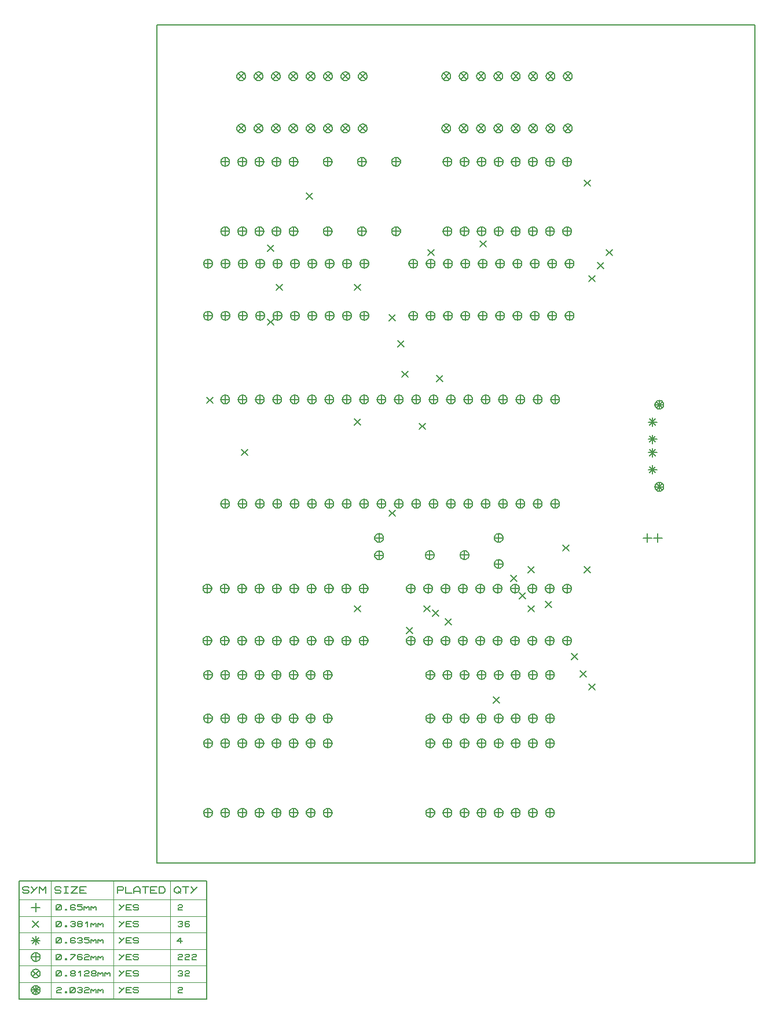
<source format=gbr>
G04 PROTEUS RS274X GERBER FILE*
%FSLAX45Y45*%
%MOMM*%
G01*
%ADD71C,0.203200*%
%ADD34C,0.127000*%
%ADD35C,0.063500*%
%TD.AperFunction*%
D71*
X+2685599Y-1098099D02*
X+2775401Y-1187901D01*
X+2685599Y-1187901D02*
X+2775401Y-1098099D01*
X-2013401Y+298901D02*
X-1923599Y+209099D01*
X-2013401Y+209099D02*
X-1923599Y+298901D01*
X+145599Y-590099D02*
X+235401Y-679901D01*
X+145599Y-679901D02*
X+235401Y-590099D01*
X-2521401Y+1060901D02*
X-2431599Y+971099D01*
X-2521401Y+971099D02*
X-2431599Y+1060901D01*
X+780599Y-2050599D02*
X+870401Y-2140401D01*
X+780599Y-2140401D02*
X+870401Y-2050599D01*
X+145599Y+2267401D02*
X+235401Y+2177599D01*
X+145599Y+2177599D02*
X+235401Y+2267401D01*
X+971099Y-2177599D02*
X+1060901Y-2267401D01*
X+971099Y-2267401D02*
X+1060901Y-2177599D01*
X+1479099Y+3346901D02*
X+1568901Y+3257099D01*
X+1479099Y+3257099D02*
X+1568901Y+3346901D01*
X+336099Y+1441901D02*
X+425901Y+1352099D01*
X+336099Y+1352099D02*
X+425901Y+1441901D01*
X+399599Y-2304599D02*
X+489401Y-2394401D01*
X+399599Y-2394401D02*
X+489401Y-2304599D01*
X+590099Y+679901D02*
X+679901Y+590099D01*
X+590099Y+590099D02*
X+679901Y+679901D01*
X+844099Y+1378401D02*
X+933901Y+1288599D01*
X+844099Y+1288599D02*
X+933901Y+1378401D01*
X+272599Y+1886401D02*
X+362401Y+1796599D01*
X+272599Y+1796599D02*
X+362401Y+1886401D01*
X-362401Y+743401D02*
X-272599Y+653599D01*
X-362401Y+653599D02*
X-272599Y+743401D01*
X-1632401Y+3283401D02*
X-1542599Y+3193599D01*
X-1632401Y+3193599D02*
X-1542599Y+3283401D01*
X-1632401Y+2203901D02*
X-1542599Y+2114099D01*
X-1632401Y+2114099D02*
X-1542599Y+2203901D01*
X-1060901Y+4045401D02*
X-971099Y+3955599D01*
X-1060901Y+3955599D02*
X-971099Y+4045401D01*
X+717099Y+3219901D02*
X+806901Y+3130099D01*
X+717099Y+3130099D02*
X+806901Y+3219901D01*
X+3193599Y+3029401D02*
X+3283401Y+2939599D01*
X+3193599Y+2939599D02*
X+3283401Y+3029401D01*
X+3003099Y+4235901D02*
X+3092901Y+4146099D01*
X+3003099Y+4146099D02*
X+3092901Y+4235901D01*
X+3066599Y+2838901D02*
X+3156401Y+2749099D01*
X+3066599Y+2749099D02*
X+3156401Y+2838901D01*
X+3320599Y+3219901D02*
X+3410401Y+3130099D01*
X+3320599Y+3130099D02*
X+3410401Y+3219901D01*
X-362401Y-1987099D02*
X-272599Y-2076901D01*
X-362401Y-2076901D02*
X-272599Y-1987099D01*
X+653599Y-1987099D02*
X+743401Y-2076901D01*
X+653599Y-2076901D02*
X+743401Y-1987099D01*
X+2812599Y-2685599D02*
X+2902401Y-2775401D01*
X+2812599Y-2775401D02*
X+2902401Y-2685599D01*
X+2177599Y-1987099D02*
X+2267401Y-2076901D01*
X+2177599Y-2076901D02*
X+2267401Y-1987099D01*
X+1669599Y-3320599D02*
X+1759401Y-3410401D01*
X+1669599Y-3410401D02*
X+1759401Y-3320599D01*
X+1923599Y-1542599D02*
X+2013401Y-1632401D01*
X+1923599Y-1632401D02*
X+2013401Y-1542599D01*
X+3066599Y-3130099D02*
X+3156401Y-3219901D01*
X+3066599Y-3219901D02*
X+3156401Y-3130099D01*
X+2050599Y-1796599D02*
X+2140401Y-1886401D01*
X+2050599Y-1886401D02*
X+2140401Y-1796599D01*
X+3003099Y-1415599D02*
X+3092901Y-1505401D01*
X+3003099Y-1505401D02*
X+3092901Y-1415599D01*
X+2177599Y-1415599D02*
X+2267401Y-1505401D01*
X+2177599Y-1505401D02*
X+2267401Y-1415599D01*
X+2939599Y-2939599D02*
X+3029401Y-3029401D01*
X+2939599Y-3029401D02*
X+3029401Y-2939599D01*
X+2431599Y-1923599D02*
X+2521401Y-2013401D01*
X+2431599Y-2013401D02*
X+2521401Y-1923599D01*
X-1505401Y+2711901D02*
X-1415599Y+2622099D01*
X-1505401Y+2622099D02*
X-1415599Y+2711901D01*
X-362401Y+2711901D02*
X-272599Y+2622099D01*
X-362401Y+2622099D02*
X-272599Y+2711901D01*
X-2186500Y-500000D02*
X-2186717Y-494753D01*
X-2188482Y-484258D01*
X-2192174Y-473763D01*
X-2198202Y-463268D01*
X-2207424Y-452888D01*
X-2217919Y-445200D01*
X-2228414Y-440282D01*
X-2238909Y-437476D01*
X-2249404Y-436503D01*
X-2250000Y-436500D01*
X-2313500Y-500000D02*
X-2313283Y-494753D01*
X-2311518Y-484258D01*
X-2307826Y-473763D01*
X-2301798Y-463268D01*
X-2292576Y-452888D01*
X-2282081Y-445200D01*
X-2271586Y-440282D01*
X-2261091Y-437476D01*
X-2250596Y-436503D01*
X-2250000Y-436500D01*
X-2313500Y-500000D02*
X-2313283Y-505247D01*
X-2311518Y-515742D01*
X-2307826Y-526237D01*
X-2301798Y-536732D01*
X-2292576Y-547112D01*
X-2282081Y-554800D01*
X-2271586Y-559718D01*
X-2261091Y-562524D01*
X-2250596Y-563497D01*
X-2250000Y-563500D01*
X-2186500Y-500000D02*
X-2186717Y-505247D01*
X-2188482Y-515742D01*
X-2192174Y-526237D01*
X-2198202Y-536732D01*
X-2207424Y-547112D01*
X-2217919Y-554800D01*
X-2228414Y-559718D01*
X-2238909Y-562524D01*
X-2249404Y-563497D01*
X-2250000Y-563500D01*
X-2250000Y-436500D02*
X-2250000Y-563500D01*
X-2313500Y-500000D02*
X-2186500Y-500000D01*
X-1932500Y-500000D02*
X-1932717Y-494753D01*
X-1934482Y-484258D01*
X-1938174Y-473763D01*
X-1944202Y-463268D01*
X-1953424Y-452888D01*
X-1963919Y-445200D01*
X-1974414Y-440282D01*
X-1984909Y-437476D01*
X-1995404Y-436503D01*
X-1996000Y-436500D01*
X-2059500Y-500000D02*
X-2059283Y-494753D01*
X-2057518Y-484258D01*
X-2053826Y-473763D01*
X-2047798Y-463268D01*
X-2038576Y-452888D01*
X-2028081Y-445200D01*
X-2017586Y-440282D01*
X-2007091Y-437476D01*
X-1996596Y-436503D01*
X-1996000Y-436500D01*
X-2059500Y-500000D02*
X-2059283Y-505247D01*
X-2057518Y-515742D01*
X-2053826Y-526237D01*
X-2047798Y-536732D01*
X-2038576Y-547112D01*
X-2028081Y-554800D01*
X-2017586Y-559718D01*
X-2007091Y-562524D01*
X-1996596Y-563497D01*
X-1996000Y-563500D01*
X-1932500Y-500000D02*
X-1932717Y-505247D01*
X-1934482Y-515742D01*
X-1938174Y-526237D01*
X-1944202Y-536732D01*
X-1953424Y-547112D01*
X-1963919Y-554800D01*
X-1974414Y-559718D01*
X-1984909Y-562524D01*
X-1995404Y-563497D01*
X-1996000Y-563500D01*
X-1996000Y-436500D02*
X-1996000Y-563500D01*
X-2059500Y-500000D02*
X-1932500Y-500000D01*
X-1678500Y-500000D02*
X-1678717Y-494753D01*
X-1680482Y-484258D01*
X-1684174Y-473763D01*
X-1690202Y-463268D01*
X-1699424Y-452888D01*
X-1709919Y-445200D01*
X-1720414Y-440282D01*
X-1730909Y-437476D01*
X-1741404Y-436503D01*
X-1742000Y-436500D01*
X-1805500Y-500000D02*
X-1805283Y-494753D01*
X-1803518Y-484258D01*
X-1799826Y-473763D01*
X-1793798Y-463268D01*
X-1784576Y-452888D01*
X-1774081Y-445200D01*
X-1763586Y-440282D01*
X-1753091Y-437476D01*
X-1742596Y-436503D01*
X-1742000Y-436500D01*
X-1805500Y-500000D02*
X-1805283Y-505247D01*
X-1803518Y-515742D01*
X-1799826Y-526237D01*
X-1793798Y-536732D01*
X-1784576Y-547112D01*
X-1774081Y-554800D01*
X-1763586Y-559718D01*
X-1753091Y-562524D01*
X-1742596Y-563497D01*
X-1742000Y-563500D01*
X-1678500Y-500000D02*
X-1678717Y-505247D01*
X-1680482Y-515742D01*
X-1684174Y-526237D01*
X-1690202Y-536732D01*
X-1699424Y-547112D01*
X-1709919Y-554800D01*
X-1720414Y-559718D01*
X-1730909Y-562524D01*
X-1741404Y-563497D01*
X-1742000Y-563500D01*
X-1742000Y-436500D02*
X-1742000Y-563500D01*
X-1805500Y-500000D02*
X-1678500Y-500000D01*
X-1424500Y-500000D02*
X-1424717Y-494753D01*
X-1426482Y-484258D01*
X-1430174Y-473763D01*
X-1436202Y-463268D01*
X-1445424Y-452888D01*
X-1455919Y-445200D01*
X-1466414Y-440282D01*
X-1476909Y-437476D01*
X-1487404Y-436503D01*
X-1488000Y-436500D01*
X-1551500Y-500000D02*
X-1551283Y-494753D01*
X-1549518Y-484258D01*
X-1545826Y-473763D01*
X-1539798Y-463268D01*
X-1530576Y-452888D01*
X-1520081Y-445200D01*
X-1509586Y-440282D01*
X-1499091Y-437476D01*
X-1488596Y-436503D01*
X-1488000Y-436500D01*
X-1551500Y-500000D02*
X-1551283Y-505247D01*
X-1549518Y-515742D01*
X-1545826Y-526237D01*
X-1539798Y-536732D01*
X-1530576Y-547112D01*
X-1520081Y-554800D01*
X-1509586Y-559718D01*
X-1499091Y-562524D01*
X-1488596Y-563497D01*
X-1488000Y-563500D01*
X-1424500Y-500000D02*
X-1424717Y-505247D01*
X-1426482Y-515742D01*
X-1430174Y-526237D01*
X-1436202Y-536732D01*
X-1445424Y-547112D01*
X-1455919Y-554800D01*
X-1466414Y-559718D01*
X-1476909Y-562524D01*
X-1487404Y-563497D01*
X-1488000Y-563500D01*
X-1488000Y-436500D02*
X-1488000Y-563500D01*
X-1551500Y-500000D02*
X-1424500Y-500000D01*
X-1170500Y-500000D02*
X-1170717Y-494753D01*
X-1172482Y-484258D01*
X-1176174Y-473763D01*
X-1182202Y-463268D01*
X-1191424Y-452888D01*
X-1201919Y-445200D01*
X-1212414Y-440282D01*
X-1222909Y-437476D01*
X-1233404Y-436503D01*
X-1234000Y-436500D01*
X-1297500Y-500000D02*
X-1297283Y-494753D01*
X-1295518Y-484258D01*
X-1291826Y-473763D01*
X-1285798Y-463268D01*
X-1276576Y-452888D01*
X-1266081Y-445200D01*
X-1255586Y-440282D01*
X-1245091Y-437476D01*
X-1234596Y-436503D01*
X-1234000Y-436500D01*
X-1297500Y-500000D02*
X-1297283Y-505247D01*
X-1295518Y-515742D01*
X-1291826Y-526237D01*
X-1285798Y-536732D01*
X-1276576Y-547112D01*
X-1266081Y-554800D01*
X-1255586Y-559718D01*
X-1245091Y-562524D01*
X-1234596Y-563497D01*
X-1234000Y-563500D01*
X-1170500Y-500000D02*
X-1170717Y-505247D01*
X-1172482Y-515742D01*
X-1176174Y-526237D01*
X-1182202Y-536732D01*
X-1191424Y-547112D01*
X-1201919Y-554800D01*
X-1212414Y-559718D01*
X-1222909Y-562524D01*
X-1233404Y-563497D01*
X-1234000Y-563500D01*
X-1234000Y-436500D02*
X-1234000Y-563500D01*
X-1297500Y-500000D02*
X-1170500Y-500000D01*
X-916500Y-500000D02*
X-916717Y-494753D01*
X-918482Y-484258D01*
X-922174Y-473763D01*
X-928202Y-463268D01*
X-937424Y-452888D01*
X-947919Y-445200D01*
X-958414Y-440282D01*
X-968909Y-437476D01*
X-979404Y-436503D01*
X-980000Y-436500D01*
X-1043500Y-500000D02*
X-1043283Y-494753D01*
X-1041518Y-484258D01*
X-1037826Y-473763D01*
X-1031798Y-463268D01*
X-1022576Y-452888D01*
X-1012081Y-445200D01*
X-1001586Y-440282D01*
X-991091Y-437476D01*
X-980596Y-436503D01*
X-980000Y-436500D01*
X-1043500Y-500000D02*
X-1043283Y-505247D01*
X-1041518Y-515742D01*
X-1037826Y-526237D01*
X-1031798Y-536732D01*
X-1022576Y-547112D01*
X-1012081Y-554800D01*
X-1001586Y-559718D01*
X-991091Y-562524D01*
X-980596Y-563497D01*
X-980000Y-563500D01*
X-916500Y-500000D02*
X-916717Y-505247D01*
X-918482Y-515742D01*
X-922174Y-526237D01*
X-928202Y-536732D01*
X-937424Y-547112D01*
X-947919Y-554800D01*
X-958414Y-559718D01*
X-968909Y-562524D01*
X-979404Y-563497D01*
X-980000Y-563500D01*
X-980000Y-436500D02*
X-980000Y-563500D01*
X-1043500Y-500000D02*
X-916500Y-500000D01*
X-662500Y-500000D02*
X-662717Y-494753D01*
X-664482Y-484258D01*
X-668174Y-473763D01*
X-674202Y-463268D01*
X-683424Y-452888D01*
X-693919Y-445200D01*
X-704414Y-440282D01*
X-714909Y-437476D01*
X-725404Y-436503D01*
X-726000Y-436500D01*
X-789500Y-500000D02*
X-789283Y-494753D01*
X-787518Y-484258D01*
X-783826Y-473763D01*
X-777798Y-463268D01*
X-768576Y-452888D01*
X-758081Y-445200D01*
X-747586Y-440282D01*
X-737091Y-437476D01*
X-726596Y-436503D01*
X-726000Y-436500D01*
X-789500Y-500000D02*
X-789283Y-505247D01*
X-787518Y-515742D01*
X-783826Y-526237D01*
X-777798Y-536732D01*
X-768576Y-547112D01*
X-758081Y-554800D01*
X-747586Y-559718D01*
X-737091Y-562524D01*
X-726596Y-563497D01*
X-726000Y-563500D01*
X-662500Y-500000D02*
X-662717Y-505247D01*
X-664482Y-515742D01*
X-668174Y-526237D01*
X-674202Y-536732D01*
X-683424Y-547112D01*
X-693919Y-554800D01*
X-704414Y-559718D01*
X-714909Y-562524D01*
X-725404Y-563497D01*
X-726000Y-563500D01*
X-726000Y-436500D02*
X-726000Y-563500D01*
X-789500Y-500000D02*
X-662500Y-500000D01*
X-408500Y-500000D02*
X-408717Y-494753D01*
X-410482Y-484258D01*
X-414174Y-473763D01*
X-420202Y-463268D01*
X-429424Y-452888D01*
X-439919Y-445200D01*
X-450414Y-440282D01*
X-460909Y-437476D01*
X-471404Y-436503D01*
X-472000Y-436500D01*
X-535500Y-500000D02*
X-535283Y-494753D01*
X-533518Y-484258D01*
X-529826Y-473763D01*
X-523798Y-463268D01*
X-514576Y-452888D01*
X-504081Y-445200D01*
X-493586Y-440282D01*
X-483091Y-437476D01*
X-472596Y-436503D01*
X-472000Y-436500D01*
X-535500Y-500000D02*
X-535283Y-505247D01*
X-533518Y-515742D01*
X-529826Y-526237D01*
X-523798Y-536732D01*
X-514576Y-547112D01*
X-504081Y-554800D01*
X-493586Y-559718D01*
X-483091Y-562524D01*
X-472596Y-563497D01*
X-472000Y-563500D01*
X-408500Y-500000D02*
X-408717Y-505247D01*
X-410482Y-515742D01*
X-414174Y-526237D01*
X-420202Y-536732D01*
X-429424Y-547112D01*
X-439919Y-554800D01*
X-450414Y-559718D01*
X-460909Y-562524D01*
X-471404Y-563497D01*
X-472000Y-563500D01*
X-472000Y-436500D02*
X-472000Y-563500D01*
X-535500Y-500000D02*
X-408500Y-500000D01*
X-154500Y-500000D02*
X-154717Y-494753D01*
X-156482Y-484258D01*
X-160174Y-473763D01*
X-166202Y-463268D01*
X-175424Y-452888D01*
X-185919Y-445200D01*
X-196414Y-440282D01*
X-206909Y-437476D01*
X-217404Y-436503D01*
X-218000Y-436500D01*
X-281500Y-500000D02*
X-281283Y-494753D01*
X-279518Y-484258D01*
X-275826Y-473763D01*
X-269798Y-463268D01*
X-260576Y-452888D01*
X-250081Y-445200D01*
X-239586Y-440282D01*
X-229091Y-437476D01*
X-218596Y-436503D01*
X-218000Y-436500D01*
X-281500Y-500000D02*
X-281283Y-505247D01*
X-279518Y-515742D01*
X-275826Y-526237D01*
X-269798Y-536732D01*
X-260576Y-547112D01*
X-250081Y-554800D01*
X-239586Y-559718D01*
X-229091Y-562524D01*
X-218596Y-563497D01*
X-218000Y-563500D01*
X-154500Y-500000D02*
X-154717Y-505247D01*
X-156482Y-515742D01*
X-160174Y-526237D01*
X-166202Y-536732D01*
X-175424Y-547112D01*
X-185919Y-554800D01*
X-196414Y-559718D01*
X-206909Y-562524D01*
X-217404Y-563497D01*
X-218000Y-563500D01*
X-218000Y-436500D02*
X-218000Y-563500D01*
X-281500Y-500000D02*
X-154500Y-500000D01*
X+99500Y-500000D02*
X+99283Y-494753D01*
X+97518Y-484258D01*
X+93826Y-473763D01*
X+87798Y-463268D01*
X+78576Y-452888D01*
X+68081Y-445200D01*
X+57586Y-440282D01*
X+47091Y-437476D01*
X+36596Y-436503D01*
X+36000Y-436500D01*
X-27500Y-500000D02*
X-27283Y-494753D01*
X-25518Y-484258D01*
X-21826Y-473763D01*
X-15798Y-463268D01*
X-6576Y-452888D01*
X+3919Y-445200D01*
X+14414Y-440282D01*
X+24909Y-437476D01*
X+35404Y-436503D01*
X+36000Y-436500D01*
X-27500Y-500000D02*
X-27283Y-505247D01*
X-25518Y-515742D01*
X-21826Y-526237D01*
X-15798Y-536732D01*
X-6576Y-547112D01*
X+3919Y-554800D01*
X+14414Y-559718D01*
X+24909Y-562524D01*
X+35404Y-563497D01*
X+36000Y-563500D01*
X+99500Y-500000D02*
X+99283Y-505247D01*
X+97518Y-515742D01*
X+93826Y-526237D01*
X+87798Y-536732D01*
X+78576Y-547112D01*
X+68081Y-554800D01*
X+57586Y-559718D01*
X+47091Y-562524D01*
X+36596Y-563497D01*
X+36000Y-563500D01*
X+36000Y-436500D02*
X+36000Y-563500D01*
X-27500Y-500000D02*
X+99500Y-500000D01*
X+353500Y-500000D02*
X+353283Y-494753D01*
X+351518Y-484258D01*
X+347826Y-473763D01*
X+341798Y-463268D01*
X+332576Y-452888D01*
X+322081Y-445200D01*
X+311586Y-440282D01*
X+301091Y-437476D01*
X+290596Y-436503D01*
X+290000Y-436500D01*
X+226500Y-500000D02*
X+226717Y-494753D01*
X+228482Y-484258D01*
X+232174Y-473763D01*
X+238202Y-463268D01*
X+247424Y-452888D01*
X+257919Y-445200D01*
X+268414Y-440282D01*
X+278909Y-437476D01*
X+289404Y-436503D01*
X+290000Y-436500D01*
X+226500Y-500000D02*
X+226717Y-505247D01*
X+228482Y-515742D01*
X+232174Y-526237D01*
X+238202Y-536732D01*
X+247424Y-547112D01*
X+257919Y-554800D01*
X+268414Y-559718D01*
X+278909Y-562524D01*
X+289404Y-563497D01*
X+290000Y-563500D01*
X+353500Y-500000D02*
X+353283Y-505247D01*
X+351518Y-515742D01*
X+347826Y-526237D01*
X+341798Y-536732D01*
X+332576Y-547112D01*
X+322081Y-554800D01*
X+311586Y-559718D01*
X+301091Y-562524D01*
X+290596Y-563497D01*
X+290000Y-563500D01*
X+290000Y-436500D02*
X+290000Y-563500D01*
X+226500Y-500000D02*
X+353500Y-500000D01*
X+607500Y-500000D02*
X+607283Y-494753D01*
X+605518Y-484258D01*
X+601826Y-473763D01*
X+595798Y-463268D01*
X+586576Y-452888D01*
X+576081Y-445200D01*
X+565586Y-440282D01*
X+555091Y-437476D01*
X+544596Y-436503D01*
X+544000Y-436500D01*
X+480500Y-500000D02*
X+480717Y-494753D01*
X+482482Y-484258D01*
X+486174Y-473763D01*
X+492202Y-463268D01*
X+501424Y-452888D01*
X+511919Y-445200D01*
X+522414Y-440282D01*
X+532909Y-437476D01*
X+543404Y-436503D01*
X+544000Y-436500D01*
X+480500Y-500000D02*
X+480717Y-505247D01*
X+482482Y-515742D01*
X+486174Y-526237D01*
X+492202Y-536732D01*
X+501424Y-547112D01*
X+511919Y-554800D01*
X+522414Y-559718D01*
X+532909Y-562524D01*
X+543404Y-563497D01*
X+544000Y-563500D01*
X+607500Y-500000D02*
X+607283Y-505247D01*
X+605518Y-515742D01*
X+601826Y-526237D01*
X+595798Y-536732D01*
X+586576Y-547112D01*
X+576081Y-554800D01*
X+565586Y-559718D01*
X+555091Y-562524D01*
X+544596Y-563497D01*
X+544000Y-563500D01*
X+544000Y-436500D02*
X+544000Y-563500D01*
X+480500Y-500000D02*
X+607500Y-500000D01*
X+861500Y-500000D02*
X+861283Y-494753D01*
X+859518Y-484258D01*
X+855826Y-473763D01*
X+849798Y-463268D01*
X+840576Y-452888D01*
X+830081Y-445200D01*
X+819586Y-440282D01*
X+809091Y-437476D01*
X+798596Y-436503D01*
X+798000Y-436500D01*
X+734500Y-500000D02*
X+734717Y-494753D01*
X+736482Y-484258D01*
X+740174Y-473763D01*
X+746202Y-463268D01*
X+755424Y-452888D01*
X+765919Y-445200D01*
X+776414Y-440282D01*
X+786909Y-437476D01*
X+797404Y-436503D01*
X+798000Y-436500D01*
X+734500Y-500000D02*
X+734717Y-505247D01*
X+736482Y-515742D01*
X+740174Y-526237D01*
X+746202Y-536732D01*
X+755424Y-547112D01*
X+765919Y-554800D01*
X+776414Y-559718D01*
X+786909Y-562524D01*
X+797404Y-563497D01*
X+798000Y-563500D01*
X+861500Y-500000D02*
X+861283Y-505247D01*
X+859518Y-515742D01*
X+855826Y-526237D01*
X+849798Y-536732D01*
X+840576Y-547112D01*
X+830081Y-554800D01*
X+819586Y-559718D01*
X+809091Y-562524D01*
X+798596Y-563497D01*
X+798000Y-563500D01*
X+798000Y-436500D02*
X+798000Y-563500D01*
X+734500Y-500000D02*
X+861500Y-500000D01*
X+1115500Y-500000D02*
X+1115283Y-494753D01*
X+1113518Y-484258D01*
X+1109826Y-473763D01*
X+1103798Y-463268D01*
X+1094576Y-452888D01*
X+1084081Y-445200D01*
X+1073586Y-440282D01*
X+1063091Y-437476D01*
X+1052596Y-436503D01*
X+1052000Y-436500D01*
X+988500Y-500000D02*
X+988717Y-494753D01*
X+990482Y-484258D01*
X+994174Y-473763D01*
X+1000202Y-463268D01*
X+1009424Y-452888D01*
X+1019919Y-445200D01*
X+1030414Y-440282D01*
X+1040909Y-437476D01*
X+1051404Y-436503D01*
X+1052000Y-436500D01*
X+988500Y-500000D02*
X+988717Y-505247D01*
X+990482Y-515742D01*
X+994174Y-526237D01*
X+1000202Y-536732D01*
X+1009424Y-547112D01*
X+1019919Y-554800D01*
X+1030414Y-559718D01*
X+1040909Y-562524D01*
X+1051404Y-563497D01*
X+1052000Y-563500D01*
X+1115500Y-500000D02*
X+1115283Y-505247D01*
X+1113518Y-515742D01*
X+1109826Y-526237D01*
X+1103798Y-536732D01*
X+1094576Y-547112D01*
X+1084081Y-554800D01*
X+1073586Y-559718D01*
X+1063091Y-562524D01*
X+1052596Y-563497D01*
X+1052000Y-563500D01*
X+1052000Y-436500D02*
X+1052000Y-563500D01*
X+988500Y-500000D02*
X+1115500Y-500000D01*
X+1369500Y-500000D02*
X+1369283Y-494753D01*
X+1367518Y-484258D01*
X+1363826Y-473763D01*
X+1357798Y-463268D01*
X+1348576Y-452888D01*
X+1338081Y-445200D01*
X+1327586Y-440282D01*
X+1317091Y-437476D01*
X+1306596Y-436503D01*
X+1306000Y-436500D01*
X+1242500Y-500000D02*
X+1242717Y-494753D01*
X+1244482Y-484258D01*
X+1248174Y-473763D01*
X+1254202Y-463268D01*
X+1263424Y-452888D01*
X+1273919Y-445200D01*
X+1284414Y-440282D01*
X+1294909Y-437476D01*
X+1305404Y-436503D01*
X+1306000Y-436500D01*
X+1242500Y-500000D02*
X+1242717Y-505247D01*
X+1244482Y-515742D01*
X+1248174Y-526237D01*
X+1254202Y-536732D01*
X+1263424Y-547112D01*
X+1273919Y-554800D01*
X+1284414Y-559718D01*
X+1294909Y-562524D01*
X+1305404Y-563497D01*
X+1306000Y-563500D01*
X+1369500Y-500000D02*
X+1369283Y-505247D01*
X+1367518Y-515742D01*
X+1363826Y-526237D01*
X+1357798Y-536732D01*
X+1348576Y-547112D01*
X+1338081Y-554800D01*
X+1327586Y-559718D01*
X+1317091Y-562524D01*
X+1306596Y-563497D01*
X+1306000Y-563500D01*
X+1306000Y-436500D02*
X+1306000Y-563500D01*
X+1242500Y-500000D02*
X+1369500Y-500000D01*
X+1623500Y-500000D02*
X+1623283Y-494753D01*
X+1621518Y-484258D01*
X+1617826Y-473763D01*
X+1611798Y-463268D01*
X+1602576Y-452888D01*
X+1592081Y-445200D01*
X+1581586Y-440282D01*
X+1571091Y-437476D01*
X+1560596Y-436503D01*
X+1560000Y-436500D01*
X+1496500Y-500000D02*
X+1496717Y-494753D01*
X+1498482Y-484258D01*
X+1502174Y-473763D01*
X+1508202Y-463268D01*
X+1517424Y-452888D01*
X+1527919Y-445200D01*
X+1538414Y-440282D01*
X+1548909Y-437476D01*
X+1559404Y-436503D01*
X+1560000Y-436500D01*
X+1496500Y-500000D02*
X+1496717Y-505247D01*
X+1498482Y-515742D01*
X+1502174Y-526237D01*
X+1508202Y-536732D01*
X+1517424Y-547112D01*
X+1527919Y-554800D01*
X+1538414Y-559718D01*
X+1548909Y-562524D01*
X+1559404Y-563497D01*
X+1560000Y-563500D01*
X+1623500Y-500000D02*
X+1623283Y-505247D01*
X+1621518Y-515742D01*
X+1617826Y-526237D01*
X+1611798Y-536732D01*
X+1602576Y-547112D01*
X+1592081Y-554800D01*
X+1581586Y-559718D01*
X+1571091Y-562524D01*
X+1560596Y-563497D01*
X+1560000Y-563500D01*
X+1560000Y-436500D02*
X+1560000Y-563500D01*
X+1496500Y-500000D02*
X+1623500Y-500000D01*
X+1877500Y-500000D02*
X+1877283Y-494753D01*
X+1875518Y-484258D01*
X+1871826Y-473763D01*
X+1865798Y-463268D01*
X+1856576Y-452888D01*
X+1846081Y-445200D01*
X+1835586Y-440282D01*
X+1825091Y-437476D01*
X+1814596Y-436503D01*
X+1814000Y-436500D01*
X+1750500Y-500000D02*
X+1750717Y-494753D01*
X+1752482Y-484258D01*
X+1756174Y-473763D01*
X+1762202Y-463268D01*
X+1771424Y-452888D01*
X+1781919Y-445200D01*
X+1792414Y-440282D01*
X+1802909Y-437476D01*
X+1813404Y-436503D01*
X+1814000Y-436500D01*
X+1750500Y-500000D02*
X+1750717Y-505247D01*
X+1752482Y-515742D01*
X+1756174Y-526237D01*
X+1762202Y-536732D01*
X+1771424Y-547112D01*
X+1781919Y-554800D01*
X+1792414Y-559718D01*
X+1802909Y-562524D01*
X+1813404Y-563497D01*
X+1814000Y-563500D01*
X+1877500Y-500000D02*
X+1877283Y-505247D01*
X+1875518Y-515742D01*
X+1871826Y-526237D01*
X+1865798Y-536732D01*
X+1856576Y-547112D01*
X+1846081Y-554800D01*
X+1835586Y-559718D01*
X+1825091Y-562524D01*
X+1814596Y-563497D01*
X+1814000Y-563500D01*
X+1814000Y-436500D02*
X+1814000Y-563500D01*
X+1750500Y-500000D02*
X+1877500Y-500000D01*
X+2131500Y-500000D02*
X+2131283Y-494753D01*
X+2129518Y-484258D01*
X+2125826Y-473763D01*
X+2119798Y-463268D01*
X+2110576Y-452888D01*
X+2100081Y-445200D01*
X+2089586Y-440282D01*
X+2079091Y-437476D01*
X+2068596Y-436503D01*
X+2068000Y-436500D01*
X+2004500Y-500000D02*
X+2004717Y-494753D01*
X+2006482Y-484258D01*
X+2010174Y-473763D01*
X+2016202Y-463268D01*
X+2025424Y-452888D01*
X+2035919Y-445200D01*
X+2046414Y-440282D01*
X+2056909Y-437476D01*
X+2067404Y-436503D01*
X+2068000Y-436500D01*
X+2004500Y-500000D02*
X+2004717Y-505247D01*
X+2006482Y-515742D01*
X+2010174Y-526237D01*
X+2016202Y-536732D01*
X+2025424Y-547112D01*
X+2035919Y-554800D01*
X+2046414Y-559718D01*
X+2056909Y-562524D01*
X+2067404Y-563497D01*
X+2068000Y-563500D01*
X+2131500Y-500000D02*
X+2131283Y-505247D01*
X+2129518Y-515742D01*
X+2125826Y-526237D01*
X+2119798Y-536732D01*
X+2110576Y-547112D01*
X+2100081Y-554800D01*
X+2089586Y-559718D01*
X+2079091Y-562524D01*
X+2068596Y-563497D01*
X+2068000Y-563500D01*
X+2068000Y-436500D02*
X+2068000Y-563500D01*
X+2004500Y-500000D02*
X+2131500Y-500000D01*
X+2385500Y-500000D02*
X+2385283Y-494753D01*
X+2383518Y-484258D01*
X+2379826Y-473763D01*
X+2373798Y-463268D01*
X+2364576Y-452888D01*
X+2354081Y-445200D01*
X+2343586Y-440282D01*
X+2333091Y-437476D01*
X+2322596Y-436503D01*
X+2322000Y-436500D01*
X+2258500Y-500000D02*
X+2258717Y-494753D01*
X+2260482Y-484258D01*
X+2264174Y-473763D01*
X+2270202Y-463268D01*
X+2279424Y-452888D01*
X+2289919Y-445200D01*
X+2300414Y-440282D01*
X+2310909Y-437476D01*
X+2321404Y-436503D01*
X+2322000Y-436500D01*
X+2258500Y-500000D02*
X+2258717Y-505247D01*
X+2260482Y-515742D01*
X+2264174Y-526237D01*
X+2270202Y-536732D01*
X+2279424Y-547112D01*
X+2289919Y-554800D01*
X+2300414Y-559718D01*
X+2310909Y-562524D01*
X+2321404Y-563497D01*
X+2322000Y-563500D01*
X+2385500Y-500000D02*
X+2385283Y-505247D01*
X+2383518Y-515742D01*
X+2379826Y-526237D01*
X+2373798Y-536732D01*
X+2364576Y-547112D01*
X+2354081Y-554800D01*
X+2343586Y-559718D01*
X+2333091Y-562524D01*
X+2322596Y-563497D01*
X+2322000Y-563500D01*
X+2322000Y-436500D02*
X+2322000Y-563500D01*
X+2258500Y-500000D02*
X+2385500Y-500000D01*
X+2639500Y-500000D02*
X+2639283Y-494753D01*
X+2637518Y-484258D01*
X+2633826Y-473763D01*
X+2627798Y-463268D01*
X+2618576Y-452888D01*
X+2608081Y-445200D01*
X+2597586Y-440282D01*
X+2587091Y-437476D01*
X+2576596Y-436503D01*
X+2576000Y-436500D01*
X+2512500Y-500000D02*
X+2512717Y-494753D01*
X+2514482Y-484258D01*
X+2518174Y-473763D01*
X+2524202Y-463268D01*
X+2533424Y-452888D01*
X+2543919Y-445200D01*
X+2554414Y-440282D01*
X+2564909Y-437476D01*
X+2575404Y-436503D01*
X+2576000Y-436500D01*
X+2512500Y-500000D02*
X+2512717Y-505247D01*
X+2514482Y-515742D01*
X+2518174Y-526237D01*
X+2524202Y-536732D01*
X+2533424Y-547112D01*
X+2543919Y-554800D01*
X+2554414Y-559718D01*
X+2564909Y-562524D01*
X+2575404Y-563497D01*
X+2576000Y-563500D01*
X+2639500Y-500000D02*
X+2639283Y-505247D01*
X+2637518Y-515742D01*
X+2633826Y-526237D01*
X+2627798Y-536732D01*
X+2618576Y-547112D01*
X+2608081Y-554800D01*
X+2597586Y-559718D01*
X+2587091Y-562524D01*
X+2576596Y-563497D01*
X+2576000Y-563500D01*
X+2576000Y-436500D02*
X+2576000Y-563500D01*
X+2512500Y-500000D02*
X+2639500Y-500000D01*
X+2639500Y+1024000D02*
X+2639283Y+1029247D01*
X+2637518Y+1039742D01*
X+2633826Y+1050237D01*
X+2627798Y+1060732D01*
X+2618576Y+1071112D01*
X+2608081Y+1078800D01*
X+2597586Y+1083718D01*
X+2587091Y+1086524D01*
X+2576596Y+1087497D01*
X+2576000Y+1087500D01*
X+2512500Y+1024000D02*
X+2512717Y+1029247D01*
X+2514482Y+1039742D01*
X+2518174Y+1050237D01*
X+2524202Y+1060732D01*
X+2533424Y+1071112D01*
X+2543919Y+1078800D01*
X+2554414Y+1083718D01*
X+2564909Y+1086524D01*
X+2575404Y+1087497D01*
X+2576000Y+1087500D01*
X+2512500Y+1024000D02*
X+2512717Y+1018753D01*
X+2514482Y+1008258D01*
X+2518174Y+997763D01*
X+2524202Y+987268D01*
X+2533424Y+976888D01*
X+2543919Y+969200D01*
X+2554414Y+964282D01*
X+2564909Y+961476D01*
X+2575404Y+960503D01*
X+2576000Y+960500D01*
X+2639500Y+1024000D02*
X+2639283Y+1018753D01*
X+2637518Y+1008258D01*
X+2633826Y+997763D01*
X+2627798Y+987268D01*
X+2618576Y+976888D01*
X+2608081Y+969200D01*
X+2597586Y+964282D01*
X+2587091Y+961476D01*
X+2576596Y+960503D01*
X+2576000Y+960500D01*
X+2576000Y+1087500D02*
X+2576000Y+960500D01*
X+2512500Y+1024000D02*
X+2639500Y+1024000D01*
X+2385500Y+1024000D02*
X+2385283Y+1029247D01*
X+2383518Y+1039742D01*
X+2379826Y+1050237D01*
X+2373798Y+1060732D01*
X+2364576Y+1071112D01*
X+2354081Y+1078800D01*
X+2343586Y+1083718D01*
X+2333091Y+1086524D01*
X+2322596Y+1087497D01*
X+2322000Y+1087500D01*
X+2258500Y+1024000D02*
X+2258717Y+1029247D01*
X+2260482Y+1039742D01*
X+2264174Y+1050237D01*
X+2270202Y+1060732D01*
X+2279424Y+1071112D01*
X+2289919Y+1078800D01*
X+2300414Y+1083718D01*
X+2310909Y+1086524D01*
X+2321404Y+1087497D01*
X+2322000Y+1087500D01*
X+2258500Y+1024000D02*
X+2258717Y+1018753D01*
X+2260482Y+1008258D01*
X+2264174Y+997763D01*
X+2270202Y+987268D01*
X+2279424Y+976888D01*
X+2289919Y+969200D01*
X+2300414Y+964282D01*
X+2310909Y+961476D01*
X+2321404Y+960503D01*
X+2322000Y+960500D01*
X+2385500Y+1024000D02*
X+2385283Y+1018753D01*
X+2383518Y+1008258D01*
X+2379826Y+997763D01*
X+2373798Y+987268D01*
X+2364576Y+976888D01*
X+2354081Y+969200D01*
X+2343586Y+964282D01*
X+2333091Y+961476D01*
X+2322596Y+960503D01*
X+2322000Y+960500D01*
X+2322000Y+1087500D02*
X+2322000Y+960500D01*
X+2258500Y+1024000D02*
X+2385500Y+1024000D01*
X+2131500Y+1024000D02*
X+2131283Y+1029247D01*
X+2129518Y+1039742D01*
X+2125826Y+1050237D01*
X+2119798Y+1060732D01*
X+2110576Y+1071112D01*
X+2100081Y+1078800D01*
X+2089586Y+1083718D01*
X+2079091Y+1086524D01*
X+2068596Y+1087497D01*
X+2068000Y+1087500D01*
X+2004500Y+1024000D02*
X+2004717Y+1029247D01*
X+2006482Y+1039742D01*
X+2010174Y+1050237D01*
X+2016202Y+1060732D01*
X+2025424Y+1071112D01*
X+2035919Y+1078800D01*
X+2046414Y+1083718D01*
X+2056909Y+1086524D01*
X+2067404Y+1087497D01*
X+2068000Y+1087500D01*
X+2004500Y+1024000D02*
X+2004717Y+1018753D01*
X+2006482Y+1008258D01*
X+2010174Y+997763D01*
X+2016202Y+987268D01*
X+2025424Y+976888D01*
X+2035919Y+969200D01*
X+2046414Y+964282D01*
X+2056909Y+961476D01*
X+2067404Y+960503D01*
X+2068000Y+960500D01*
X+2131500Y+1024000D02*
X+2131283Y+1018753D01*
X+2129518Y+1008258D01*
X+2125826Y+997763D01*
X+2119798Y+987268D01*
X+2110576Y+976888D01*
X+2100081Y+969200D01*
X+2089586Y+964282D01*
X+2079091Y+961476D01*
X+2068596Y+960503D01*
X+2068000Y+960500D01*
X+2068000Y+1087500D02*
X+2068000Y+960500D01*
X+2004500Y+1024000D02*
X+2131500Y+1024000D01*
X+1877500Y+1024000D02*
X+1877283Y+1029247D01*
X+1875518Y+1039742D01*
X+1871826Y+1050237D01*
X+1865798Y+1060732D01*
X+1856576Y+1071112D01*
X+1846081Y+1078800D01*
X+1835586Y+1083718D01*
X+1825091Y+1086524D01*
X+1814596Y+1087497D01*
X+1814000Y+1087500D01*
X+1750500Y+1024000D02*
X+1750717Y+1029247D01*
X+1752482Y+1039742D01*
X+1756174Y+1050237D01*
X+1762202Y+1060732D01*
X+1771424Y+1071112D01*
X+1781919Y+1078800D01*
X+1792414Y+1083718D01*
X+1802909Y+1086524D01*
X+1813404Y+1087497D01*
X+1814000Y+1087500D01*
X+1750500Y+1024000D02*
X+1750717Y+1018753D01*
X+1752482Y+1008258D01*
X+1756174Y+997763D01*
X+1762202Y+987268D01*
X+1771424Y+976888D01*
X+1781919Y+969200D01*
X+1792414Y+964282D01*
X+1802909Y+961476D01*
X+1813404Y+960503D01*
X+1814000Y+960500D01*
X+1877500Y+1024000D02*
X+1877283Y+1018753D01*
X+1875518Y+1008258D01*
X+1871826Y+997763D01*
X+1865798Y+987268D01*
X+1856576Y+976888D01*
X+1846081Y+969200D01*
X+1835586Y+964282D01*
X+1825091Y+961476D01*
X+1814596Y+960503D01*
X+1814000Y+960500D01*
X+1814000Y+1087500D02*
X+1814000Y+960500D01*
X+1750500Y+1024000D02*
X+1877500Y+1024000D01*
X+1623500Y+1024000D02*
X+1623283Y+1029247D01*
X+1621518Y+1039742D01*
X+1617826Y+1050237D01*
X+1611798Y+1060732D01*
X+1602576Y+1071112D01*
X+1592081Y+1078800D01*
X+1581586Y+1083718D01*
X+1571091Y+1086524D01*
X+1560596Y+1087497D01*
X+1560000Y+1087500D01*
X+1496500Y+1024000D02*
X+1496717Y+1029247D01*
X+1498482Y+1039742D01*
X+1502174Y+1050237D01*
X+1508202Y+1060732D01*
X+1517424Y+1071112D01*
X+1527919Y+1078800D01*
X+1538414Y+1083718D01*
X+1548909Y+1086524D01*
X+1559404Y+1087497D01*
X+1560000Y+1087500D01*
X+1496500Y+1024000D02*
X+1496717Y+1018753D01*
X+1498482Y+1008258D01*
X+1502174Y+997763D01*
X+1508202Y+987268D01*
X+1517424Y+976888D01*
X+1527919Y+969200D01*
X+1538414Y+964282D01*
X+1548909Y+961476D01*
X+1559404Y+960503D01*
X+1560000Y+960500D01*
X+1623500Y+1024000D02*
X+1623283Y+1018753D01*
X+1621518Y+1008258D01*
X+1617826Y+997763D01*
X+1611798Y+987268D01*
X+1602576Y+976888D01*
X+1592081Y+969200D01*
X+1581586Y+964282D01*
X+1571091Y+961476D01*
X+1560596Y+960503D01*
X+1560000Y+960500D01*
X+1560000Y+1087500D02*
X+1560000Y+960500D01*
X+1496500Y+1024000D02*
X+1623500Y+1024000D01*
X+1369500Y+1024000D02*
X+1369283Y+1029247D01*
X+1367518Y+1039742D01*
X+1363826Y+1050237D01*
X+1357798Y+1060732D01*
X+1348576Y+1071112D01*
X+1338081Y+1078800D01*
X+1327586Y+1083718D01*
X+1317091Y+1086524D01*
X+1306596Y+1087497D01*
X+1306000Y+1087500D01*
X+1242500Y+1024000D02*
X+1242717Y+1029247D01*
X+1244482Y+1039742D01*
X+1248174Y+1050237D01*
X+1254202Y+1060732D01*
X+1263424Y+1071112D01*
X+1273919Y+1078800D01*
X+1284414Y+1083718D01*
X+1294909Y+1086524D01*
X+1305404Y+1087497D01*
X+1306000Y+1087500D01*
X+1242500Y+1024000D02*
X+1242717Y+1018753D01*
X+1244482Y+1008258D01*
X+1248174Y+997763D01*
X+1254202Y+987268D01*
X+1263424Y+976888D01*
X+1273919Y+969200D01*
X+1284414Y+964282D01*
X+1294909Y+961476D01*
X+1305404Y+960503D01*
X+1306000Y+960500D01*
X+1369500Y+1024000D02*
X+1369283Y+1018753D01*
X+1367518Y+1008258D01*
X+1363826Y+997763D01*
X+1357798Y+987268D01*
X+1348576Y+976888D01*
X+1338081Y+969200D01*
X+1327586Y+964282D01*
X+1317091Y+961476D01*
X+1306596Y+960503D01*
X+1306000Y+960500D01*
X+1306000Y+1087500D02*
X+1306000Y+960500D01*
X+1242500Y+1024000D02*
X+1369500Y+1024000D01*
X+1115500Y+1024000D02*
X+1115283Y+1029247D01*
X+1113518Y+1039742D01*
X+1109826Y+1050237D01*
X+1103798Y+1060732D01*
X+1094576Y+1071112D01*
X+1084081Y+1078800D01*
X+1073586Y+1083718D01*
X+1063091Y+1086524D01*
X+1052596Y+1087497D01*
X+1052000Y+1087500D01*
X+988500Y+1024000D02*
X+988717Y+1029247D01*
X+990482Y+1039742D01*
X+994174Y+1050237D01*
X+1000202Y+1060732D01*
X+1009424Y+1071112D01*
X+1019919Y+1078800D01*
X+1030414Y+1083718D01*
X+1040909Y+1086524D01*
X+1051404Y+1087497D01*
X+1052000Y+1087500D01*
X+988500Y+1024000D02*
X+988717Y+1018753D01*
X+990482Y+1008258D01*
X+994174Y+997763D01*
X+1000202Y+987268D01*
X+1009424Y+976888D01*
X+1019919Y+969200D01*
X+1030414Y+964282D01*
X+1040909Y+961476D01*
X+1051404Y+960503D01*
X+1052000Y+960500D01*
X+1115500Y+1024000D02*
X+1115283Y+1018753D01*
X+1113518Y+1008258D01*
X+1109826Y+997763D01*
X+1103798Y+987268D01*
X+1094576Y+976888D01*
X+1084081Y+969200D01*
X+1073586Y+964282D01*
X+1063091Y+961476D01*
X+1052596Y+960503D01*
X+1052000Y+960500D01*
X+1052000Y+1087500D02*
X+1052000Y+960500D01*
X+988500Y+1024000D02*
X+1115500Y+1024000D01*
X+861500Y+1024000D02*
X+861283Y+1029247D01*
X+859518Y+1039742D01*
X+855826Y+1050237D01*
X+849798Y+1060732D01*
X+840576Y+1071112D01*
X+830081Y+1078800D01*
X+819586Y+1083718D01*
X+809091Y+1086524D01*
X+798596Y+1087497D01*
X+798000Y+1087500D01*
X+734500Y+1024000D02*
X+734717Y+1029247D01*
X+736482Y+1039742D01*
X+740174Y+1050237D01*
X+746202Y+1060732D01*
X+755424Y+1071112D01*
X+765919Y+1078800D01*
X+776414Y+1083718D01*
X+786909Y+1086524D01*
X+797404Y+1087497D01*
X+798000Y+1087500D01*
X+734500Y+1024000D02*
X+734717Y+1018753D01*
X+736482Y+1008258D01*
X+740174Y+997763D01*
X+746202Y+987268D01*
X+755424Y+976888D01*
X+765919Y+969200D01*
X+776414Y+964282D01*
X+786909Y+961476D01*
X+797404Y+960503D01*
X+798000Y+960500D01*
X+861500Y+1024000D02*
X+861283Y+1018753D01*
X+859518Y+1008258D01*
X+855826Y+997763D01*
X+849798Y+987268D01*
X+840576Y+976888D01*
X+830081Y+969200D01*
X+819586Y+964282D01*
X+809091Y+961476D01*
X+798596Y+960503D01*
X+798000Y+960500D01*
X+798000Y+1087500D02*
X+798000Y+960500D01*
X+734500Y+1024000D02*
X+861500Y+1024000D01*
X+607500Y+1024000D02*
X+607283Y+1029247D01*
X+605518Y+1039742D01*
X+601826Y+1050237D01*
X+595798Y+1060732D01*
X+586576Y+1071112D01*
X+576081Y+1078800D01*
X+565586Y+1083718D01*
X+555091Y+1086524D01*
X+544596Y+1087497D01*
X+544000Y+1087500D01*
X+480500Y+1024000D02*
X+480717Y+1029247D01*
X+482482Y+1039742D01*
X+486174Y+1050237D01*
X+492202Y+1060732D01*
X+501424Y+1071112D01*
X+511919Y+1078800D01*
X+522414Y+1083718D01*
X+532909Y+1086524D01*
X+543404Y+1087497D01*
X+544000Y+1087500D01*
X+480500Y+1024000D02*
X+480717Y+1018753D01*
X+482482Y+1008258D01*
X+486174Y+997763D01*
X+492202Y+987268D01*
X+501424Y+976888D01*
X+511919Y+969200D01*
X+522414Y+964282D01*
X+532909Y+961476D01*
X+543404Y+960503D01*
X+544000Y+960500D01*
X+607500Y+1024000D02*
X+607283Y+1018753D01*
X+605518Y+1008258D01*
X+601826Y+997763D01*
X+595798Y+987268D01*
X+586576Y+976888D01*
X+576081Y+969200D01*
X+565586Y+964282D01*
X+555091Y+961476D01*
X+544596Y+960503D01*
X+544000Y+960500D01*
X+544000Y+1087500D02*
X+544000Y+960500D01*
X+480500Y+1024000D02*
X+607500Y+1024000D01*
X+353500Y+1024000D02*
X+353283Y+1029247D01*
X+351518Y+1039742D01*
X+347826Y+1050237D01*
X+341798Y+1060732D01*
X+332576Y+1071112D01*
X+322081Y+1078800D01*
X+311586Y+1083718D01*
X+301091Y+1086524D01*
X+290596Y+1087497D01*
X+290000Y+1087500D01*
X+226500Y+1024000D02*
X+226717Y+1029247D01*
X+228482Y+1039742D01*
X+232174Y+1050237D01*
X+238202Y+1060732D01*
X+247424Y+1071112D01*
X+257919Y+1078800D01*
X+268414Y+1083718D01*
X+278909Y+1086524D01*
X+289404Y+1087497D01*
X+290000Y+1087500D01*
X+226500Y+1024000D02*
X+226717Y+1018753D01*
X+228482Y+1008258D01*
X+232174Y+997763D01*
X+238202Y+987268D01*
X+247424Y+976888D01*
X+257919Y+969200D01*
X+268414Y+964282D01*
X+278909Y+961476D01*
X+289404Y+960503D01*
X+290000Y+960500D01*
X+353500Y+1024000D02*
X+353283Y+1018753D01*
X+351518Y+1008258D01*
X+347826Y+997763D01*
X+341798Y+987268D01*
X+332576Y+976888D01*
X+322081Y+969200D01*
X+311586Y+964282D01*
X+301091Y+961476D01*
X+290596Y+960503D01*
X+290000Y+960500D01*
X+290000Y+1087500D02*
X+290000Y+960500D01*
X+226500Y+1024000D02*
X+353500Y+1024000D01*
X+99500Y+1024000D02*
X+99283Y+1029247D01*
X+97518Y+1039742D01*
X+93826Y+1050237D01*
X+87798Y+1060732D01*
X+78576Y+1071112D01*
X+68081Y+1078800D01*
X+57586Y+1083718D01*
X+47091Y+1086524D01*
X+36596Y+1087497D01*
X+36000Y+1087500D01*
X-27500Y+1024000D02*
X-27283Y+1029247D01*
X-25518Y+1039742D01*
X-21826Y+1050237D01*
X-15798Y+1060732D01*
X-6576Y+1071112D01*
X+3919Y+1078800D01*
X+14414Y+1083718D01*
X+24909Y+1086524D01*
X+35404Y+1087497D01*
X+36000Y+1087500D01*
X-27500Y+1024000D02*
X-27283Y+1018753D01*
X-25518Y+1008258D01*
X-21826Y+997763D01*
X-15798Y+987268D01*
X-6576Y+976888D01*
X+3919Y+969200D01*
X+14414Y+964282D01*
X+24909Y+961476D01*
X+35404Y+960503D01*
X+36000Y+960500D01*
X+99500Y+1024000D02*
X+99283Y+1018753D01*
X+97518Y+1008258D01*
X+93826Y+997763D01*
X+87798Y+987268D01*
X+78576Y+976888D01*
X+68081Y+969200D01*
X+57586Y+964282D01*
X+47091Y+961476D01*
X+36596Y+960503D01*
X+36000Y+960500D01*
X+36000Y+1087500D02*
X+36000Y+960500D01*
X-27500Y+1024000D02*
X+99500Y+1024000D01*
X-154500Y+1024000D02*
X-154717Y+1029247D01*
X-156482Y+1039742D01*
X-160174Y+1050237D01*
X-166202Y+1060732D01*
X-175424Y+1071112D01*
X-185919Y+1078800D01*
X-196414Y+1083718D01*
X-206909Y+1086524D01*
X-217404Y+1087497D01*
X-218000Y+1087500D01*
X-281500Y+1024000D02*
X-281283Y+1029247D01*
X-279518Y+1039742D01*
X-275826Y+1050237D01*
X-269798Y+1060732D01*
X-260576Y+1071112D01*
X-250081Y+1078800D01*
X-239586Y+1083718D01*
X-229091Y+1086524D01*
X-218596Y+1087497D01*
X-218000Y+1087500D01*
X-281500Y+1024000D02*
X-281283Y+1018753D01*
X-279518Y+1008258D01*
X-275826Y+997763D01*
X-269798Y+987268D01*
X-260576Y+976888D01*
X-250081Y+969200D01*
X-239586Y+964282D01*
X-229091Y+961476D01*
X-218596Y+960503D01*
X-218000Y+960500D01*
X-154500Y+1024000D02*
X-154717Y+1018753D01*
X-156482Y+1008258D01*
X-160174Y+997763D01*
X-166202Y+987268D01*
X-175424Y+976888D01*
X-185919Y+969200D01*
X-196414Y+964282D01*
X-206909Y+961476D01*
X-217404Y+960503D01*
X-218000Y+960500D01*
X-218000Y+1087500D02*
X-218000Y+960500D01*
X-281500Y+1024000D02*
X-154500Y+1024000D01*
X-408500Y+1024000D02*
X-408717Y+1029247D01*
X-410482Y+1039742D01*
X-414174Y+1050237D01*
X-420202Y+1060732D01*
X-429424Y+1071112D01*
X-439919Y+1078800D01*
X-450414Y+1083718D01*
X-460909Y+1086524D01*
X-471404Y+1087497D01*
X-472000Y+1087500D01*
X-535500Y+1024000D02*
X-535283Y+1029247D01*
X-533518Y+1039742D01*
X-529826Y+1050237D01*
X-523798Y+1060732D01*
X-514576Y+1071112D01*
X-504081Y+1078800D01*
X-493586Y+1083718D01*
X-483091Y+1086524D01*
X-472596Y+1087497D01*
X-472000Y+1087500D01*
X-535500Y+1024000D02*
X-535283Y+1018753D01*
X-533518Y+1008258D01*
X-529826Y+997763D01*
X-523798Y+987268D01*
X-514576Y+976888D01*
X-504081Y+969200D01*
X-493586Y+964282D01*
X-483091Y+961476D01*
X-472596Y+960503D01*
X-472000Y+960500D01*
X-408500Y+1024000D02*
X-408717Y+1018753D01*
X-410482Y+1008258D01*
X-414174Y+997763D01*
X-420202Y+987268D01*
X-429424Y+976888D01*
X-439919Y+969200D01*
X-450414Y+964282D01*
X-460909Y+961476D01*
X-471404Y+960503D01*
X-472000Y+960500D01*
X-472000Y+1087500D02*
X-472000Y+960500D01*
X-535500Y+1024000D02*
X-408500Y+1024000D01*
X-662500Y+1024000D02*
X-662717Y+1029247D01*
X-664482Y+1039742D01*
X-668174Y+1050237D01*
X-674202Y+1060732D01*
X-683424Y+1071112D01*
X-693919Y+1078800D01*
X-704414Y+1083718D01*
X-714909Y+1086524D01*
X-725404Y+1087497D01*
X-726000Y+1087500D01*
X-789500Y+1024000D02*
X-789283Y+1029247D01*
X-787518Y+1039742D01*
X-783826Y+1050237D01*
X-777798Y+1060732D01*
X-768576Y+1071112D01*
X-758081Y+1078800D01*
X-747586Y+1083718D01*
X-737091Y+1086524D01*
X-726596Y+1087497D01*
X-726000Y+1087500D01*
X-789500Y+1024000D02*
X-789283Y+1018753D01*
X-787518Y+1008258D01*
X-783826Y+997763D01*
X-777798Y+987268D01*
X-768576Y+976888D01*
X-758081Y+969200D01*
X-747586Y+964282D01*
X-737091Y+961476D01*
X-726596Y+960503D01*
X-726000Y+960500D01*
X-662500Y+1024000D02*
X-662717Y+1018753D01*
X-664482Y+1008258D01*
X-668174Y+997763D01*
X-674202Y+987268D01*
X-683424Y+976888D01*
X-693919Y+969200D01*
X-704414Y+964282D01*
X-714909Y+961476D01*
X-725404Y+960503D01*
X-726000Y+960500D01*
X-726000Y+1087500D02*
X-726000Y+960500D01*
X-789500Y+1024000D02*
X-662500Y+1024000D01*
X-916500Y+1024000D02*
X-916717Y+1029247D01*
X-918482Y+1039742D01*
X-922174Y+1050237D01*
X-928202Y+1060732D01*
X-937424Y+1071112D01*
X-947919Y+1078800D01*
X-958414Y+1083718D01*
X-968909Y+1086524D01*
X-979404Y+1087497D01*
X-980000Y+1087500D01*
X-1043500Y+1024000D02*
X-1043283Y+1029247D01*
X-1041518Y+1039742D01*
X-1037826Y+1050237D01*
X-1031798Y+1060732D01*
X-1022576Y+1071112D01*
X-1012081Y+1078800D01*
X-1001586Y+1083718D01*
X-991091Y+1086524D01*
X-980596Y+1087497D01*
X-980000Y+1087500D01*
X-1043500Y+1024000D02*
X-1043283Y+1018753D01*
X-1041518Y+1008258D01*
X-1037826Y+997763D01*
X-1031798Y+987268D01*
X-1022576Y+976888D01*
X-1012081Y+969200D01*
X-1001586Y+964282D01*
X-991091Y+961476D01*
X-980596Y+960503D01*
X-980000Y+960500D01*
X-916500Y+1024000D02*
X-916717Y+1018753D01*
X-918482Y+1008258D01*
X-922174Y+997763D01*
X-928202Y+987268D01*
X-937424Y+976888D01*
X-947919Y+969200D01*
X-958414Y+964282D01*
X-968909Y+961476D01*
X-979404Y+960503D01*
X-980000Y+960500D01*
X-980000Y+1087500D02*
X-980000Y+960500D01*
X-1043500Y+1024000D02*
X-916500Y+1024000D01*
X-1170500Y+1024000D02*
X-1170717Y+1029247D01*
X-1172482Y+1039742D01*
X-1176174Y+1050237D01*
X-1182202Y+1060732D01*
X-1191424Y+1071112D01*
X-1201919Y+1078800D01*
X-1212414Y+1083718D01*
X-1222909Y+1086524D01*
X-1233404Y+1087497D01*
X-1234000Y+1087500D01*
X-1297500Y+1024000D02*
X-1297283Y+1029247D01*
X-1295518Y+1039742D01*
X-1291826Y+1050237D01*
X-1285798Y+1060732D01*
X-1276576Y+1071112D01*
X-1266081Y+1078800D01*
X-1255586Y+1083718D01*
X-1245091Y+1086524D01*
X-1234596Y+1087497D01*
X-1234000Y+1087500D01*
X-1297500Y+1024000D02*
X-1297283Y+1018753D01*
X-1295518Y+1008258D01*
X-1291826Y+997763D01*
X-1285798Y+987268D01*
X-1276576Y+976888D01*
X-1266081Y+969200D01*
X-1255586Y+964282D01*
X-1245091Y+961476D01*
X-1234596Y+960503D01*
X-1234000Y+960500D01*
X-1170500Y+1024000D02*
X-1170717Y+1018753D01*
X-1172482Y+1008258D01*
X-1176174Y+997763D01*
X-1182202Y+987268D01*
X-1191424Y+976888D01*
X-1201919Y+969200D01*
X-1212414Y+964282D01*
X-1222909Y+961476D01*
X-1233404Y+960503D01*
X-1234000Y+960500D01*
X-1234000Y+1087500D02*
X-1234000Y+960500D01*
X-1297500Y+1024000D02*
X-1170500Y+1024000D01*
X-1424500Y+1024000D02*
X-1424717Y+1029247D01*
X-1426482Y+1039742D01*
X-1430174Y+1050237D01*
X-1436202Y+1060732D01*
X-1445424Y+1071112D01*
X-1455919Y+1078800D01*
X-1466414Y+1083718D01*
X-1476909Y+1086524D01*
X-1487404Y+1087497D01*
X-1488000Y+1087500D01*
X-1551500Y+1024000D02*
X-1551283Y+1029247D01*
X-1549518Y+1039742D01*
X-1545826Y+1050237D01*
X-1539798Y+1060732D01*
X-1530576Y+1071112D01*
X-1520081Y+1078800D01*
X-1509586Y+1083718D01*
X-1499091Y+1086524D01*
X-1488596Y+1087497D01*
X-1488000Y+1087500D01*
X-1551500Y+1024000D02*
X-1551283Y+1018753D01*
X-1549518Y+1008258D01*
X-1545826Y+997763D01*
X-1539798Y+987268D01*
X-1530576Y+976888D01*
X-1520081Y+969200D01*
X-1509586Y+964282D01*
X-1499091Y+961476D01*
X-1488596Y+960503D01*
X-1488000Y+960500D01*
X-1424500Y+1024000D02*
X-1424717Y+1018753D01*
X-1426482Y+1008258D01*
X-1430174Y+997763D01*
X-1436202Y+987268D01*
X-1445424Y+976888D01*
X-1455919Y+969200D01*
X-1466414Y+964282D01*
X-1476909Y+961476D01*
X-1487404Y+960503D01*
X-1488000Y+960500D01*
X-1488000Y+1087500D02*
X-1488000Y+960500D01*
X-1551500Y+1024000D02*
X-1424500Y+1024000D01*
X-1678500Y+1024000D02*
X-1678717Y+1029247D01*
X-1680482Y+1039742D01*
X-1684174Y+1050237D01*
X-1690202Y+1060732D01*
X-1699424Y+1071112D01*
X-1709919Y+1078800D01*
X-1720414Y+1083718D01*
X-1730909Y+1086524D01*
X-1741404Y+1087497D01*
X-1742000Y+1087500D01*
X-1805500Y+1024000D02*
X-1805283Y+1029247D01*
X-1803518Y+1039742D01*
X-1799826Y+1050237D01*
X-1793798Y+1060732D01*
X-1784576Y+1071112D01*
X-1774081Y+1078800D01*
X-1763586Y+1083718D01*
X-1753091Y+1086524D01*
X-1742596Y+1087497D01*
X-1742000Y+1087500D01*
X-1805500Y+1024000D02*
X-1805283Y+1018753D01*
X-1803518Y+1008258D01*
X-1799826Y+997763D01*
X-1793798Y+987268D01*
X-1784576Y+976888D01*
X-1774081Y+969200D01*
X-1763586Y+964282D01*
X-1753091Y+961476D01*
X-1742596Y+960503D01*
X-1742000Y+960500D01*
X-1678500Y+1024000D02*
X-1678717Y+1018753D01*
X-1680482Y+1008258D01*
X-1684174Y+997763D01*
X-1690202Y+987268D01*
X-1699424Y+976888D01*
X-1709919Y+969200D01*
X-1720414Y+964282D01*
X-1730909Y+961476D01*
X-1741404Y+960503D01*
X-1742000Y+960500D01*
X-1742000Y+1087500D02*
X-1742000Y+960500D01*
X-1805500Y+1024000D02*
X-1678500Y+1024000D01*
X-1932500Y+1024000D02*
X-1932717Y+1029247D01*
X-1934482Y+1039742D01*
X-1938174Y+1050237D01*
X-1944202Y+1060732D01*
X-1953424Y+1071112D01*
X-1963919Y+1078800D01*
X-1974414Y+1083718D01*
X-1984909Y+1086524D01*
X-1995404Y+1087497D01*
X-1996000Y+1087500D01*
X-2059500Y+1024000D02*
X-2059283Y+1029247D01*
X-2057518Y+1039742D01*
X-2053826Y+1050237D01*
X-2047798Y+1060732D01*
X-2038576Y+1071112D01*
X-2028081Y+1078800D01*
X-2017586Y+1083718D01*
X-2007091Y+1086524D01*
X-1996596Y+1087497D01*
X-1996000Y+1087500D01*
X-2059500Y+1024000D02*
X-2059283Y+1018753D01*
X-2057518Y+1008258D01*
X-2053826Y+997763D01*
X-2047798Y+987268D01*
X-2038576Y+976888D01*
X-2028081Y+969200D01*
X-2017586Y+964282D01*
X-2007091Y+961476D01*
X-1996596Y+960503D01*
X-1996000Y+960500D01*
X-1932500Y+1024000D02*
X-1932717Y+1018753D01*
X-1934482Y+1008258D01*
X-1938174Y+997763D01*
X-1944202Y+987268D01*
X-1953424Y+976888D01*
X-1963919Y+969200D01*
X-1974414Y+964282D01*
X-1984909Y+961476D01*
X-1995404Y+960503D01*
X-1996000Y+960500D01*
X-1996000Y+1087500D02*
X-1996000Y+960500D01*
X-2059500Y+1024000D02*
X-1932500Y+1024000D01*
X-2186500Y+1024000D02*
X-2186717Y+1029247D01*
X-2188482Y+1039742D01*
X-2192174Y+1050237D01*
X-2198202Y+1060732D01*
X-2207424Y+1071112D01*
X-2217919Y+1078800D01*
X-2228414Y+1083718D01*
X-2238909Y+1086524D01*
X-2249404Y+1087497D01*
X-2250000Y+1087500D01*
X-2313500Y+1024000D02*
X-2313283Y+1029247D01*
X-2311518Y+1039742D01*
X-2307826Y+1050237D01*
X-2301798Y+1060732D01*
X-2292576Y+1071112D01*
X-2282081Y+1078800D01*
X-2271586Y+1083718D01*
X-2261091Y+1086524D01*
X-2250596Y+1087497D01*
X-2250000Y+1087500D01*
X-2313500Y+1024000D02*
X-2313283Y+1018753D01*
X-2311518Y+1008258D01*
X-2307826Y+997763D01*
X-2301798Y+987268D01*
X-2292576Y+976888D01*
X-2282081Y+969200D01*
X-2271586Y+964282D01*
X-2261091Y+961476D01*
X-2250596Y+960503D01*
X-2250000Y+960500D01*
X-2186500Y+1024000D02*
X-2186717Y+1018753D01*
X-2188482Y+1008258D01*
X-2192174Y+997763D01*
X-2198202Y+987268D01*
X-2207424Y+976888D01*
X-2217919Y+969200D01*
X-2228414Y+964282D01*
X-2238909Y+961476D01*
X-2249404Y+960503D01*
X-2250000Y+960500D01*
X-2250000Y+1087500D02*
X-2250000Y+960500D01*
X-2313500Y+1024000D02*
X-2186500Y+1024000D01*
X-2436500Y+2250000D02*
X-2436717Y+2255247D01*
X-2438482Y+2265742D01*
X-2442174Y+2276237D01*
X-2448202Y+2286732D01*
X-2457424Y+2297112D01*
X-2467919Y+2304800D01*
X-2478414Y+2309718D01*
X-2488909Y+2312524D01*
X-2499404Y+2313497D01*
X-2500000Y+2313500D01*
X-2563500Y+2250000D02*
X-2563283Y+2255247D01*
X-2561518Y+2265742D01*
X-2557826Y+2276237D01*
X-2551798Y+2286732D01*
X-2542576Y+2297112D01*
X-2532081Y+2304800D01*
X-2521586Y+2309718D01*
X-2511091Y+2312524D01*
X-2500596Y+2313497D01*
X-2500000Y+2313500D01*
X-2563500Y+2250000D02*
X-2563283Y+2244753D01*
X-2561518Y+2234258D01*
X-2557826Y+2223763D01*
X-2551798Y+2213268D01*
X-2542576Y+2202888D01*
X-2532081Y+2195200D01*
X-2521586Y+2190282D01*
X-2511091Y+2187476D01*
X-2500596Y+2186503D01*
X-2500000Y+2186500D01*
X-2436500Y+2250000D02*
X-2436717Y+2244753D01*
X-2438482Y+2234258D01*
X-2442174Y+2223763D01*
X-2448202Y+2213268D01*
X-2457424Y+2202888D01*
X-2467919Y+2195200D01*
X-2478414Y+2190282D01*
X-2488909Y+2187476D01*
X-2499404Y+2186503D01*
X-2500000Y+2186500D01*
X-2500000Y+2313500D02*
X-2500000Y+2186500D01*
X-2563500Y+2250000D02*
X-2436500Y+2250000D01*
X-2182500Y+2250000D02*
X-2182717Y+2255247D01*
X-2184482Y+2265742D01*
X-2188174Y+2276237D01*
X-2194202Y+2286732D01*
X-2203424Y+2297112D01*
X-2213919Y+2304800D01*
X-2224414Y+2309718D01*
X-2234909Y+2312524D01*
X-2245404Y+2313497D01*
X-2246000Y+2313500D01*
X-2309500Y+2250000D02*
X-2309283Y+2255247D01*
X-2307518Y+2265742D01*
X-2303826Y+2276237D01*
X-2297798Y+2286732D01*
X-2288576Y+2297112D01*
X-2278081Y+2304800D01*
X-2267586Y+2309718D01*
X-2257091Y+2312524D01*
X-2246596Y+2313497D01*
X-2246000Y+2313500D01*
X-2309500Y+2250000D02*
X-2309283Y+2244753D01*
X-2307518Y+2234258D01*
X-2303826Y+2223763D01*
X-2297798Y+2213268D01*
X-2288576Y+2202888D01*
X-2278081Y+2195200D01*
X-2267586Y+2190282D01*
X-2257091Y+2187476D01*
X-2246596Y+2186503D01*
X-2246000Y+2186500D01*
X-2182500Y+2250000D02*
X-2182717Y+2244753D01*
X-2184482Y+2234258D01*
X-2188174Y+2223763D01*
X-2194202Y+2213268D01*
X-2203424Y+2202888D01*
X-2213919Y+2195200D01*
X-2224414Y+2190282D01*
X-2234909Y+2187476D01*
X-2245404Y+2186503D01*
X-2246000Y+2186500D01*
X-2246000Y+2313500D02*
X-2246000Y+2186500D01*
X-2309500Y+2250000D02*
X-2182500Y+2250000D01*
X-1928500Y+2250000D02*
X-1928717Y+2255247D01*
X-1930482Y+2265742D01*
X-1934174Y+2276237D01*
X-1940202Y+2286732D01*
X-1949424Y+2297112D01*
X-1959919Y+2304800D01*
X-1970414Y+2309718D01*
X-1980909Y+2312524D01*
X-1991404Y+2313497D01*
X-1992000Y+2313500D01*
X-2055500Y+2250000D02*
X-2055283Y+2255247D01*
X-2053518Y+2265742D01*
X-2049826Y+2276237D01*
X-2043798Y+2286732D01*
X-2034576Y+2297112D01*
X-2024081Y+2304800D01*
X-2013586Y+2309718D01*
X-2003091Y+2312524D01*
X-1992596Y+2313497D01*
X-1992000Y+2313500D01*
X-2055500Y+2250000D02*
X-2055283Y+2244753D01*
X-2053518Y+2234258D01*
X-2049826Y+2223763D01*
X-2043798Y+2213268D01*
X-2034576Y+2202888D01*
X-2024081Y+2195200D01*
X-2013586Y+2190282D01*
X-2003091Y+2187476D01*
X-1992596Y+2186503D01*
X-1992000Y+2186500D01*
X-1928500Y+2250000D02*
X-1928717Y+2244753D01*
X-1930482Y+2234258D01*
X-1934174Y+2223763D01*
X-1940202Y+2213268D01*
X-1949424Y+2202888D01*
X-1959919Y+2195200D01*
X-1970414Y+2190282D01*
X-1980909Y+2187476D01*
X-1991404Y+2186503D01*
X-1992000Y+2186500D01*
X-1992000Y+2313500D02*
X-1992000Y+2186500D01*
X-2055500Y+2250000D02*
X-1928500Y+2250000D01*
X-1674500Y+2250000D02*
X-1674717Y+2255247D01*
X-1676482Y+2265742D01*
X-1680174Y+2276237D01*
X-1686202Y+2286732D01*
X-1695424Y+2297112D01*
X-1705919Y+2304800D01*
X-1716414Y+2309718D01*
X-1726909Y+2312524D01*
X-1737404Y+2313497D01*
X-1738000Y+2313500D01*
X-1801500Y+2250000D02*
X-1801283Y+2255247D01*
X-1799518Y+2265742D01*
X-1795826Y+2276237D01*
X-1789798Y+2286732D01*
X-1780576Y+2297112D01*
X-1770081Y+2304800D01*
X-1759586Y+2309718D01*
X-1749091Y+2312524D01*
X-1738596Y+2313497D01*
X-1738000Y+2313500D01*
X-1801500Y+2250000D02*
X-1801283Y+2244753D01*
X-1799518Y+2234258D01*
X-1795826Y+2223763D01*
X-1789798Y+2213268D01*
X-1780576Y+2202888D01*
X-1770081Y+2195200D01*
X-1759586Y+2190282D01*
X-1749091Y+2187476D01*
X-1738596Y+2186503D01*
X-1738000Y+2186500D01*
X-1674500Y+2250000D02*
X-1674717Y+2244753D01*
X-1676482Y+2234258D01*
X-1680174Y+2223763D01*
X-1686202Y+2213268D01*
X-1695424Y+2202888D01*
X-1705919Y+2195200D01*
X-1716414Y+2190282D01*
X-1726909Y+2187476D01*
X-1737404Y+2186503D01*
X-1738000Y+2186500D01*
X-1738000Y+2313500D02*
X-1738000Y+2186500D01*
X-1801500Y+2250000D02*
X-1674500Y+2250000D01*
X-1420500Y+2250000D02*
X-1420717Y+2255247D01*
X-1422482Y+2265742D01*
X-1426174Y+2276237D01*
X-1432202Y+2286732D01*
X-1441424Y+2297112D01*
X-1451919Y+2304800D01*
X-1462414Y+2309718D01*
X-1472909Y+2312524D01*
X-1483404Y+2313497D01*
X-1484000Y+2313500D01*
X-1547500Y+2250000D02*
X-1547283Y+2255247D01*
X-1545518Y+2265742D01*
X-1541826Y+2276237D01*
X-1535798Y+2286732D01*
X-1526576Y+2297112D01*
X-1516081Y+2304800D01*
X-1505586Y+2309718D01*
X-1495091Y+2312524D01*
X-1484596Y+2313497D01*
X-1484000Y+2313500D01*
X-1547500Y+2250000D02*
X-1547283Y+2244753D01*
X-1545518Y+2234258D01*
X-1541826Y+2223763D01*
X-1535798Y+2213268D01*
X-1526576Y+2202888D01*
X-1516081Y+2195200D01*
X-1505586Y+2190282D01*
X-1495091Y+2187476D01*
X-1484596Y+2186503D01*
X-1484000Y+2186500D01*
X-1420500Y+2250000D02*
X-1420717Y+2244753D01*
X-1422482Y+2234258D01*
X-1426174Y+2223763D01*
X-1432202Y+2213268D01*
X-1441424Y+2202888D01*
X-1451919Y+2195200D01*
X-1462414Y+2190282D01*
X-1472909Y+2187476D01*
X-1483404Y+2186503D01*
X-1484000Y+2186500D01*
X-1484000Y+2313500D02*
X-1484000Y+2186500D01*
X-1547500Y+2250000D02*
X-1420500Y+2250000D01*
X-1166500Y+2250000D02*
X-1166717Y+2255247D01*
X-1168482Y+2265742D01*
X-1172174Y+2276237D01*
X-1178202Y+2286732D01*
X-1187424Y+2297112D01*
X-1197919Y+2304800D01*
X-1208414Y+2309718D01*
X-1218909Y+2312524D01*
X-1229404Y+2313497D01*
X-1230000Y+2313500D01*
X-1293500Y+2250000D02*
X-1293283Y+2255247D01*
X-1291518Y+2265742D01*
X-1287826Y+2276237D01*
X-1281798Y+2286732D01*
X-1272576Y+2297112D01*
X-1262081Y+2304800D01*
X-1251586Y+2309718D01*
X-1241091Y+2312524D01*
X-1230596Y+2313497D01*
X-1230000Y+2313500D01*
X-1293500Y+2250000D02*
X-1293283Y+2244753D01*
X-1291518Y+2234258D01*
X-1287826Y+2223763D01*
X-1281798Y+2213268D01*
X-1272576Y+2202888D01*
X-1262081Y+2195200D01*
X-1251586Y+2190282D01*
X-1241091Y+2187476D01*
X-1230596Y+2186503D01*
X-1230000Y+2186500D01*
X-1166500Y+2250000D02*
X-1166717Y+2244753D01*
X-1168482Y+2234258D01*
X-1172174Y+2223763D01*
X-1178202Y+2213268D01*
X-1187424Y+2202888D01*
X-1197919Y+2195200D01*
X-1208414Y+2190282D01*
X-1218909Y+2187476D01*
X-1229404Y+2186503D01*
X-1230000Y+2186500D01*
X-1230000Y+2313500D02*
X-1230000Y+2186500D01*
X-1293500Y+2250000D02*
X-1166500Y+2250000D01*
X-912500Y+2250000D02*
X-912717Y+2255247D01*
X-914482Y+2265742D01*
X-918174Y+2276237D01*
X-924202Y+2286732D01*
X-933424Y+2297112D01*
X-943919Y+2304800D01*
X-954414Y+2309718D01*
X-964909Y+2312524D01*
X-975404Y+2313497D01*
X-976000Y+2313500D01*
X-1039500Y+2250000D02*
X-1039283Y+2255247D01*
X-1037518Y+2265742D01*
X-1033826Y+2276237D01*
X-1027798Y+2286732D01*
X-1018576Y+2297112D01*
X-1008081Y+2304800D01*
X-997586Y+2309718D01*
X-987091Y+2312524D01*
X-976596Y+2313497D01*
X-976000Y+2313500D01*
X-1039500Y+2250000D02*
X-1039283Y+2244753D01*
X-1037518Y+2234258D01*
X-1033826Y+2223763D01*
X-1027798Y+2213268D01*
X-1018576Y+2202888D01*
X-1008081Y+2195200D01*
X-997586Y+2190282D01*
X-987091Y+2187476D01*
X-976596Y+2186503D01*
X-976000Y+2186500D01*
X-912500Y+2250000D02*
X-912717Y+2244753D01*
X-914482Y+2234258D01*
X-918174Y+2223763D01*
X-924202Y+2213268D01*
X-933424Y+2202888D01*
X-943919Y+2195200D01*
X-954414Y+2190282D01*
X-964909Y+2187476D01*
X-975404Y+2186503D01*
X-976000Y+2186500D01*
X-976000Y+2313500D02*
X-976000Y+2186500D01*
X-1039500Y+2250000D02*
X-912500Y+2250000D01*
X-658500Y+2250000D02*
X-658717Y+2255247D01*
X-660482Y+2265742D01*
X-664174Y+2276237D01*
X-670202Y+2286732D01*
X-679424Y+2297112D01*
X-689919Y+2304800D01*
X-700414Y+2309718D01*
X-710909Y+2312524D01*
X-721404Y+2313497D01*
X-722000Y+2313500D01*
X-785500Y+2250000D02*
X-785283Y+2255247D01*
X-783518Y+2265742D01*
X-779826Y+2276237D01*
X-773798Y+2286732D01*
X-764576Y+2297112D01*
X-754081Y+2304800D01*
X-743586Y+2309718D01*
X-733091Y+2312524D01*
X-722596Y+2313497D01*
X-722000Y+2313500D01*
X-785500Y+2250000D02*
X-785283Y+2244753D01*
X-783518Y+2234258D01*
X-779826Y+2223763D01*
X-773798Y+2213268D01*
X-764576Y+2202888D01*
X-754081Y+2195200D01*
X-743586Y+2190282D01*
X-733091Y+2187476D01*
X-722596Y+2186503D01*
X-722000Y+2186500D01*
X-658500Y+2250000D02*
X-658717Y+2244753D01*
X-660482Y+2234258D01*
X-664174Y+2223763D01*
X-670202Y+2213268D01*
X-679424Y+2202888D01*
X-689919Y+2195200D01*
X-700414Y+2190282D01*
X-710909Y+2187476D01*
X-721404Y+2186503D01*
X-722000Y+2186500D01*
X-722000Y+2313500D02*
X-722000Y+2186500D01*
X-785500Y+2250000D02*
X-658500Y+2250000D01*
X-404500Y+2250000D02*
X-404717Y+2255247D01*
X-406482Y+2265742D01*
X-410174Y+2276237D01*
X-416202Y+2286732D01*
X-425424Y+2297112D01*
X-435919Y+2304800D01*
X-446414Y+2309718D01*
X-456909Y+2312524D01*
X-467404Y+2313497D01*
X-468000Y+2313500D01*
X-531500Y+2250000D02*
X-531283Y+2255247D01*
X-529518Y+2265742D01*
X-525826Y+2276237D01*
X-519798Y+2286732D01*
X-510576Y+2297112D01*
X-500081Y+2304800D01*
X-489586Y+2309718D01*
X-479091Y+2312524D01*
X-468596Y+2313497D01*
X-468000Y+2313500D01*
X-531500Y+2250000D02*
X-531283Y+2244753D01*
X-529518Y+2234258D01*
X-525826Y+2223763D01*
X-519798Y+2213268D01*
X-510576Y+2202888D01*
X-500081Y+2195200D01*
X-489586Y+2190282D01*
X-479091Y+2187476D01*
X-468596Y+2186503D01*
X-468000Y+2186500D01*
X-404500Y+2250000D02*
X-404717Y+2244753D01*
X-406482Y+2234258D01*
X-410174Y+2223763D01*
X-416202Y+2213268D01*
X-425424Y+2202888D01*
X-435919Y+2195200D01*
X-446414Y+2190282D01*
X-456909Y+2187476D01*
X-467404Y+2186503D01*
X-468000Y+2186500D01*
X-468000Y+2313500D02*
X-468000Y+2186500D01*
X-531500Y+2250000D02*
X-404500Y+2250000D01*
X-150500Y+2250000D02*
X-150717Y+2255247D01*
X-152482Y+2265742D01*
X-156174Y+2276237D01*
X-162202Y+2286732D01*
X-171424Y+2297112D01*
X-181919Y+2304800D01*
X-192414Y+2309718D01*
X-202909Y+2312524D01*
X-213404Y+2313497D01*
X-214000Y+2313500D01*
X-277500Y+2250000D02*
X-277283Y+2255247D01*
X-275518Y+2265742D01*
X-271826Y+2276237D01*
X-265798Y+2286732D01*
X-256576Y+2297112D01*
X-246081Y+2304800D01*
X-235586Y+2309718D01*
X-225091Y+2312524D01*
X-214596Y+2313497D01*
X-214000Y+2313500D01*
X-277500Y+2250000D02*
X-277283Y+2244753D01*
X-275518Y+2234258D01*
X-271826Y+2223763D01*
X-265798Y+2213268D01*
X-256576Y+2202888D01*
X-246081Y+2195200D01*
X-235586Y+2190282D01*
X-225091Y+2187476D01*
X-214596Y+2186503D01*
X-214000Y+2186500D01*
X-150500Y+2250000D02*
X-150717Y+2244753D01*
X-152482Y+2234258D01*
X-156174Y+2223763D01*
X-162202Y+2213268D01*
X-171424Y+2202888D01*
X-181919Y+2195200D01*
X-192414Y+2190282D01*
X-202909Y+2187476D01*
X-213404Y+2186503D01*
X-214000Y+2186500D01*
X-214000Y+2313500D02*
X-214000Y+2186500D01*
X-277500Y+2250000D02*
X-150500Y+2250000D01*
X-150500Y+3012000D02*
X-150717Y+3017247D01*
X-152482Y+3027742D01*
X-156174Y+3038237D01*
X-162202Y+3048732D01*
X-171424Y+3059112D01*
X-181919Y+3066800D01*
X-192414Y+3071718D01*
X-202909Y+3074524D01*
X-213404Y+3075497D01*
X-214000Y+3075500D01*
X-277500Y+3012000D02*
X-277283Y+3017247D01*
X-275518Y+3027742D01*
X-271826Y+3038237D01*
X-265798Y+3048732D01*
X-256576Y+3059112D01*
X-246081Y+3066800D01*
X-235586Y+3071718D01*
X-225091Y+3074524D01*
X-214596Y+3075497D01*
X-214000Y+3075500D01*
X-277500Y+3012000D02*
X-277283Y+3006753D01*
X-275518Y+2996258D01*
X-271826Y+2985763D01*
X-265798Y+2975268D01*
X-256576Y+2964888D01*
X-246081Y+2957200D01*
X-235586Y+2952282D01*
X-225091Y+2949476D01*
X-214596Y+2948503D01*
X-214000Y+2948500D01*
X-150500Y+3012000D02*
X-150717Y+3006753D01*
X-152482Y+2996258D01*
X-156174Y+2985763D01*
X-162202Y+2975268D01*
X-171424Y+2964888D01*
X-181919Y+2957200D01*
X-192414Y+2952282D01*
X-202909Y+2949476D01*
X-213404Y+2948503D01*
X-214000Y+2948500D01*
X-214000Y+3075500D02*
X-214000Y+2948500D01*
X-277500Y+3012000D02*
X-150500Y+3012000D01*
X-404500Y+3012000D02*
X-404717Y+3017247D01*
X-406482Y+3027742D01*
X-410174Y+3038237D01*
X-416202Y+3048732D01*
X-425424Y+3059112D01*
X-435919Y+3066800D01*
X-446414Y+3071718D01*
X-456909Y+3074524D01*
X-467404Y+3075497D01*
X-468000Y+3075500D01*
X-531500Y+3012000D02*
X-531283Y+3017247D01*
X-529518Y+3027742D01*
X-525826Y+3038237D01*
X-519798Y+3048732D01*
X-510576Y+3059112D01*
X-500081Y+3066800D01*
X-489586Y+3071718D01*
X-479091Y+3074524D01*
X-468596Y+3075497D01*
X-468000Y+3075500D01*
X-531500Y+3012000D02*
X-531283Y+3006753D01*
X-529518Y+2996258D01*
X-525826Y+2985763D01*
X-519798Y+2975268D01*
X-510576Y+2964888D01*
X-500081Y+2957200D01*
X-489586Y+2952282D01*
X-479091Y+2949476D01*
X-468596Y+2948503D01*
X-468000Y+2948500D01*
X-404500Y+3012000D02*
X-404717Y+3006753D01*
X-406482Y+2996258D01*
X-410174Y+2985763D01*
X-416202Y+2975268D01*
X-425424Y+2964888D01*
X-435919Y+2957200D01*
X-446414Y+2952282D01*
X-456909Y+2949476D01*
X-467404Y+2948503D01*
X-468000Y+2948500D01*
X-468000Y+3075500D02*
X-468000Y+2948500D01*
X-531500Y+3012000D02*
X-404500Y+3012000D01*
X-658500Y+3012000D02*
X-658717Y+3017247D01*
X-660482Y+3027742D01*
X-664174Y+3038237D01*
X-670202Y+3048732D01*
X-679424Y+3059112D01*
X-689919Y+3066800D01*
X-700414Y+3071718D01*
X-710909Y+3074524D01*
X-721404Y+3075497D01*
X-722000Y+3075500D01*
X-785500Y+3012000D02*
X-785283Y+3017247D01*
X-783518Y+3027742D01*
X-779826Y+3038237D01*
X-773798Y+3048732D01*
X-764576Y+3059112D01*
X-754081Y+3066800D01*
X-743586Y+3071718D01*
X-733091Y+3074524D01*
X-722596Y+3075497D01*
X-722000Y+3075500D01*
X-785500Y+3012000D02*
X-785283Y+3006753D01*
X-783518Y+2996258D01*
X-779826Y+2985763D01*
X-773798Y+2975268D01*
X-764576Y+2964888D01*
X-754081Y+2957200D01*
X-743586Y+2952282D01*
X-733091Y+2949476D01*
X-722596Y+2948503D01*
X-722000Y+2948500D01*
X-658500Y+3012000D02*
X-658717Y+3006753D01*
X-660482Y+2996258D01*
X-664174Y+2985763D01*
X-670202Y+2975268D01*
X-679424Y+2964888D01*
X-689919Y+2957200D01*
X-700414Y+2952282D01*
X-710909Y+2949476D01*
X-721404Y+2948503D01*
X-722000Y+2948500D01*
X-722000Y+3075500D02*
X-722000Y+2948500D01*
X-785500Y+3012000D02*
X-658500Y+3012000D01*
X-912500Y+3012000D02*
X-912717Y+3017247D01*
X-914482Y+3027742D01*
X-918174Y+3038237D01*
X-924202Y+3048732D01*
X-933424Y+3059112D01*
X-943919Y+3066800D01*
X-954414Y+3071718D01*
X-964909Y+3074524D01*
X-975404Y+3075497D01*
X-976000Y+3075500D01*
X-1039500Y+3012000D02*
X-1039283Y+3017247D01*
X-1037518Y+3027742D01*
X-1033826Y+3038237D01*
X-1027798Y+3048732D01*
X-1018576Y+3059112D01*
X-1008081Y+3066800D01*
X-997586Y+3071718D01*
X-987091Y+3074524D01*
X-976596Y+3075497D01*
X-976000Y+3075500D01*
X-1039500Y+3012000D02*
X-1039283Y+3006753D01*
X-1037518Y+2996258D01*
X-1033826Y+2985763D01*
X-1027798Y+2975268D01*
X-1018576Y+2964888D01*
X-1008081Y+2957200D01*
X-997586Y+2952282D01*
X-987091Y+2949476D01*
X-976596Y+2948503D01*
X-976000Y+2948500D01*
X-912500Y+3012000D02*
X-912717Y+3006753D01*
X-914482Y+2996258D01*
X-918174Y+2985763D01*
X-924202Y+2975268D01*
X-933424Y+2964888D01*
X-943919Y+2957200D01*
X-954414Y+2952282D01*
X-964909Y+2949476D01*
X-975404Y+2948503D01*
X-976000Y+2948500D01*
X-976000Y+3075500D02*
X-976000Y+2948500D01*
X-1039500Y+3012000D02*
X-912500Y+3012000D01*
X-1166500Y+3012000D02*
X-1166717Y+3017247D01*
X-1168482Y+3027742D01*
X-1172174Y+3038237D01*
X-1178202Y+3048732D01*
X-1187424Y+3059112D01*
X-1197919Y+3066800D01*
X-1208414Y+3071718D01*
X-1218909Y+3074524D01*
X-1229404Y+3075497D01*
X-1230000Y+3075500D01*
X-1293500Y+3012000D02*
X-1293283Y+3017247D01*
X-1291518Y+3027742D01*
X-1287826Y+3038237D01*
X-1281798Y+3048732D01*
X-1272576Y+3059112D01*
X-1262081Y+3066800D01*
X-1251586Y+3071718D01*
X-1241091Y+3074524D01*
X-1230596Y+3075497D01*
X-1230000Y+3075500D01*
X-1293500Y+3012000D02*
X-1293283Y+3006753D01*
X-1291518Y+2996258D01*
X-1287826Y+2985763D01*
X-1281798Y+2975268D01*
X-1272576Y+2964888D01*
X-1262081Y+2957200D01*
X-1251586Y+2952282D01*
X-1241091Y+2949476D01*
X-1230596Y+2948503D01*
X-1230000Y+2948500D01*
X-1166500Y+3012000D02*
X-1166717Y+3006753D01*
X-1168482Y+2996258D01*
X-1172174Y+2985763D01*
X-1178202Y+2975268D01*
X-1187424Y+2964888D01*
X-1197919Y+2957200D01*
X-1208414Y+2952282D01*
X-1218909Y+2949476D01*
X-1229404Y+2948503D01*
X-1230000Y+2948500D01*
X-1230000Y+3075500D02*
X-1230000Y+2948500D01*
X-1293500Y+3012000D02*
X-1166500Y+3012000D01*
X-1420500Y+3012000D02*
X-1420717Y+3017247D01*
X-1422482Y+3027742D01*
X-1426174Y+3038237D01*
X-1432202Y+3048732D01*
X-1441424Y+3059112D01*
X-1451919Y+3066800D01*
X-1462414Y+3071718D01*
X-1472909Y+3074524D01*
X-1483404Y+3075497D01*
X-1484000Y+3075500D01*
X-1547500Y+3012000D02*
X-1547283Y+3017247D01*
X-1545518Y+3027742D01*
X-1541826Y+3038237D01*
X-1535798Y+3048732D01*
X-1526576Y+3059112D01*
X-1516081Y+3066800D01*
X-1505586Y+3071718D01*
X-1495091Y+3074524D01*
X-1484596Y+3075497D01*
X-1484000Y+3075500D01*
X-1547500Y+3012000D02*
X-1547283Y+3006753D01*
X-1545518Y+2996258D01*
X-1541826Y+2985763D01*
X-1535798Y+2975268D01*
X-1526576Y+2964888D01*
X-1516081Y+2957200D01*
X-1505586Y+2952282D01*
X-1495091Y+2949476D01*
X-1484596Y+2948503D01*
X-1484000Y+2948500D01*
X-1420500Y+3012000D02*
X-1420717Y+3006753D01*
X-1422482Y+2996258D01*
X-1426174Y+2985763D01*
X-1432202Y+2975268D01*
X-1441424Y+2964888D01*
X-1451919Y+2957200D01*
X-1462414Y+2952282D01*
X-1472909Y+2949476D01*
X-1483404Y+2948503D01*
X-1484000Y+2948500D01*
X-1484000Y+3075500D02*
X-1484000Y+2948500D01*
X-1547500Y+3012000D02*
X-1420500Y+3012000D01*
X-1674500Y+3012000D02*
X-1674717Y+3017247D01*
X-1676482Y+3027742D01*
X-1680174Y+3038237D01*
X-1686202Y+3048732D01*
X-1695424Y+3059112D01*
X-1705919Y+3066800D01*
X-1716414Y+3071718D01*
X-1726909Y+3074524D01*
X-1737404Y+3075497D01*
X-1738000Y+3075500D01*
X-1801500Y+3012000D02*
X-1801283Y+3017247D01*
X-1799518Y+3027742D01*
X-1795826Y+3038237D01*
X-1789798Y+3048732D01*
X-1780576Y+3059112D01*
X-1770081Y+3066800D01*
X-1759586Y+3071718D01*
X-1749091Y+3074524D01*
X-1738596Y+3075497D01*
X-1738000Y+3075500D01*
X-1801500Y+3012000D02*
X-1801283Y+3006753D01*
X-1799518Y+2996258D01*
X-1795826Y+2985763D01*
X-1789798Y+2975268D01*
X-1780576Y+2964888D01*
X-1770081Y+2957200D01*
X-1759586Y+2952282D01*
X-1749091Y+2949476D01*
X-1738596Y+2948503D01*
X-1738000Y+2948500D01*
X-1674500Y+3012000D02*
X-1674717Y+3006753D01*
X-1676482Y+2996258D01*
X-1680174Y+2985763D01*
X-1686202Y+2975268D01*
X-1695424Y+2964888D01*
X-1705919Y+2957200D01*
X-1716414Y+2952282D01*
X-1726909Y+2949476D01*
X-1737404Y+2948503D01*
X-1738000Y+2948500D01*
X-1738000Y+3075500D02*
X-1738000Y+2948500D01*
X-1801500Y+3012000D02*
X-1674500Y+3012000D01*
X-1928500Y+3012000D02*
X-1928717Y+3017247D01*
X-1930482Y+3027742D01*
X-1934174Y+3038237D01*
X-1940202Y+3048732D01*
X-1949424Y+3059112D01*
X-1959919Y+3066800D01*
X-1970414Y+3071718D01*
X-1980909Y+3074524D01*
X-1991404Y+3075497D01*
X-1992000Y+3075500D01*
X-2055500Y+3012000D02*
X-2055283Y+3017247D01*
X-2053518Y+3027742D01*
X-2049826Y+3038237D01*
X-2043798Y+3048732D01*
X-2034576Y+3059112D01*
X-2024081Y+3066800D01*
X-2013586Y+3071718D01*
X-2003091Y+3074524D01*
X-1992596Y+3075497D01*
X-1992000Y+3075500D01*
X-2055500Y+3012000D02*
X-2055283Y+3006753D01*
X-2053518Y+2996258D01*
X-2049826Y+2985763D01*
X-2043798Y+2975268D01*
X-2034576Y+2964888D01*
X-2024081Y+2957200D01*
X-2013586Y+2952282D01*
X-2003091Y+2949476D01*
X-1992596Y+2948503D01*
X-1992000Y+2948500D01*
X-1928500Y+3012000D02*
X-1928717Y+3006753D01*
X-1930482Y+2996258D01*
X-1934174Y+2985763D01*
X-1940202Y+2975268D01*
X-1949424Y+2964888D01*
X-1959919Y+2957200D01*
X-1970414Y+2952282D01*
X-1980909Y+2949476D01*
X-1991404Y+2948503D01*
X-1992000Y+2948500D01*
X-1992000Y+3075500D02*
X-1992000Y+2948500D01*
X-2055500Y+3012000D02*
X-1928500Y+3012000D01*
X-2182500Y+3012000D02*
X-2182717Y+3017247D01*
X-2184482Y+3027742D01*
X-2188174Y+3038237D01*
X-2194202Y+3048732D01*
X-2203424Y+3059112D01*
X-2213919Y+3066800D01*
X-2224414Y+3071718D01*
X-2234909Y+3074524D01*
X-2245404Y+3075497D01*
X-2246000Y+3075500D01*
X-2309500Y+3012000D02*
X-2309283Y+3017247D01*
X-2307518Y+3027742D01*
X-2303826Y+3038237D01*
X-2297798Y+3048732D01*
X-2288576Y+3059112D01*
X-2278081Y+3066800D01*
X-2267586Y+3071718D01*
X-2257091Y+3074524D01*
X-2246596Y+3075497D01*
X-2246000Y+3075500D01*
X-2309500Y+3012000D02*
X-2309283Y+3006753D01*
X-2307518Y+2996258D01*
X-2303826Y+2985763D01*
X-2297798Y+2975268D01*
X-2288576Y+2964888D01*
X-2278081Y+2957200D01*
X-2267586Y+2952282D01*
X-2257091Y+2949476D01*
X-2246596Y+2948503D01*
X-2246000Y+2948500D01*
X-2182500Y+3012000D02*
X-2182717Y+3006753D01*
X-2184482Y+2996258D01*
X-2188174Y+2985763D01*
X-2194202Y+2975268D01*
X-2203424Y+2964888D01*
X-2213919Y+2957200D01*
X-2224414Y+2952282D01*
X-2234909Y+2949476D01*
X-2245404Y+2948503D01*
X-2246000Y+2948500D01*
X-2246000Y+3075500D02*
X-2246000Y+2948500D01*
X-2309500Y+3012000D02*
X-2182500Y+3012000D01*
X-2436500Y+3012000D02*
X-2436717Y+3017247D01*
X-2438482Y+3027742D01*
X-2442174Y+3038237D01*
X-2448202Y+3048732D01*
X-2457424Y+3059112D01*
X-2467919Y+3066800D01*
X-2478414Y+3071718D01*
X-2488909Y+3074524D01*
X-2499404Y+3075497D01*
X-2500000Y+3075500D01*
X-2563500Y+3012000D02*
X-2563283Y+3017247D01*
X-2561518Y+3027742D01*
X-2557826Y+3038237D01*
X-2551798Y+3048732D01*
X-2542576Y+3059112D01*
X-2532081Y+3066800D01*
X-2521586Y+3071718D01*
X-2511091Y+3074524D01*
X-2500596Y+3075497D01*
X-2500000Y+3075500D01*
X-2563500Y+3012000D02*
X-2563283Y+3006753D01*
X-2561518Y+2996258D01*
X-2557826Y+2985763D01*
X-2551798Y+2975268D01*
X-2542576Y+2964888D01*
X-2532081Y+2957200D01*
X-2521586Y+2952282D01*
X-2511091Y+2949476D01*
X-2500596Y+2948503D01*
X-2500000Y+2948500D01*
X-2436500Y+3012000D02*
X-2436717Y+3006753D01*
X-2438482Y+2996258D01*
X-2442174Y+2985763D01*
X-2448202Y+2975268D01*
X-2457424Y+2964888D01*
X-2467919Y+2957200D01*
X-2478414Y+2952282D01*
X-2488909Y+2949476D01*
X-2499404Y+2948503D01*
X-2500000Y+2948500D01*
X-2500000Y+3075500D02*
X-2500000Y+2948500D01*
X-2563500Y+3012000D02*
X-2436500Y+3012000D01*
X+563500Y+2250000D02*
X+563283Y+2255247D01*
X+561518Y+2265742D01*
X+557826Y+2276237D01*
X+551798Y+2286732D01*
X+542576Y+2297112D01*
X+532081Y+2304800D01*
X+521586Y+2309718D01*
X+511091Y+2312524D01*
X+500596Y+2313497D01*
X+500000Y+2313500D01*
X+436500Y+2250000D02*
X+436717Y+2255247D01*
X+438482Y+2265742D01*
X+442174Y+2276237D01*
X+448202Y+2286732D01*
X+457424Y+2297112D01*
X+467919Y+2304800D01*
X+478414Y+2309718D01*
X+488909Y+2312524D01*
X+499404Y+2313497D01*
X+500000Y+2313500D01*
X+436500Y+2250000D02*
X+436717Y+2244753D01*
X+438482Y+2234258D01*
X+442174Y+2223763D01*
X+448202Y+2213268D01*
X+457424Y+2202888D01*
X+467919Y+2195200D01*
X+478414Y+2190282D01*
X+488909Y+2187476D01*
X+499404Y+2186503D01*
X+500000Y+2186500D01*
X+563500Y+2250000D02*
X+563283Y+2244753D01*
X+561518Y+2234258D01*
X+557826Y+2223763D01*
X+551798Y+2213268D01*
X+542576Y+2202888D01*
X+532081Y+2195200D01*
X+521586Y+2190282D01*
X+511091Y+2187476D01*
X+500596Y+2186503D01*
X+500000Y+2186500D01*
X+500000Y+2313500D02*
X+500000Y+2186500D01*
X+436500Y+2250000D02*
X+563500Y+2250000D01*
X+817500Y+2250000D02*
X+817283Y+2255247D01*
X+815518Y+2265742D01*
X+811826Y+2276237D01*
X+805798Y+2286732D01*
X+796576Y+2297112D01*
X+786081Y+2304800D01*
X+775586Y+2309718D01*
X+765091Y+2312524D01*
X+754596Y+2313497D01*
X+754000Y+2313500D01*
X+690500Y+2250000D02*
X+690717Y+2255247D01*
X+692482Y+2265742D01*
X+696174Y+2276237D01*
X+702202Y+2286732D01*
X+711424Y+2297112D01*
X+721919Y+2304800D01*
X+732414Y+2309718D01*
X+742909Y+2312524D01*
X+753404Y+2313497D01*
X+754000Y+2313500D01*
X+690500Y+2250000D02*
X+690717Y+2244753D01*
X+692482Y+2234258D01*
X+696174Y+2223763D01*
X+702202Y+2213268D01*
X+711424Y+2202888D01*
X+721919Y+2195200D01*
X+732414Y+2190282D01*
X+742909Y+2187476D01*
X+753404Y+2186503D01*
X+754000Y+2186500D01*
X+817500Y+2250000D02*
X+817283Y+2244753D01*
X+815518Y+2234258D01*
X+811826Y+2223763D01*
X+805798Y+2213268D01*
X+796576Y+2202888D01*
X+786081Y+2195200D01*
X+775586Y+2190282D01*
X+765091Y+2187476D01*
X+754596Y+2186503D01*
X+754000Y+2186500D01*
X+754000Y+2313500D02*
X+754000Y+2186500D01*
X+690500Y+2250000D02*
X+817500Y+2250000D01*
X+1071500Y+2250000D02*
X+1071283Y+2255247D01*
X+1069518Y+2265742D01*
X+1065826Y+2276237D01*
X+1059798Y+2286732D01*
X+1050576Y+2297112D01*
X+1040081Y+2304800D01*
X+1029586Y+2309718D01*
X+1019091Y+2312524D01*
X+1008596Y+2313497D01*
X+1008000Y+2313500D01*
X+944500Y+2250000D02*
X+944717Y+2255247D01*
X+946482Y+2265742D01*
X+950174Y+2276237D01*
X+956202Y+2286732D01*
X+965424Y+2297112D01*
X+975919Y+2304800D01*
X+986414Y+2309718D01*
X+996909Y+2312524D01*
X+1007404Y+2313497D01*
X+1008000Y+2313500D01*
X+944500Y+2250000D02*
X+944717Y+2244753D01*
X+946482Y+2234258D01*
X+950174Y+2223763D01*
X+956202Y+2213268D01*
X+965424Y+2202888D01*
X+975919Y+2195200D01*
X+986414Y+2190282D01*
X+996909Y+2187476D01*
X+1007404Y+2186503D01*
X+1008000Y+2186500D01*
X+1071500Y+2250000D02*
X+1071283Y+2244753D01*
X+1069518Y+2234258D01*
X+1065826Y+2223763D01*
X+1059798Y+2213268D01*
X+1050576Y+2202888D01*
X+1040081Y+2195200D01*
X+1029586Y+2190282D01*
X+1019091Y+2187476D01*
X+1008596Y+2186503D01*
X+1008000Y+2186500D01*
X+1008000Y+2313500D02*
X+1008000Y+2186500D01*
X+944500Y+2250000D02*
X+1071500Y+2250000D01*
X+1325500Y+2250000D02*
X+1325283Y+2255247D01*
X+1323518Y+2265742D01*
X+1319826Y+2276237D01*
X+1313798Y+2286732D01*
X+1304576Y+2297112D01*
X+1294081Y+2304800D01*
X+1283586Y+2309718D01*
X+1273091Y+2312524D01*
X+1262596Y+2313497D01*
X+1262000Y+2313500D01*
X+1198500Y+2250000D02*
X+1198717Y+2255247D01*
X+1200482Y+2265742D01*
X+1204174Y+2276237D01*
X+1210202Y+2286732D01*
X+1219424Y+2297112D01*
X+1229919Y+2304800D01*
X+1240414Y+2309718D01*
X+1250909Y+2312524D01*
X+1261404Y+2313497D01*
X+1262000Y+2313500D01*
X+1198500Y+2250000D02*
X+1198717Y+2244753D01*
X+1200482Y+2234258D01*
X+1204174Y+2223763D01*
X+1210202Y+2213268D01*
X+1219424Y+2202888D01*
X+1229919Y+2195200D01*
X+1240414Y+2190282D01*
X+1250909Y+2187476D01*
X+1261404Y+2186503D01*
X+1262000Y+2186500D01*
X+1325500Y+2250000D02*
X+1325283Y+2244753D01*
X+1323518Y+2234258D01*
X+1319826Y+2223763D01*
X+1313798Y+2213268D01*
X+1304576Y+2202888D01*
X+1294081Y+2195200D01*
X+1283586Y+2190282D01*
X+1273091Y+2187476D01*
X+1262596Y+2186503D01*
X+1262000Y+2186500D01*
X+1262000Y+2313500D02*
X+1262000Y+2186500D01*
X+1198500Y+2250000D02*
X+1325500Y+2250000D01*
X+1579500Y+2250000D02*
X+1579283Y+2255247D01*
X+1577518Y+2265742D01*
X+1573826Y+2276237D01*
X+1567798Y+2286732D01*
X+1558576Y+2297112D01*
X+1548081Y+2304800D01*
X+1537586Y+2309718D01*
X+1527091Y+2312524D01*
X+1516596Y+2313497D01*
X+1516000Y+2313500D01*
X+1452500Y+2250000D02*
X+1452717Y+2255247D01*
X+1454482Y+2265742D01*
X+1458174Y+2276237D01*
X+1464202Y+2286732D01*
X+1473424Y+2297112D01*
X+1483919Y+2304800D01*
X+1494414Y+2309718D01*
X+1504909Y+2312524D01*
X+1515404Y+2313497D01*
X+1516000Y+2313500D01*
X+1452500Y+2250000D02*
X+1452717Y+2244753D01*
X+1454482Y+2234258D01*
X+1458174Y+2223763D01*
X+1464202Y+2213268D01*
X+1473424Y+2202888D01*
X+1483919Y+2195200D01*
X+1494414Y+2190282D01*
X+1504909Y+2187476D01*
X+1515404Y+2186503D01*
X+1516000Y+2186500D01*
X+1579500Y+2250000D02*
X+1579283Y+2244753D01*
X+1577518Y+2234258D01*
X+1573826Y+2223763D01*
X+1567798Y+2213268D01*
X+1558576Y+2202888D01*
X+1548081Y+2195200D01*
X+1537586Y+2190282D01*
X+1527091Y+2187476D01*
X+1516596Y+2186503D01*
X+1516000Y+2186500D01*
X+1516000Y+2313500D02*
X+1516000Y+2186500D01*
X+1452500Y+2250000D02*
X+1579500Y+2250000D01*
X+1833500Y+2250000D02*
X+1833283Y+2255247D01*
X+1831518Y+2265742D01*
X+1827826Y+2276237D01*
X+1821798Y+2286732D01*
X+1812576Y+2297112D01*
X+1802081Y+2304800D01*
X+1791586Y+2309718D01*
X+1781091Y+2312524D01*
X+1770596Y+2313497D01*
X+1770000Y+2313500D01*
X+1706500Y+2250000D02*
X+1706717Y+2255247D01*
X+1708482Y+2265742D01*
X+1712174Y+2276237D01*
X+1718202Y+2286732D01*
X+1727424Y+2297112D01*
X+1737919Y+2304800D01*
X+1748414Y+2309718D01*
X+1758909Y+2312524D01*
X+1769404Y+2313497D01*
X+1770000Y+2313500D01*
X+1706500Y+2250000D02*
X+1706717Y+2244753D01*
X+1708482Y+2234258D01*
X+1712174Y+2223763D01*
X+1718202Y+2213268D01*
X+1727424Y+2202888D01*
X+1737919Y+2195200D01*
X+1748414Y+2190282D01*
X+1758909Y+2187476D01*
X+1769404Y+2186503D01*
X+1770000Y+2186500D01*
X+1833500Y+2250000D02*
X+1833283Y+2244753D01*
X+1831518Y+2234258D01*
X+1827826Y+2223763D01*
X+1821798Y+2213268D01*
X+1812576Y+2202888D01*
X+1802081Y+2195200D01*
X+1791586Y+2190282D01*
X+1781091Y+2187476D01*
X+1770596Y+2186503D01*
X+1770000Y+2186500D01*
X+1770000Y+2313500D02*
X+1770000Y+2186500D01*
X+1706500Y+2250000D02*
X+1833500Y+2250000D01*
X+2087500Y+2250000D02*
X+2087283Y+2255247D01*
X+2085518Y+2265742D01*
X+2081826Y+2276237D01*
X+2075798Y+2286732D01*
X+2066576Y+2297112D01*
X+2056081Y+2304800D01*
X+2045586Y+2309718D01*
X+2035091Y+2312524D01*
X+2024596Y+2313497D01*
X+2024000Y+2313500D01*
X+1960500Y+2250000D02*
X+1960717Y+2255247D01*
X+1962482Y+2265742D01*
X+1966174Y+2276237D01*
X+1972202Y+2286732D01*
X+1981424Y+2297112D01*
X+1991919Y+2304800D01*
X+2002414Y+2309718D01*
X+2012909Y+2312524D01*
X+2023404Y+2313497D01*
X+2024000Y+2313500D01*
X+1960500Y+2250000D02*
X+1960717Y+2244753D01*
X+1962482Y+2234258D01*
X+1966174Y+2223763D01*
X+1972202Y+2213268D01*
X+1981424Y+2202888D01*
X+1991919Y+2195200D01*
X+2002414Y+2190282D01*
X+2012909Y+2187476D01*
X+2023404Y+2186503D01*
X+2024000Y+2186500D01*
X+2087500Y+2250000D02*
X+2087283Y+2244753D01*
X+2085518Y+2234258D01*
X+2081826Y+2223763D01*
X+2075798Y+2213268D01*
X+2066576Y+2202888D01*
X+2056081Y+2195200D01*
X+2045586Y+2190282D01*
X+2035091Y+2187476D01*
X+2024596Y+2186503D01*
X+2024000Y+2186500D01*
X+2024000Y+2313500D02*
X+2024000Y+2186500D01*
X+1960500Y+2250000D02*
X+2087500Y+2250000D01*
X+2341500Y+2250000D02*
X+2341283Y+2255247D01*
X+2339518Y+2265742D01*
X+2335826Y+2276237D01*
X+2329798Y+2286732D01*
X+2320576Y+2297112D01*
X+2310081Y+2304800D01*
X+2299586Y+2309718D01*
X+2289091Y+2312524D01*
X+2278596Y+2313497D01*
X+2278000Y+2313500D01*
X+2214500Y+2250000D02*
X+2214717Y+2255247D01*
X+2216482Y+2265742D01*
X+2220174Y+2276237D01*
X+2226202Y+2286732D01*
X+2235424Y+2297112D01*
X+2245919Y+2304800D01*
X+2256414Y+2309718D01*
X+2266909Y+2312524D01*
X+2277404Y+2313497D01*
X+2278000Y+2313500D01*
X+2214500Y+2250000D02*
X+2214717Y+2244753D01*
X+2216482Y+2234258D01*
X+2220174Y+2223763D01*
X+2226202Y+2213268D01*
X+2235424Y+2202888D01*
X+2245919Y+2195200D01*
X+2256414Y+2190282D01*
X+2266909Y+2187476D01*
X+2277404Y+2186503D01*
X+2278000Y+2186500D01*
X+2341500Y+2250000D02*
X+2341283Y+2244753D01*
X+2339518Y+2234258D01*
X+2335826Y+2223763D01*
X+2329798Y+2213268D01*
X+2320576Y+2202888D01*
X+2310081Y+2195200D01*
X+2299586Y+2190282D01*
X+2289091Y+2187476D01*
X+2278596Y+2186503D01*
X+2278000Y+2186500D01*
X+2278000Y+2313500D02*
X+2278000Y+2186500D01*
X+2214500Y+2250000D02*
X+2341500Y+2250000D01*
X+2595500Y+2250000D02*
X+2595283Y+2255247D01*
X+2593518Y+2265742D01*
X+2589826Y+2276237D01*
X+2583798Y+2286732D01*
X+2574576Y+2297112D01*
X+2564081Y+2304800D01*
X+2553586Y+2309718D01*
X+2543091Y+2312524D01*
X+2532596Y+2313497D01*
X+2532000Y+2313500D01*
X+2468500Y+2250000D02*
X+2468717Y+2255247D01*
X+2470482Y+2265742D01*
X+2474174Y+2276237D01*
X+2480202Y+2286732D01*
X+2489424Y+2297112D01*
X+2499919Y+2304800D01*
X+2510414Y+2309718D01*
X+2520909Y+2312524D01*
X+2531404Y+2313497D01*
X+2532000Y+2313500D01*
X+2468500Y+2250000D02*
X+2468717Y+2244753D01*
X+2470482Y+2234258D01*
X+2474174Y+2223763D01*
X+2480202Y+2213268D01*
X+2489424Y+2202888D01*
X+2499919Y+2195200D01*
X+2510414Y+2190282D01*
X+2520909Y+2187476D01*
X+2531404Y+2186503D01*
X+2532000Y+2186500D01*
X+2595500Y+2250000D02*
X+2595283Y+2244753D01*
X+2593518Y+2234258D01*
X+2589826Y+2223763D01*
X+2583798Y+2213268D01*
X+2574576Y+2202888D01*
X+2564081Y+2195200D01*
X+2553586Y+2190282D01*
X+2543091Y+2187476D01*
X+2532596Y+2186503D01*
X+2532000Y+2186500D01*
X+2532000Y+2313500D02*
X+2532000Y+2186500D01*
X+2468500Y+2250000D02*
X+2595500Y+2250000D01*
X+2849500Y+2250000D02*
X+2849283Y+2255247D01*
X+2847518Y+2265742D01*
X+2843826Y+2276237D01*
X+2837798Y+2286732D01*
X+2828576Y+2297112D01*
X+2818081Y+2304800D01*
X+2807586Y+2309718D01*
X+2797091Y+2312524D01*
X+2786596Y+2313497D01*
X+2786000Y+2313500D01*
X+2722500Y+2250000D02*
X+2722717Y+2255247D01*
X+2724482Y+2265742D01*
X+2728174Y+2276237D01*
X+2734202Y+2286732D01*
X+2743424Y+2297112D01*
X+2753919Y+2304800D01*
X+2764414Y+2309718D01*
X+2774909Y+2312524D01*
X+2785404Y+2313497D01*
X+2786000Y+2313500D01*
X+2722500Y+2250000D02*
X+2722717Y+2244753D01*
X+2724482Y+2234258D01*
X+2728174Y+2223763D01*
X+2734202Y+2213268D01*
X+2743424Y+2202888D01*
X+2753919Y+2195200D01*
X+2764414Y+2190282D01*
X+2774909Y+2187476D01*
X+2785404Y+2186503D01*
X+2786000Y+2186500D01*
X+2849500Y+2250000D02*
X+2849283Y+2244753D01*
X+2847518Y+2234258D01*
X+2843826Y+2223763D01*
X+2837798Y+2213268D01*
X+2828576Y+2202888D01*
X+2818081Y+2195200D01*
X+2807586Y+2190282D01*
X+2797091Y+2187476D01*
X+2786596Y+2186503D01*
X+2786000Y+2186500D01*
X+2786000Y+2313500D02*
X+2786000Y+2186500D01*
X+2722500Y+2250000D02*
X+2849500Y+2250000D01*
X+2849500Y+3012000D02*
X+2849283Y+3017247D01*
X+2847518Y+3027742D01*
X+2843826Y+3038237D01*
X+2837798Y+3048732D01*
X+2828576Y+3059112D01*
X+2818081Y+3066800D01*
X+2807586Y+3071718D01*
X+2797091Y+3074524D01*
X+2786596Y+3075497D01*
X+2786000Y+3075500D01*
X+2722500Y+3012000D02*
X+2722717Y+3017247D01*
X+2724482Y+3027742D01*
X+2728174Y+3038237D01*
X+2734202Y+3048732D01*
X+2743424Y+3059112D01*
X+2753919Y+3066800D01*
X+2764414Y+3071718D01*
X+2774909Y+3074524D01*
X+2785404Y+3075497D01*
X+2786000Y+3075500D01*
X+2722500Y+3012000D02*
X+2722717Y+3006753D01*
X+2724482Y+2996258D01*
X+2728174Y+2985763D01*
X+2734202Y+2975268D01*
X+2743424Y+2964888D01*
X+2753919Y+2957200D01*
X+2764414Y+2952282D01*
X+2774909Y+2949476D01*
X+2785404Y+2948503D01*
X+2786000Y+2948500D01*
X+2849500Y+3012000D02*
X+2849283Y+3006753D01*
X+2847518Y+2996258D01*
X+2843826Y+2985763D01*
X+2837798Y+2975268D01*
X+2828576Y+2964888D01*
X+2818081Y+2957200D01*
X+2807586Y+2952282D01*
X+2797091Y+2949476D01*
X+2786596Y+2948503D01*
X+2786000Y+2948500D01*
X+2786000Y+3075500D02*
X+2786000Y+2948500D01*
X+2722500Y+3012000D02*
X+2849500Y+3012000D01*
X+2595500Y+3012000D02*
X+2595283Y+3017247D01*
X+2593518Y+3027742D01*
X+2589826Y+3038237D01*
X+2583798Y+3048732D01*
X+2574576Y+3059112D01*
X+2564081Y+3066800D01*
X+2553586Y+3071718D01*
X+2543091Y+3074524D01*
X+2532596Y+3075497D01*
X+2532000Y+3075500D01*
X+2468500Y+3012000D02*
X+2468717Y+3017247D01*
X+2470482Y+3027742D01*
X+2474174Y+3038237D01*
X+2480202Y+3048732D01*
X+2489424Y+3059112D01*
X+2499919Y+3066800D01*
X+2510414Y+3071718D01*
X+2520909Y+3074524D01*
X+2531404Y+3075497D01*
X+2532000Y+3075500D01*
X+2468500Y+3012000D02*
X+2468717Y+3006753D01*
X+2470482Y+2996258D01*
X+2474174Y+2985763D01*
X+2480202Y+2975268D01*
X+2489424Y+2964888D01*
X+2499919Y+2957200D01*
X+2510414Y+2952282D01*
X+2520909Y+2949476D01*
X+2531404Y+2948503D01*
X+2532000Y+2948500D01*
X+2595500Y+3012000D02*
X+2595283Y+3006753D01*
X+2593518Y+2996258D01*
X+2589826Y+2985763D01*
X+2583798Y+2975268D01*
X+2574576Y+2964888D01*
X+2564081Y+2957200D01*
X+2553586Y+2952282D01*
X+2543091Y+2949476D01*
X+2532596Y+2948503D01*
X+2532000Y+2948500D01*
X+2532000Y+3075500D02*
X+2532000Y+2948500D01*
X+2468500Y+3012000D02*
X+2595500Y+3012000D01*
X+2341500Y+3012000D02*
X+2341283Y+3017247D01*
X+2339518Y+3027742D01*
X+2335826Y+3038237D01*
X+2329798Y+3048732D01*
X+2320576Y+3059112D01*
X+2310081Y+3066800D01*
X+2299586Y+3071718D01*
X+2289091Y+3074524D01*
X+2278596Y+3075497D01*
X+2278000Y+3075500D01*
X+2214500Y+3012000D02*
X+2214717Y+3017247D01*
X+2216482Y+3027742D01*
X+2220174Y+3038237D01*
X+2226202Y+3048732D01*
X+2235424Y+3059112D01*
X+2245919Y+3066800D01*
X+2256414Y+3071718D01*
X+2266909Y+3074524D01*
X+2277404Y+3075497D01*
X+2278000Y+3075500D01*
X+2214500Y+3012000D02*
X+2214717Y+3006753D01*
X+2216482Y+2996258D01*
X+2220174Y+2985763D01*
X+2226202Y+2975268D01*
X+2235424Y+2964888D01*
X+2245919Y+2957200D01*
X+2256414Y+2952282D01*
X+2266909Y+2949476D01*
X+2277404Y+2948503D01*
X+2278000Y+2948500D01*
X+2341500Y+3012000D02*
X+2341283Y+3006753D01*
X+2339518Y+2996258D01*
X+2335826Y+2985763D01*
X+2329798Y+2975268D01*
X+2320576Y+2964888D01*
X+2310081Y+2957200D01*
X+2299586Y+2952282D01*
X+2289091Y+2949476D01*
X+2278596Y+2948503D01*
X+2278000Y+2948500D01*
X+2278000Y+3075500D02*
X+2278000Y+2948500D01*
X+2214500Y+3012000D02*
X+2341500Y+3012000D01*
X+2087500Y+3012000D02*
X+2087283Y+3017247D01*
X+2085518Y+3027742D01*
X+2081826Y+3038237D01*
X+2075798Y+3048732D01*
X+2066576Y+3059112D01*
X+2056081Y+3066800D01*
X+2045586Y+3071718D01*
X+2035091Y+3074524D01*
X+2024596Y+3075497D01*
X+2024000Y+3075500D01*
X+1960500Y+3012000D02*
X+1960717Y+3017247D01*
X+1962482Y+3027742D01*
X+1966174Y+3038237D01*
X+1972202Y+3048732D01*
X+1981424Y+3059112D01*
X+1991919Y+3066800D01*
X+2002414Y+3071718D01*
X+2012909Y+3074524D01*
X+2023404Y+3075497D01*
X+2024000Y+3075500D01*
X+1960500Y+3012000D02*
X+1960717Y+3006753D01*
X+1962482Y+2996258D01*
X+1966174Y+2985763D01*
X+1972202Y+2975268D01*
X+1981424Y+2964888D01*
X+1991919Y+2957200D01*
X+2002414Y+2952282D01*
X+2012909Y+2949476D01*
X+2023404Y+2948503D01*
X+2024000Y+2948500D01*
X+2087500Y+3012000D02*
X+2087283Y+3006753D01*
X+2085518Y+2996258D01*
X+2081826Y+2985763D01*
X+2075798Y+2975268D01*
X+2066576Y+2964888D01*
X+2056081Y+2957200D01*
X+2045586Y+2952282D01*
X+2035091Y+2949476D01*
X+2024596Y+2948503D01*
X+2024000Y+2948500D01*
X+2024000Y+3075500D02*
X+2024000Y+2948500D01*
X+1960500Y+3012000D02*
X+2087500Y+3012000D01*
X+1833500Y+3012000D02*
X+1833283Y+3017247D01*
X+1831518Y+3027742D01*
X+1827826Y+3038237D01*
X+1821798Y+3048732D01*
X+1812576Y+3059112D01*
X+1802081Y+3066800D01*
X+1791586Y+3071718D01*
X+1781091Y+3074524D01*
X+1770596Y+3075497D01*
X+1770000Y+3075500D01*
X+1706500Y+3012000D02*
X+1706717Y+3017247D01*
X+1708482Y+3027742D01*
X+1712174Y+3038237D01*
X+1718202Y+3048732D01*
X+1727424Y+3059112D01*
X+1737919Y+3066800D01*
X+1748414Y+3071718D01*
X+1758909Y+3074524D01*
X+1769404Y+3075497D01*
X+1770000Y+3075500D01*
X+1706500Y+3012000D02*
X+1706717Y+3006753D01*
X+1708482Y+2996258D01*
X+1712174Y+2985763D01*
X+1718202Y+2975268D01*
X+1727424Y+2964888D01*
X+1737919Y+2957200D01*
X+1748414Y+2952282D01*
X+1758909Y+2949476D01*
X+1769404Y+2948503D01*
X+1770000Y+2948500D01*
X+1833500Y+3012000D02*
X+1833283Y+3006753D01*
X+1831518Y+2996258D01*
X+1827826Y+2985763D01*
X+1821798Y+2975268D01*
X+1812576Y+2964888D01*
X+1802081Y+2957200D01*
X+1791586Y+2952282D01*
X+1781091Y+2949476D01*
X+1770596Y+2948503D01*
X+1770000Y+2948500D01*
X+1770000Y+3075500D02*
X+1770000Y+2948500D01*
X+1706500Y+3012000D02*
X+1833500Y+3012000D01*
X+1579500Y+3012000D02*
X+1579283Y+3017247D01*
X+1577518Y+3027742D01*
X+1573826Y+3038237D01*
X+1567798Y+3048732D01*
X+1558576Y+3059112D01*
X+1548081Y+3066800D01*
X+1537586Y+3071718D01*
X+1527091Y+3074524D01*
X+1516596Y+3075497D01*
X+1516000Y+3075500D01*
X+1452500Y+3012000D02*
X+1452717Y+3017247D01*
X+1454482Y+3027742D01*
X+1458174Y+3038237D01*
X+1464202Y+3048732D01*
X+1473424Y+3059112D01*
X+1483919Y+3066800D01*
X+1494414Y+3071718D01*
X+1504909Y+3074524D01*
X+1515404Y+3075497D01*
X+1516000Y+3075500D01*
X+1452500Y+3012000D02*
X+1452717Y+3006753D01*
X+1454482Y+2996258D01*
X+1458174Y+2985763D01*
X+1464202Y+2975268D01*
X+1473424Y+2964888D01*
X+1483919Y+2957200D01*
X+1494414Y+2952282D01*
X+1504909Y+2949476D01*
X+1515404Y+2948503D01*
X+1516000Y+2948500D01*
X+1579500Y+3012000D02*
X+1579283Y+3006753D01*
X+1577518Y+2996258D01*
X+1573826Y+2985763D01*
X+1567798Y+2975268D01*
X+1558576Y+2964888D01*
X+1548081Y+2957200D01*
X+1537586Y+2952282D01*
X+1527091Y+2949476D01*
X+1516596Y+2948503D01*
X+1516000Y+2948500D01*
X+1516000Y+3075500D02*
X+1516000Y+2948500D01*
X+1452500Y+3012000D02*
X+1579500Y+3012000D01*
X+1325500Y+3012000D02*
X+1325283Y+3017247D01*
X+1323518Y+3027742D01*
X+1319826Y+3038237D01*
X+1313798Y+3048732D01*
X+1304576Y+3059112D01*
X+1294081Y+3066800D01*
X+1283586Y+3071718D01*
X+1273091Y+3074524D01*
X+1262596Y+3075497D01*
X+1262000Y+3075500D01*
X+1198500Y+3012000D02*
X+1198717Y+3017247D01*
X+1200482Y+3027742D01*
X+1204174Y+3038237D01*
X+1210202Y+3048732D01*
X+1219424Y+3059112D01*
X+1229919Y+3066800D01*
X+1240414Y+3071718D01*
X+1250909Y+3074524D01*
X+1261404Y+3075497D01*
X+1262000Y+3075500D01*
X+1198500Y+3012000D02*
X+1198717Y+3006753D01*
X+1200482Y+2996258D01*
X+1204174Y+2985763D01*
X+1210202Y+2975268D01*
X+1219424Y+2964888D01*
X+1229919Y+2957200D01*
X+1240414Y+2952282D01*
X+1250909Y+2949476D01*
X+1261404Y+2948503D01*
X+1262000Y+2948500D01*
X+1325500Y+3012000D02*
X+1325283Y+3006753D01*
X+1323518Y+2996258D01*
X+1319826Y+2985763D01*
X+1313798Y+2975268D01*
X+1304576Y+2964888D01*
X+1294081Y+2957200D01*
X+1283586Y+2952282D01*
X+1273091Y+2949476D01*
X+1262596Y+2948503D01*
X+1262000Y+2948500D01*
X+1262000Y+3075500D02*
X+1262000Y+2948500D01*
X+1198500Y+3012000D02*
X+1325500Y+3012000D01*
X+1071500Y+3012000D02*
X+1071283Y+3017247D01*
X+1069518Y+3027742D01*
X+1065826Y+3038237D01*
X+1059798Y+3048732D01*
X+1050576Y+3059112D01*
X+1040081Y+3066800D01*
X+1029586Y+3071718D01*
X+1019091Y+3074524D01*
X+1008596Y+3075497D01*
X+1008000Y+3075500D01*
X+944500Y+3012000D02*
X+944717Y+3017247D01*
X+946482Y+3027742D01*
X+950174Y+3038237D01*
X+956202Y+3048732D01*
X+965424Y+3059112D01*
X+975919Y+3066800D01*
X+986414Y+3071718D01*
X+996909Y+3074524D01*
X+1007404Y+3075497D01*
X+1008000Y+3075500D01*
X+944500Y+3012000D02*
X+944717Y+3006753D01*
X+946482Y+2996258D01*
X+950174Y+2985763D01*
X+956202Y+2975268D01*
X+965424Y+2964888D01*
X+975919Y+2957200D01*
X+986414Y+2952282D01*
X+996909Y+2949476D01*
X+1007404Y+2948503D01*
X+1008000Y+2948500D01*
X+1071500Y+3012000D02*
X+1071283Y+3006753D01*
X+1069518Y+2996258D01*
X+1065826Y+2985763D01*
X+1059798Y+2975268D01*
X+1050576Y+2964888D01*
X+1040081Y+2957200D01*
X+1029586Y+2952282D01*
X+1019091Y+2949476D01*
X+1008596Y+2948503D01*
X+1008000Y+2948500D01*
X+1008000Y+3075500D02*
X+1008000Y+2948500D01*
X+944500Y+3012000D02*
X+1071500Y+3012000D01*
X+817500Y+3012000D02*
X+817283Y+3017247D01*
X+815518Y+3027742D01*
X+811826Y+3038237D01*
X+805798Y+3048732D01*
X+796576Y+3059112D01*
X+786081Y+3066800D01*
X+775586Y+3071718D01*
X+765091Y+3074524D01*
X+754596Y+3075497D01*
X+754000Y+3075500D01*
X+690500Y+3012000D02*
X+690717Y+3017247D01*
X+692482Y+3027742D01*
X+696174Y+3038237D01*
X+702202Y+3048732D01*
X+711424Y+3059112D01*
X+721919Y+3066800D01*
X+732414Y+3071718D01*
X+742909Y+3074524D01*
X+753404Y+3075497D01*
X+754000Y+3075500D01*
X+690500Y+3012000D02*
X+690717Y+3006753D01*
X+692482Y+2996258D01*
X+696174Y+2985763D01*
X+702202Y+2975268D01*
X+711424Y+2964888D01*
X+721919Y+2957200D01*
X+732414Y+2952282D01*
X+742909Y+2949476D01*
X+753404Y+2948503D01*
X+754000Y+2948500D01*
X+817500Y+3012000D02*
X+817283Y+3006753D01*
X+815518Y+2996258D01*
X+811826Y+2985763D01*
X+805798Y+2975268D01*
X+796576Y+2964888D01*
X+786081Y+2957200D01*
X+775586Y+2952282D01*
X+765091Y+2949476D01*
X+754596Y+2948503D01*
X+754000Y+2948500D01*
X+754000Y+3075500D02*
X+754000Y+2948500D01*
X+690500Y+3012000D02*
X+817500Y+3012000D01*
X+563500Y+3012000D02*
X+563283Y+3017247D01*
X+561518Y+3027742D01*
X+557826Y+3038237D01*
X+551798Y+3048732D01*
X+542576Y+3059112D01*
X+532081Y+3066800D01*
X+521586Y+3071718D01*
X+511091Y+3074524D01*
X+500596Y+3075497D01*
X+500000Y+3075500D01*
X+436500Y+3012000D02*
X+436717Y+3017247D01*
X+438482Y+3027742D01*
X+442174Y+3038237D01*
X+448202Y+3048732D01*
X+457424Y+3059112D01*
X+467919Y+3066800D01*
X+478414Y+3071718D01*
X+488909Y+3074524D01*
X+499404Y+3075497D01*
X+500000Y+3075500D01*
X+436500Y+3012000D02*
X+436717Y+3006753D01*
X+438482Y+2996258D01*
X+442174Y+2985763D01*
X+448202Y+2975268D01*
X+457424Y+2964888D01*
X+467919Y+2957200D01*
X+478414Y+2952282D01*
X+488909Y+2949476D01*
X+499404Y+2948503D01*
X+500000Y+2948500D01*
X+563500Y+3012000D02*
X+563283Y+3006753D01*
X+561518Y+2996258D01*
X+557826Y+2985763D01*
X+551798Y+2975268D01*
X+542576Y+2964888D01*
X+532081Y+2957200D01*
X+521586Y+2952282D01*
X+511091Y+2949476D01*
X+500596Y+2948503D01*
X+500000Y+2948500D01*
X+500000Y+3075500D02*
X+500000Y+2948500D01*
X+436500Y+3012000D02*
X+563500Y+3012000D01*
X-2448500Y-2500000D02*
X-2448717Y-2494753D01*
X-2450482Y-2484258D01*
X-2454174Y-2473763D01*
X-2460202Y-2463268D01*
X-2469424Y-2452888D01*
X-2479919Y-2445200D01*
X-2490414Y-2440282D01*
X-2500909Y-2437476D01*
X-2511404Y-2436503D01*
X-2512000Y-2436500D01*
X-2575500Y-2500000D02*
X-2575283Y-2494753D01*
X-2573518Y-2484258D01*
X-2569826Y-2473763D01*
X-2563798Y-2463268D01*
X-2554576Y-2452888D01*
X-2544081Y-2445200D01*
X-2533586Y-2440282D01*
X-2523091Y-2437476D01*
X-2512596Y-2436503D01*
X-2512000Y-2436500D01*
X-2575500Y-2500000D02*
X-2575283Y-2505247D01*
X-2573518Y-2515742D01*
X-2569826Y-2526237D01*
X-2563798Y-2536732D01*
X-2554576Y-2547112D01*
X-2544081Y-2554800D01*
X-2533586Y-2559718D01*
X-2523091Y-2562524D01*
X-2512596Y-2563497D01*
X-2512000Y-2563500D01*
X-2448500Y-2500000D02*
X-2448717Y-2505247D01*
X-2450482Y-2515742D01*
X-2454174Y-2526237D01*
X-2460202Y-2536732D01*
X-2469424Y-2547112D01*
X-2479919Y-2554800D01*
X-2490414Y-2559718D01*
X-2500909Y-2562524D01*
X-2511404Y-2563497D01*
X-2512000Y-2563500D01*
X-2512000Y-2436500D02*
X-2512000Y-2563500D01*
X-2575500Y-2500000D02*
X-2448500Y-2500000D01*
X-2194500Y-2500000D02*
X-2194717Y-2494753D01*
X-2196482Y-2484258D01*
X-2200174Y-2473763D01*
X-2206202Y-2463268D01*
X-2215424Y-2452888D01*
X-2225919Y-2445200D01*
X-2236414Y-2440282D01*
X-2246909Y-2437476D01*
X-2257404Y-2436503D01*
X-2258000Y-2436500D01*
X-2321500Y-2500000D02*
X-2321283Y-2494753D01*
X-2319518Y-2484258D01*
X-2315826Y-2473763D01*
X-2309798Y-2463268D01*
X-2300576Y-2452888D01*
X-2290081Y-2445200D01*
X-2279586Y-2440282D01*
X-2269091Y-2437476D01*
X-2258596Y-2436503D01*
X-2258000Y-2436500D01*
X-2321500Y-2500000D02*
X-2321283Y-2505247D01*
X-2319518Y-2515742D01*
X-2315826Y-2526237D01*
X-2309798Y-2536732D01*
X-2300576Y-2547112D01*
X-2290081Y-2554800D01*
X-2279586Y-2559718D01*
X-2269091Y-2562524D01*
X-2258596Y-2563497D01*
X-2258000Y-2563500D01*
X-2194500Y-2500000D02*
X-2194717Y-2505247D01*
X-2196482Y-2515742D01*
X-2200174Y-2526237D01*
X-2206202Y-2536732D01*
X-2215424Y-2547112D01*
X-2225919Y-2554800D01*
X-2236414Y-2559718D01*
X-2246909Y-2562524D01*
X-2257404Y-2563497D01*
X-2258000Y-2563500D01*
X-2258000Y-2436500D02*
X-2258000Y-2563500D01*
X-2321500Y-2500000D02*
X-2194500Y-2500000D01*
X-1940500Y-2500000D02*
X-1940717Y-2494753D01*
X-1942482Y-2484258D01*
X-1946174Y-2473763D01*
X-1952202Y-2463268D01*
X-1961424Y-2452888D01*
X-1971919Y-2445200D01*
X-1982414Y-2440282D01*
X-1992909Y-2437476D01*
X-2003404Y-2436503D01*
X-2004000Y-2436500D01*
X-2067500Y-2500000D02*
X-2067283Y-2494753D01*
X-2065518Y-2484258D01*
X-2061826Y-2473763D01*
X-2055798Y-2463268D01*
X-2046576Y-2452888D01*
X-2036081Y-2445200D01*
X-2025586Y-2440282D01*
X-2015091Y-2437476D01*
X-2004596Y-2436503D01*
X-2004000Y-2436500D01*
X-2067500Y-2500000D02*
X-2067283Y-2505247D01*
X-2065518Y-2515742D01*
X-2061826Y-2526237D01*
X-2055798Y-2536732D01*
X-2046576Y-2547112D01*
X-2036081Y-2554800D01*
X-2025586Y-2559718D01*
X-2015091Y-2562524D01*
X-2004596Y-2563497D01*
X-2004000Y-2563500D01*
X-1940500Y-2500000D02*
X-1940717Y-2505247D01*
X-1942482Y-2515742D01*
X-1946174Y-2526237D01*
X-1952202Y-2536732D01*
X-1961424Y-2547112D01*
X-1971919Y-2554800D01*
X-1982414Y-2559718D01*
X-1992909Y-2562524D01*
X-2003404Y-2563497D01*
X-2004000Y-2563500D01*
X-2004000Y-2436500D02*
X-2004000Y-2563500D01*
X-2067500Y-2500000D02*
X-1940500Y-2500000D01*
X-1686500Y-2500000D02*
X-1686717Y-2494753D01*
X-1688482Y-2484258D01*
X-1692174Y-2473763D01*
X-1698202Y-2463268D01*
X-1707424Y-2452888D01*
X-1717919Y-2445200D01*
X-1728414Y-2440282D01*
X-1738909Y-2437476D01*
X-1749404Y-2436503D01*
X-1750000Y-2436500D01*
X-1813500Y-2500000D02*
X-1813283Y-2494753D01*
X-1811518Y-2484258D01*
X-1807826Y-2473763D01*
X-1801798Y-2463268D01*
X-1792576Y-2452888D01*
X-1782081Y-2445200D01*
X-1771586Y-2440282D01*
X-1761091Y-2437476D01*
X-1750596Y-2436503D01*
X-1750000Y-2436500D01*
X-1813500Y-2500000D02*
X-1813283Y-2505247D01*
X-1811518Y-2515742D01*
X-1807826Y-2526237D01*
X-1801798Y-2536732D01*
X-1792576Y-2547112D01*
X-1782081Y-2554800D01*
X-1771586Y-2559718D01*
X-1761091Y-2562524D01*
X-1750596Y-2563497D01*
X-1750000Y-2563500D01*
X-1686500Y-2500000D02*
X-1686717Y-2505247D01*
X-1688482Y-2515742D01*
X-1692174Y-2526237D01*
X-1698202Y-2536732D01*
X-1707424Y-2547112D01*
X-1717919Y-2554800D01*
X-1728414Y-2559718D01*
X-1738909Y-2562524D01*
X-1749404Y-2563497D01*
X-1750000Y-2563500D01*
X-1750000Y-2436500D02*
X-1750000Y-2563500D01*
X-1813500Y-2500000D02*
X-1686500Y-2500000D01*
X-1432500Y-2500000D02*
X-1432717Y-2494753D01*
X-1434482Y-2484258D01*
X-1438174Y-2473763D01*
X-1444202Y-2463268D01*
X-1453424Y-2452888D01*
X-1463919Y-2445200D01*
X-1474414Y-2440282D01*
X-1484909Y-2437476D01*
X-1495404Y-2436503D01*
X-1496000Y-2436500D01*
X-1559500Y-2500000D02*
X-1559283Y-2494753D01*
X-1557518Y-2484258D01*
X-1553826Y-2473763D01*
X-1547798Y-2463268D01*
X-1538576Y-2452888D01*
X-1528081Y-2445200D01*
X-1517586Y-2440282D01*
X-1507091Y-2437476D01*
X-1496596Y-2436503D01*
X-1496000Y-2436500D01*
X-1559500Y-2500000D02*
X-1559283Y-2505247D01*
X-1557518Y-2515742D01*
X-1553826Y-2526237D01*
X-1547798Y-2536732D01*
X-1538576Y-2547112D01*
X-1528081Y-2554800D01*
X-1517586Y-2559718D01*
X-1507091Y-2562524D01*
X-1496596Y-2563497D01*
X-1496000Y-2563500D01*
X-1432500Y-2500000D02*
X-1432717Y-2505247D01*
X-1434482Y-2515742D01*
X-1438174Y-2526237D01*
X-1444202Y-2536732D01*
X-1453424Y-2547112D01*
X-1463919Y-2554800D01*
X-1474414Y-2559718D01*
X-1484909Y-2562524D01*
X-1495404Y-2563497D01*
X-1496000Y-2563500D01*
X-1496000Y-2436500D02*
X-1496000Y-2563500D01*
X-1559500Y-2500000D02*
X-1432500Y-2500000D01*
X-1178500Y-2500000D02*
X-1178717Y-2494753D01*
X-1180482Y-2484258D01*
X-1184174Y-2473763D01*
X-1190202Y-2463268D01*
X-1199424Y-2452888D01*
X-1209919Y-2445200D01*
X-1220414Y-2440282D01*
X-1230909Y-2437476D01*
X-1241404Y-2436503D01*
X-1242000Y-2436500D01*
X-1305500Y-2500000D02*
X-1305283Y-2494753D01*
X-1303518Y-2484258D01*
X-1299826Y-2473763D01*
X-1293798Y-2463268D01*
X-1284576Y-2452888D01*
X-1274081Y-2445200D01*
X-1263586Y-2440282D01*
X-1253091Y-2437476D01*
X-1242596Y-2436503D01*
X-1242000Y-2436500D01*
X-1305500Y-2500000D02*
X-1305283Y-2505247D01*
X-1303518Y-2515742D01*
X-1299826Y-2526237D01*
X-1293798Y-2536732D01*
X-1284576Y-2547112D01*
X-1274081Y-2554800D01*
X-1263586Y-2559718D01*
X-1253091Y-2562524D01*
X-1242596Y-2563497D01*
X-1242000Y-2563500D01*
X-1178500Y-2500000D02*
X-1178717Y-2505247D01*
X-1180482Y-2515742D01*
X-1184174Y-2526237D01*
X-1190202Y-2536732D01*
X-1199424Y-2547112D01*
X-1209919Y-2554800D01*
X-1220414Y-2559718D01*
X-1230909Y-2562524D01*
X-1241404Y-2563497D01*
X-1242000Y-2563500D01*
X-1242000Y-2436500D02*
X-1242000Y-2563500D01*
X-1305500Y-2500000D02*
X-1178500Y-2500000D01*
X-924500Y-2500000D02*
X-924717Y-2494753D01*
X-926482Y-2484258D01*
X-930174Y-2473763D01*
X-936202Y-2463268D01*
X-945424Y-2452888D01*
X-955919Y-2445200D01*
X-966414Y-2440282D01*
X-976909Y-2437476D01*
X-987404Y-2436503D01*
X-988000Y-2436500D01*
X-1051500Y-2500000D02*
X-1051283Y-2494753D01*
X-1049518Y-2484258D01*
X-1045826Y-2473763D01*
X-1039798Y-2463268D01*
X-1030576Y-2452888D01*
X-1020081Y-2445200D01*
X-1009586Y-2440282D01*
X-999091Y-2437476D01*
X-988596Y-2436503D01*
X-988000Y-2436500D01*
X-1051500Y-2500000D02*
X-1051283Y-2505247D01*
X-1049518Y-2515742D01*
X-1045826Y-2526237D01*
X-1039798Y-2536732D01*
X-1030576Y-2547112D01*
X-1020081Y-2554800D01*
X-1009586Y-2559718D01*
X-999091Y-2562524D01*
X-988596Y-2563497D01*
X-988000Y-2563500D01*
X-924500Y-2500000D02*
X-924717Y-2505247D01*
X-926482Y-2515742D01*
X-930174Y-2526237D01*
X-936202Y-2536732D01*
X-945424Y-2547112D01*
X-955919Y-2554800D01*
X-966414Y-2559718D01*
X-976909Y-2562524D01*
X-987404Y-2563497D01*
X-988000Y-2563500D01*
X-988000Y-2436500D02*
X-988000Y-2563500D01*
X-1051500Y-2500000D02*
X-924500Y-2500000D01*
X-670500Y-2500000D02*
X-670717Y-2494753D01*
X-672482Y-2484258D01*
X-676174Y-2473763D01*
X-682202Y-2463268D01*
X-691424Y-2452888D01*
X-701919Y-2445200D01*
X-712414Y-2440282D01*
X-722909Y-2437476D01*
X-733404Y-2436503D01*
X-734000Y-2436500D01*
X-797500Y-2500000D02*
X-797283Y-2494753D01*
X-795518Y-2484258D01*
X-791826Y-2473763D01*
X-785798Y-2463268D01*
X-776576Y-2452888D01*
X-766081Y-2445200D01*
X-755586Y-2440282D01*
X-745091Y-2437476D01*
X-734596Y-2436503D01*
X-734000Y-2436500D01*
X-797500Y-2500000D02*
X-797283Y-2505247D01*
X-795518Y-2515742D01*
X-791826Y-2526237D01*
X-785798Y-2536732D01*
X-776576Y-2547112D01*
X-766081Y-2554800D01*
X-755586Y-2559718D01*
X-745091Y-2562524D01*
X-734596Y-2563497D01*
X-734000Y-2563500D01*
X-670500Y-2500000D02*
X-670717Y-2505247D01*
X-672482Y-2515742D01*
X-676174Y-2526237D01*
X-682202Y-2536732D01*
X-691424Y-2547112D01*
X-701919Y-2554800D01*
X-712414Y-2559718D01*
X-722909Y-2562524D01*
X-733404Y-2563497D01*
X-734000Y-2563500D01*
X-734000Y-2436500D02*
X-734000Y-2563500D01*
X-797500Y-2500000D02*
X-670500Y-2500000D01*
X-416500Y-2500000D02*
X-416717Y-2494753D01*
X-418482Y-2484258D01*
X-422174Y-2473763D01*
X-428202Y-2463268D01*
X-437424Y-2452888D01*
X-447919Y-2445200D01*
X-458414Y-2440282D01*
X-468909Y-2437476D01*
X-479404Y-2436503D01*
X-480000Y-2436500D01*
X-543500Y-2500000D02*
X-543283Y-2494753D01*
X-541518Y-2484258D01*
X-537826Y-2473763D01*
X-531798Y-2463268D01*
X-522576Y-2452888D01*
X-512081Y-2445200D01*
X-501586Y-2440282D01*
X-491091Y-2437476D01*
X-480596Y-2436503D01*
X-480000Y-2436500D01*
X-543500Y-2500000D02*
X-543283Y-2505247D01*
X-541518Y-2515742D01*
X-537826Y-2526237D01*
X-531798Y-2536732D01*
X-522576Y-2547112D01*
X-512081Y-2554800D01*
X-501586Y-2559718D01*
X-491091Y-2562524D01*
X-480596Y-2563497D01*
X-480000Y-2563500D01*
X-416500Y-2500000D02*
X-416717Y-2505247D01*
X-418482Y-2515742D01*
X-422174Y-2526237D01*
X-428202Y-2536732D01*
X-437424Y-2547112D01*
X-447919Y-2554800D01*
X-458414Y-2559718D01*
X-468909Y-2562524D01*
X-479404Y-2563497D01*
X-480000Y-2563500D01*
X-480000Y-2436500D02*
X-480000Y-2563500D01*
X-543500Y-2500000D02*
X-416500Y-2500000D01*
X-162500Y-2500000D02*
X-162717Y-2494753D01*
X-164482Y-2484258D01*
X-168174Y-2473763D01*
X-174202Y-2463268D01*
X-183424Y-2452888D01*
X-193919Y-2445200D01*
X-204414Y-2440282D01*
X-214909Y-2437476D01*
X-225404Y-2436503D01*
X-226000Y-2436500D01*
X-289500Y-2500000D02*
X-289283Y-2494753D01*
X-287518Y-2484258D01*
X-283826Y-2473763D01*
X-277798Y-2463268D01*
X-268576Y-2452888D01*
X-258081Y-2445200D01*
X-247586Y-2440282D01*
X-237091Y-2437476D01*
X-226596Y-2436503D01*
X-226000Y-2436500D01*
X-289500Y-2500000D02*
X-289283Y-2505247D01*
X-287518Y-2515742D01*
X-283826Y-2526237D01*
X-277798Y-2536732D01*
X-268576Y-2547112D01*
X-258081Y-2554800D01*
X-247586Y-2559718D01*
X-237091Y-2562524D01*
X-226596Y-2563497D01*
X-226000Y-2563500D01*
X-162500Y-2500000D02*
X-162717Y-2505247D01*
X-164482Y-2515742D01*
X-168174Y-2526237D01*
X-174202Y-2536732D01*
X-183424Y-2547112D01*
X-193919Y-2554800D01*
X-204414Y-2559718D01*
X-214909Y-2562524D01*
X-225404Y-2563497D01*
X-226000Y-2563500D01*
X-226000Y-2436500D02*
X-226000Y-2563500D01*
X-289500Y-2500000D02*
X-162500Y-2500000D01*
X-162500Y-1738000D02*
X-162717Y-1732753D01*
X-164482Y-1722258D01*
X-168174Y-1711763D01*
X-174202Y-1701268D01*
X-183424Y-1690888D01*
X-193919Y-1683200D01*
X-204414Y-1678282D01*
X-214909Y-1675476D01*
X-225404Y-1674503D01*
X-226000Y-1674500D01*
X-289500Y-1738000D02*
X-289283Y-1732753D01*
X-287518Y-1722258D01*
X-283826Y-1711763D01*
X-277798Y-1701268D01*
X-268576Y-1690888D01*
X-258081Y-1683200D01*
X-247586Y-1678282D01*
X-237091Y-1675476D01*
X-226596Y-1674503D01*
X-226000Y-1674500D01*
X-289500Y-1738000D02*
X-289283Y-1743247D01*
X-287518Y-1753742D01*
X-283826Y-1764237D01*
X-277798Y-1774732D01*
X-268576Y-1785112D01*
X-258081Y-1792800D01*
X-247586Y-1797718D01*
X-237091Y-1800524D01*
X-226596Y-1801497D01*
X-226000Y-1801500D01*
X-162500Y-1738000D02*
X-162717Y-1743247D01*
X-164482Y-1753742D01*
X-168174Y-1764237D01*
X-174202Y-1774732D01*
X-183424Y-1785112D01*
X-193919Y-1792800D01*
X-204414Y-1797718D01*
X-214909Y-1800524D01*
X-225404Y-1801497D01*
X-226000Y-1801500D01*
X-226000Y-1674500D02*
X-226000Y-1801500D01*
X-289500Y-1738000D02*
X-162500Y-1738000D01*
X-416500Y-1738000D02*
X-416717Y-1732753D01*
X-418482Y-1722258D01*
X-422174Y-1711763D01*
X-428202Y-1701268D01*
X-437424Y-1690888D01*
X-447919Y-1683200D01*
X-458414Y-1678282D01*
X-468909Y-1675476D01*
X-479404Y-1674503D01*
X-480000Y-1674500D01*
X-543500Y-1738000D02*
X-543283Y-1732753D01*
X-541518Y-1722258D01*
X-537826Y-1711763D01*
X-531798Y-1701268D01*
X-522576Y-1690888D01*
X-512081Y-1683200D01*
X-501586Y-1678282D01*
X-491091Y-1675476D01*
X-480596Y-1674503D01*
X-480000Y-1674500D01*
X-543500Y-1738000D02*
X-543283Y-1743247D01*
X-541518Y-1753742D01*
X-537826Y-1764237D01*
X-531798Y-1774732D01*
X-522576Y-1785112D01*
X-512081Y-1792800D01*
X-501586Y-1797718D01*
X-491091Y-1800524D01*
X-480596Y-1801497D01*
X-480000Y-1801500D01*
X-416500Y-1738000D02*
X-416717Y-1743247D01*
X-418482Y-1753742D01*
X-422174Y-1764237D01*
X-428202Y-1774732D01*
X-437424Y-1785112D01*
X-447919Y-1792800D01*
X-458414Y-1797718D01*
X-468909Y-1800524D01*
X-479404Y-1801497D01*
X-480000Y-1801500D01*
X-480000Y-1674500D02*
X-480000Y-1801500D01*
X-543500Y-1738000D02*
X-416500Y-1738000D01*
X-670500Y-1738000D02*
X-670717Y-1732753D01*
X-672482Y-1722258D01*
X-676174Y-1711763D01*
X-682202Y-1701268D01*
X-691424Y-1690888D01*
X-701919Y-1683200D01*
X-712414Y-1678282D01*
X-722909Y-1675476D01*
X-733404Y-1674503D01*
X-734000Y-1674500D01*
X-797500Y-1738000D02*
X-797283Y-1732753D01*
X-795518Y-1722258D01*
X-791826Y-1711763D01*
X-785798Y-1701268D01*
X-776576Y-1690888D01*
X-766081Y-1683200D01*
X-755586Y-1678282D01*
X-745091Y-1675476D01*
X-734596Y-1674503D01*
X-734000Y-1674500D01*
X-797500Y-1738000D02*
X-797283Y-1743247D01*
X-795518Y-1753742D01*
X-791826Y-1764237D01*
X-785798Y-1774732D01*
X-776576Y-1785112D01*
X-766081Y-1792800D01*
X-755586Y-1797718D01*
X-745091Y-1800524D01*
X-734596Y-1801497D01*
X-734000Y-1801500D01*
X-670500Y-1738000D02*
X-670717Y-1743247D01*
X-672482Y-1753742D01*
X-676174Y-1764237D01*
X-682202Y-1774732D01*
X-691424Y-1785112D01*
X-701919Y-1792800D01*
X-712414Y-1797718D01*
X-722909Y-1800524D01*
X-733404Y-1801497D01*
X-734000Y-1801500D01*
X-734000Y-1674500D02*
X-734000Y-1801500D01*
X-797500Y-1738000D02*
X-670500Y-1738000D01*
X-924500Y-1738000D02*
X-924717Y-1732753D01*
X-926482Y-1722258D01*
X-930174Y-1711763D01*
X-936202Y-1701268D01*
X-945424Y-1690888D01*
X-955919Y-1683200D01*
X-966414Y-1678282D01*
X-976909Y-1675476D01*
X-987404Y-1674503D01*
X-988000Y-1674500D01*
X-1051500Y-1738000D02*
X-1051283Y-1732753D01*
X-1049518Y-1722258D01*
X-1045826Y-1711763D01*
X-1039798Y-1701268D01*
X-1030576Y-1690888D01*
X-1020081Y-1683200D01*
X-1009586Y-1678282D01*
X-999091Y-1675476D01*
X-988596Y-1674503D01*
X-988000Y-1674500D01*
X-1051500Y-1738000D02*
X-1051283Y-1743247D01*
X-1049518Y-1753742D01*
X-1045826Y-1764237D01*
X-1039798Y-1774732D01*
X-1030576Y-1785112D01*
X-1020081Y-1792800D01*
X-1009586Y-1797718D01*
X-999091Y-1800524D01*
X-988596Y-1801497D01*
X-988000Y-1801500D01*
X-924500Y-1738000D02*
X-924717Y-1743247D01*
X-926482Y-1753742D01*
X-930174Y-1764237D01*
X-936202Y-1774732D01*
X-945424Y-1785112D01*
X-955919Y-1792800D01*
X-966414Y-1797718D01*
X-976909Y-1800524D01*
X-987404Y-1801497D01*
X-988000Y-1801500D01*
X-988000Y-1674500D02*
X-988000Y-1801500D01*
X-1051500Y-1738000D02*
X-924500Y-1738000D01*
X-1178500Y-1738000D02*
X-1178717Y-1732753D01*
X-1180482Y-1722258D01*
X-1184174Y-1711763D01*
X-1190202Y-1701268D01*
X-1199424Y-1690888D01*
X-1209919Y-1683200D01*
X-1220414Y-1678282D01*
X-1230909Y-1675476D01*
X-1241404Y-1674503D01*
X-1242000Y-1674500D01*
X-1305500Y-1738000D02*
X-1305283Y-1732753D01*
X-1303518Y-1722258D01*
X-1299826Y-1711763D01*
X-1293798Y-1701268D01*
X-1284576Y-1690888D01*
X-1274081Y-1683200D01*
X-1263586Y-1678282D01*
X-1253091Y-1675476D01*
X-1242596Y-1674503D01*
X-1242000Y-1674500D01*
X-1305500Y-1738000D02*
X-1305283Y-1743247D01*
X-1303518Y-1753742D01*
X-1299826Y-1764237D01*
X-1293798Y-1774732D01*
X-1284576Y-1785112D01*
X-1274081Y-1792800D01*
X-1263586Y-1797718D01*
X-1253091Y-1800524D01*
X-1242596Y-1801497D01*
X-1242000Y-1801500D01*
X-1178500Y-1738000D02*
X-1178717Y-1743247D01*
X-1180482Y-1753742D01*
X-1184174Y-1764237D01*
X-1190202Y-1774732D01*
X-1199424Y-1785112D01*
X-1209919Y-1792800D01*
X-1220414Y-1797718D01*
X-1230909Y-1800524D01*
X-1241404Y-1801497D01*
X-1242000Y-1801500D01*
X-1242000Y-1674500D02*
X-1242000Y-1801500D01*
X-1305500Y-1738000D02*
X-1178500Y-1738000D01*
X-1432500Y-1738000D02*
X-1432717Y-1732753D01*
X-1434482Y-1722258D01*
X-1438174Y-1711763D01*
X-1444202Y-1701268D01*
X-1453424Y-1690888D01*
X-1463919Y-1683200D01*
X-1474414Y-1678282D01*
X-1484909Y-1675476D01*
X-1495404Y-1674503D01*
X-1496000Y-1674500D01*
X-1559500Y-1738000D02*
X-1559283Y-1732753D01*
X-1557518Y-1722258D01*
X-1553826Y-1711763D01*
X-1547798Y-1701268D01*
X-1538576Y-1690888D01*
X-1528081Y-1683200D01*
X-1517586Y-1678282D01*
X-1507091Y-1675476D01*
X-1496596Y-1674503D01*
X-1496000Y-1674500D01*
X-1559500Y-1738000D02*
X-1559283Y-1743247D01*
X-1557518Y-1753742D01*
X-1553826Y-1764237D01*
X-1547798Y-1774732D01*
X-1538576Y-1785112D01*
X-1528081Y-1792800D01*
X-1517586Y-1797718D01*
X-1507091Y-1800524D01*
X-1496596Y-1801497D01*
X-1496000Y-1801500D01*
X-1432500Y-1738000D02*
X-1432717Y-1743247D01*
X-1434482Y-1753742D01*
X-1438174Y-1764237D01*
X-1444202Y-1774732D01*
X-1453424Y-1785112D01*
X-1463919Y-1792800D01*
X-1474414Y-1797718D01*
X-1484909Y-1800524D01*
X-1495404Y-1801497D01*
X-1496000Y-1801500D01*
X-1496000Y-1674500D02*
X-1496000Y-1801500D01*
X-1559500Y-1738000D02*
X-1432500Y-1738000D01*
X-1686500Y-1738000D02*
X-1686717Y-1732753D01*
X-1688482Y-1722258D01*
X-1692174Y-1711763D01*
X-1698202Y-1701268D01*
X-1707424Y-1690888D01*
X-1717919Y-1683200D01*
X-1728414Y-1678282D01*
X-1738909Y-1675476D01*
X-1749404Y-1674503D01*
X-1750000Y-1674500D01*
X-1813500Y-1738000D02*
X-1813283Y-1732753D01*
X-1811518Y-1722258D01*
X-1807826Y-1711763D01*
X-1801798Y-1701268D01*
X-1792576Y-1690888D01*
X-1782081Y-1683200D01*
X-1771586Y-1678282D01*
X-1761091Y-1675476D01*
X-1750596Y-1674503D01*
X-1750000Y-1674500D01*
X-1813500Y-1738000D02*
X-1813283Y-1743247D01*
X-1811518Y-1753742D01*
X-1807826Y-1764237D01*
X-1801798Y-1774732D01*
X-1792576Y-1785112D01*
X-1782081Y-1792800D01*
X-1771586Y-1797718D01*
X-1761091Y-1800524D01*
X-1750596Y-1801497D01*
X-1750000Y-1801500D01*
X-1686500Y-1738000D02*
X-1686717Y-1743247D01*
X-1688482Y-1753742D01*
X-1692174Y-1764237D01*
X-1698202Y-1774732D01*
X-1707424Y-1785112D01*
X-1717919Y-1792800D01*
X-1728414Y-1797718D01*
X-1738909Y-1800524D01*
X-1749404Y-1801497D01*
X-1750000Y-1801500D01*
X-1750000Y-1674500D02*
X-1750000Y-1801500D01*
X-1813500Y-1738000D02*
X-1686500Y-1738000D01*
X-1940500Y-1738000D02*
X-1940717Y-1732753D01*
X-1942482Y-1722258D01*
X-1946174Y-1711763D01*
X-1952202Y-1701268D01*
X-1961424Y-1690888D01*
X-1971919Y-1683200D01*
X-1982414Y-1678282D01*
X-1992909Y-1675476D01*
X-2003404Y-1674503D01*
X-2004000Y-1674500D01*
X-2067500Y-1738000D02*
X-2067283Y-1732753D01*
X-2065518Y-1722258D01*
X-2061826Y-1711763D01*
X-2055798Y-1701268D01*
X-2046576Y-1690888D01*
X-2036081Y-1683200D01*
X-2025586Y-1678282D01*
X-2015091Y-1675476D01*
X-2004596Y-1674503D01*
X-2004000Y-1674500D01*
X-2067500Y-1738000D02*
X-2067283Y-1743247D01*
X-2065518Y-1753742D01*
X-2061826Y-1764237D01*
X-2055798Y-1774732D01*
X-2046576Y-1785112D01*
X-2036081Y-1792800D01*
X-2025586Y-1797718D01*
X-2015091Y-1800524D01*
X-2004596Y-1801497D01*
X-2004000Y-1801500D01*
X-1940500Y-1738000D02*
X-1940717Y-1743247D01*
X-1942482Y-1753742D01*
X-1946174Y-1764237D01*
X-1952202Y-1774732D01*
X-1961424Y-1785112D01*
X-1971919Y-1792800D01*
X-1982414Y-1797718D01*
X-1992909Y-1800524D01*
X-2003404Y-1801497D01*
X-2004000Y-1801500D01*
X-2004000Y-1674500D02*
X-2004000Y-1801500D01*
X-2067500Y-1738000D02*
X-1940500Y-1738000D01*
X-2194500Y-1738000D02*
X-2194717Y-1732753D01*
X-2196482Y-1722258D01*
X-2200174Y-1711763D01*
X-2206202Y-1701268D01*
X-2215424Y-1690888D01*
X-2225919Y-1683200D01*
X-2236414Y-1678282D01*
X-2246909Y-1675476D01*
X-2257404Y-1674503D01*
X-2258000Y-1674500D01*
X-2321500Y-1738000D02*
X-2321283Y-1732753D01*
X-2319518Y-1722258D01*
X-2315826Y-1711763D01*
X-2309798Y-1701268D01*
X-2300576Y-1690888D01*
X-2290081Y-1683200D01*
X-2279586Y-1678282D01*
X-2269091Y-1675476D01*
X-2258596Y-1674503D01*
X-2258000Y-1674500D01*
X-2321500Y-1738000D02*
X-2321283Y-1743247D01*
X-2319518Y-1753742D01*
X-2315826Y-1764237D01*
X-2309798Y-1774732D01*
X-2300576Y-1785112D01*
X-2290081Y-1792800D01*
X-2279586Y-1797718D01*
X-2269091Y-1800524D01*
X-2258596Y-1801497D01*
X-2258000Y-1801500D01*
X-2194500Y-1738000D02*
X-2194717Y-1743247D01*
X-2196482Y-1753742D01*
X-2200174Y-1764237D01*
X-2206202Y-1774732D01*
X-2215424Y-1785112D01*
X-2225919Y-1792800D01*
X-2236414Y-1797718D01*
X-2246909Y-1800524D01*
X-2257404Y-1801497D01*
X-2258000Y-1801500D01*
X-2258000Y-1674500D02*
X-2258000Y-1801500D01*
X-2321500Y-1738000D02*
X-2194500Y-1738000D01*
X-2448500Y-1738000D02*
X-2448717Y-1732753D01*
X-2450482Y-1722258D01*
X-2454174Y-1711763D01*
X-2460202Y-1701268D01*
X-2469424Y-1690888D01*
X-2479919Y-1683200D01*
X-2490414Y-1678282D01*
X-2500909Y-1675476D01*
X-2511404Y-1674503D01*
X-2512000Y-1674500D01*
X-2575500Y-1738000D02*
X-2575283Y-1732753D01*
X-2573518Y-1722258D01*
X-2569826Y-1711763D01*
X-2563798Y-1701268D01*
X-2554576Y-1690888D01*
X-2544081Y-1683200D01*
X-2533586Y-1678282D01*
X-2523091Y-1675476D01*
X-2512596Y-1674503D01*
X-2512000Y-1674500D01*
X-2575500Y-1738000D02*
X-2575283Y-1743247D01*
X-2573518Y-1753742D01*
X-2569826Y-1764237D01*
X-2563798Y-1774732D01*
X-2554576Y-1785112D01*
X-2544081Y-1792800D01*
X-2533586Y-1797718D01*
X-2523091Y-1800524D01*
X-2512596Y-1801497D01*
X-2512000Y-1801500D01*
X-2448500Y-1738000D02*
X-2448717Y-1743247D01*
X-2450482Y-1753742D01*
X-2454174Y-1764237D01*
X-2460202Y-1774732D01*
X-2469424Y-1785112D01*
X-2479919Y-1792800D01*
X-2490414Y-1797718D01*
X-2500909Y-1800524D01*
X-2511404Y-1801497D01*
X-2512000Y-1801500D01*
X-2512000Y-1674500D02*
X-2512000Y-1801500D01*
X-2575500Y-1738000D02*
X-2448500Y-1738000D01*
X+527500Y-2500000D02*
X+527283Y-2494753D01*
X+525518Y-2484258D01*
X+521826Y-2473763D01*
X+515798Y-2463268D01*
X+506576Y-2452888D01*
X+496081Y-2445200D01*
X+485586Y-2440282D01*
X+475091Y-2437476D01*
X+464596Y-2436503D01*
X+464000Y-2436500D01*
X+400500Y-2500000D02*
X+400717Y-2494753D01*
X+402482Y-2484258D01*
X+406174Y-2473763D01*
X+412202Y-2463268D01*
X+421424Y-2452888D01*
X+431919Y-2445200D01*
X+442414Y-2440282D01*
X+452909Y-2437476D01*
X+463404Y-2436503D01*
X+464000Y-2436500D01*
X+400500Y-2500000D02*
X+400717Y-2505247D01*
X+402482Y-2515742D01*
X+406174Y-2526237D01*
X+412202Y-2536732D01*
X+421424Y-2547112D01*
X+431919Y-2554800D01*
X+442414Y-2559718D01*
X+452909Y-2562524D01*
X+463404Y-2563497D01*
X+464000Y-2563500D01*
X+527500Y-2500000D02*
X+527283Y-2505247D01*
X+525518Y-2515742D01*
X+521826Y-2526237D01*
X+515798Y-2536732D01*
X+506576Y-2547112D01*
X+496081Y-2554800D01*
X+485586Y-2559718D01*
X+475091Y-2562524D01*
X+464596Y-2563497D01*
X+464000Y-2563500D01*
X+464000Y-2436500D02*
X+464000Y-2563500D01*
X+400500Y-2500000D02*
X+527500Y-2500000D01*
X+781500Y-2500000D02*
X+781283Y-2494753D01*
X+779518Y-2484258D01*
X+775826Y-2473763D01*
X+769798Y-2463268D01*
X+760576Y-2452888D01*
X+750081Y-2445200D01*
X+739586Y-2440282D01*
X+729091Y-2437476D01*
X+718596Y-2436503D01*
X+718000Y-2436500D01*
X+654500Y-2500000D02*
X+654717Y-2494753D01*
X+656482Y-2484258D01*
X+660174Y-2473763D01*
X+666202Y-2463268D01*
X+675424Y-2452888D01*
X+685919Y-2445200D01*
X+696414Y-2440282D01*
X+706909Y-2437476D01*
X+717404Y-2436503D01*
X+718000Y-2436500D01*
X+654500Y-2500000D02*
X+654717Y-2505247D01*
X+656482Y-2515742D01*
X+660174Y-2526237D01*
X+666202Y-2536732D01*
X+675424Y-2547112D01*
X+685919Y-2554800D01*
X+696414Y-2559718D01*
X+706909Y-2562524D01*
X+717404Y-2563497D01*
X+718000Y-2563500D01*
X+781500Y-2500000D02*
X+781283Y-2505247D01*
X+779518Y-2515742D01*
X+775826Y-2526237D01*
X+769798Y-2536732D01*
X+760576Y-2547112D01*
X+750081Y-2554800D01*
X+739586Y-2559718D01*
X+729091Y-2562524D01*
X+718596Y-2563497D01*
X+718000Y-2563500D01*
X+718000Y-2436500D02*
X+718000Y-2563500D01*
X+654500Y-2500000D02*
X+781500Y-2500000D01*
X+1035500Y-2500000D02*
X+1035283Y-2494753D01*
X+1033518Y-2484258D01*
X+1029826Y-2473763D01*
X+1023798Y-2463268D01*
X+1014576Y-2452888D01*
X+1004081Y-2445200D01*
X+993586Y-2440282D01*
X+983091Y-2437476D01*
X+972596Y-2436503D01*
X+972000Y-2436500D01*
X+908500Y-2500000D02*
X+908717Y-2494753D01*
X+910482Y-2484258D01*
X+914174Y-2473763D01*
X+920202Y-2463268D01*
X+929424Y-2452888D01*
X+939919Y-2445200D01*
X+950414Y-2440282D01*
X+960909Y-2437476D01*
X+971404Y-2436503D01*
X+972000Y-2436500D01*
X+908500Y-2500000D02*
X+908717Y-2505247D01*
X+910482Y-2515742D01*
X+914174Y-2526237D01*
X+920202Y-2536732D01*
X+929424Y-2547112D01*
X+939919Y-2554800D01*
X+950414Y-2559718D01*
X+960909Y-2562524D01*
X+971404Y-2563497D01*
X+972000Y-2563500D01*
X+1035500Y-2500000D02*
X+1035283Y-2505247D01*
X+1033518Y-2515742D01*
X+1029826Y-2526237D01*
X+1023798Y-2536732D01*
X+1014576Y-2547112D01*
X+1004081Y-2554800D01*
X+993586Y-2559718D01*
X+983091Y-2562524D01*
X+972596Y-2563497D01*
X+972000Y-2563500D01*
X+972000Y-2436500D02*
X+972000Y-2563500D01*
X+908500Y-2500000D02*
X+1035500Y-2500000D01*
X+1289500Y-2500000D02*
X+1289283Y-2494753D01*
X+1287518Y-2484258D01*
X+1283826Y-2473763D01*
X+1277798Y-2463268D01*
X+1268576Y-2452888D01*
X+1258081Y-2445200D01*
X+1247586Y-2440282D01*
X+1237091Y-2437476D01*
X+1226596Y-2436503D01*
X+1226000Y-2436500D01*
X+1162500Y-2500000D02*
X+1162717Y-2494753D01*
X+1164482Y-2484258D01*
X+1168174Y-2473763D01*
X+1174202Y-2463268D01*
X+1183424Y-2452888D01*
X+1193919Y-2445200D01*
X+1204414Y-2440282D01*
X+1214909Y-2437476D01*
X+1225404Y-2436503D01*
X+1226000Y-2436500D01*
X+1162500Y-2500000D02*
X+1162717Y-2505247D01*
X+1164482Y-2515742D01*
X+1168174Y-2526237D01*
X+1174202Y-2536732D01*
X+1183424Y-2547112D01*
X+1193919Y-2554800D01*
X+1204414Y-2559718D01*
X+1214909Y-2562524D01*
X+1225404Y-2563497D01*
X+1226000Y-2563500D01*
X+1289500Y-2500000D02*
X+1289283Y-2505247D01*
X+1287518Y-2515742D01*
X+1283826Y-2526237D01*
X+1277798Y-2536732D01*
X+1268576Y-2547112D01*
X+1258081Y-2554800D01*
X+1247586Y-2559718D01*
X+1237091Y-2562524D01*
X+1226596Y-2563497D01*
X+1226000Y-2563500D01*
X+1226000Y-2436500D02*
X+1226000Y-2563500D01*
X+1162500Y-2500000D02*
X+1289500Y-2500000D01*
X+1543500Y-2500000D02*
X+1543283Y-2494753D01*
X+1541518Y-2484258D01*
X+1537826Y-2473763D01*
X+1531798Y-2463268D01*
X+1522576Y-2452888D01*
X+1512081Y-2445200D01*
X+1501586Y-2440282D01*
X+1491091Y-2437476D01*
X+1480596Y-2436503D01*
X+1480000Y-2436500D01*
X+1416500Y-2500000D02*
X+1416717Y-2494753D01*
X+1418482Y-2484258D01*
X+1422174Y-2473763D01*
X+1428202Y-2463268D01*
X+1437424Y-2452888D01*
X+1447919Y-2445200D01*
X+1458414Y-2440282D01*
X+1468909Y-2437476D01*
X+1479404Y-2436503D01*
X+1480000Y-2436500D01*
X+1416500Y-2500000D02*
X+1416717Y-2505247D01*
X+1418482Y-2515742D01*
X+1422174Y-2526237D01*
X+1428202Y-2536732D01*
X+1437424Y-2547112D01*
X+1447919Y-2554800D01*
X+1458414Y-2559718D01*
X+1468909Y-2562524D01*
X+1479404Y-2563497D01*
X+1480000Y-2563500D01*
X+1543500Y-2500000D02*
X+1543283Y-2505247D01*
X+1541518Y-2515742D01*
X+1537826Y-2526237D01*
X+1531798Y-2536732D01*
X+1522576Y-2547112D01*
X+1512081Y-2554800D01*
X+1501586Y-2559718D01*
X+1491091Y-2562524D01*
X+1480596Y-2563497D01*
X+1480000Y-2563500D01*
X+1480000Y-2436500D02*
X+1480000Y-2563500D01*
X+1416500Y-2500000D02*
X+1543500Y-2500000D01*
X+1797500Y-2500000D02*
X+1797283Y-2494753D01*
X+1795518Y-2484258D01*
X+1791826Y-2473763D01*
X+1785798Y-2463268D01*
X+1776576Y-2452888D01*
X+1766081Y-2445200D01*
X+1755586Y-2440282D01*
X+1745091Y-2437476D01*
X+1734596Y-2436503D01*
X+1734000Y-2436500D01*
X+1670500Y-2500000D02*
X+1670717Y-2494753D01*
X+1672482Y-2484258D01*
X+1676174Y-2473763D01*
X+1682202Y-2463268D01*
X+1691424Y-2452888D01*
X+1701919Y-2445200D01*
X+1712414Y-2440282D01*
X+1722909Y-2437476D01*
X+1733404Y-2436503D01*
X+1734000Y-2436500D01*
X+1670500Y-2500000D02*
X+1670717Y-2505247D01*
X+1672482Y-2515742D01*
X+1676174Y-2526237D01*
X+1682202Y-2536732D01*
X+1691424Y-2547112D01*
X+1701919Y-2554800D01*
X+1712414Y-2559718D01*
X+1722909Y-2562524D01*
X+1733404Y-2563497D01*
X+1734000Y-2563500D01*
X+1797500Y-2500000D02*
X+1797283Y-2505247D01*
X+1795518Y-2515742D01*
X+1791826Y-2526237D01*
X+1785798Y-2536732D01*
X+1776576Y-2547112D01*
X+1766081Y-2554800D01*
X+1755586Y-2559718D01*
X+1745091Y-2562524D01*
X+1734596Y-2563497D01*
X+1734000Y-2563500D01*
X+1734000Y-2436500D02*
X+1734000Y-2563500D01*
X+1670500Y-2500000D02*
X+1797500Y-2500000D01*
X+2051500Y-2500000D02*
X+2051283Y-2494753D01*
X+2049518Y-2484258D01*
X+2045826Y-2473763D01*
X+2039798Y-2463268D01*
X+2030576Y-2452888D01*
X+2020081Y-2445200D01*
X+2009586Y-2440282D01*
X+1999091Y-2437476D01*
X+1988596Y-2436503D01*
X+1988000Y-2436500D01*
X+1924500Y-2500000D02*
X+1924717Y-2494753D01*
X+1926482Y-2484258D01*
X+1930174Y-2473763D01*
X+1936202Y-2463268D01*
X+1945424Y-2452888D01*
X+1955919Y-2445200D01*
X+1966414Y-2440282D01*
X+1976909Y-2437476D01*
X+1987404Y-2436503D01*
X+1988000Y-2436500D01*
X+1924500Y-2500000D02*
X+1924717Y-2505247D01*
X+1926482Y-2515742D01*
X+1930174Y-2526237D01*
X+1936202Y-2536732D01*
X+1945424Y-2547112D01*
X+1955919Y-2554800D01*
X+1966414Y-2559718D01*
X+1976909Y-2562524D01*
X+1987404Y-2563497D01*
X+1988000Y-2563500D01*
X+2051500Y-2500000D02*
X+2051283Y-2505247D01*
X+2049518Y-2515742D01*
X+2045826Y-2526237D01*
X+2039798Y-2536732D01*
X+2030576Y-2547112D01*
X+2020081Y-2554800D01*
X+2009586Y-2559718D01*
X+1999091Y-2562524D01*
X+1988596Y-2563497D01*
X+1988000Y-2563500D01*
X+1988000Y-2436500D02*
X+1988000Y-2563500D01*
X+1924500Y-2500000D02*
X+2051500Y-2500000D01*
X+2305500Y-2500000D02*
X+2305283Y-2494753D01*
X+2303518Y-2484258D01*
X+2299826Y-2473763D01*
X+2293798Y-2463268D01*
X+2284576Y-2452888D01*
X+2274081Y-2445200D01*
X+2263586Y-2440282D01*
X+2253091Y-2437476D01*
X+2242596Y-2436503D01*
X+2242000Y-2436500D01*
X+2178500Y-2500000D02*
X+2178717Y-2494753D01*
X+2180482Y-2484258D01*
X+2184174Y-2473763D01*
X+2190202Y-2463268D01*
X+2199424Y-2452888D01*
X+2209919Y-2445200D01*
X+2220414Y-2440282D01*
X+2230909Y-2437476D01*
X+2241404Y-2436503D01*
X+2242000Y-2436500D01*
X+2178500Y-2500000D02*
X+2178717Y-2505247D01*
X+2180482Y-2515742D01*
X+2184174Y-2526237D01*
X+2190202Y-2536732D01*
X+2199424Y-2547112D01*
X+2209919Y-2554800D01*
X+2220414Y-2559718D01*
X+2230909Y-2562524D01*
X+2241404Y-2563497D01*
X+2242000Y-2563500D01*
X+2305500Y-2500000D02*
X+2305283Y-2505247D01*
X+2303518Y-2515742D01*
X+2299826Y-2526237D01*
X+2293798Y-2536732D01*
X+2284576Y-2547112D01*
X+2274081Y-2554800D01*
X+2263586Y-2559718D01*
X+2253091Y-2562524D01*
X+2242596Y-2563497D01*
X+2242000Y-2563500D01*
X+2242000Y-2436500D02*
X+2242000Y-2563500D01*
X+2178500Y-2500000D02*
X+2305500Y-2500000D01*
X+2559500Y-2500000D02*
X+2559283Y-2494753D01*
X+2557518Y-2484258D01*
X+2553826Y-2473763D01*
X+2547798Y-2463268D01*
X+2538576Y-2452888D01*
X+2528081Y-2445200D01*
X+2517586Y-2440282D01*
X+2507091Y-2437476D01*
X+2496596Y-2436503D01*
X+2496000Y-2436500D01*
X+2432500Y-2500000D02*
X+2432717Y-2494753D01*
X+2434482Y-2484258D01*
X+2438174Y-2473763D01*
X+2444202Y-2463268D01*
X+2453424Y-2452888D01*
X+2463919Y-2445200D01*
X+2474414Y-2440282D01*
X+2484909Y-2437476D01*
X+2495404Y-2436503D01*
X+2496000Y-2436500D01*
X+2432500Y-2500000D02*
X+2432717Y-2505247D01*
X+2434482Y-2515742D01*
X+2438174Y-2526237D01*
X+2444202Y-2536732D01*
X+2453424Y-2547112D01*
X+2463919Y-2554800D01*
X+2474414Y-2559718D01*
X+2484909Y-2562524D01*
X+2495404Y-2563497D01*
X+2496000Y-2563500D01*
X+2559500Y-2500000D02*
X+2559283Y-2505247D01*
X+2557518Y-2515742D01*
X+2553826Y-2526237D01*
X+2547798Y-2536732D01*
X+2538576Y-2547112D01*
X+2528081Y-2554800D01*
X+2517586Y-2559718D01*
X+2507091Y-2562524D01*
X+2496596Y-2563497D01*
X+2496000Y-2563500D01*
X+2496000Y-2436500D02*
X+2496000Y-2563500D01*
X+2432500Y-2500000D02*
X+2559500Y-2500000D01*
X+2813500Y-2500000D02*
X+2813283Y-2494753D01*
X+2811518Y-2484258D01*
X+2807826Y-2473763D01*
X+2801798Y-2463268D01*
X+2792576Y-2452888D01*
X+2782081Y-2445200D01*
X+2771586Y-2440282D01*
X+2761091Y-2437476D01*
X+2750596Y-2436503D01*
X+2750000Y-2436500D01*
X+2686500Y-2500000D02*
X+2686717Y-2494753D01*
X+2688482Y-2484258D01*
X+2692174Y-2473763D01*
X+2698202Y-2463268D01*
X+2707424Y-2452888D01*
X+2717919Y-2445200D01*
X+2728414Y-2440282D01*
X+2738909Y-2437476D01*
X+2749404Y-2436503D01*
X+2750000Y-2436500D01*
X+2686500Y-2500000D02*
X+2686717Y-2505247D01*
X+2688482Y-2515742D01*
X+2692174Y-2526237D01*
X+2698202Y-2536732D01*
X+2707424Y-2547112D01*
X+2717919Y-2554800D01*
X+2728414Y-2559718D01*
X+2738909Y-2562524D01*
X+2749404Y-2563497D01*
X+2750000Y-2563500D01*
X+2813500Y-2500000D02*
X+2813283Y-2505247D01*
X+2811518Y-2515742D01*
X+2807826Y-2526237D01*
X+2801798Y-2536732D01*
X+2792576Y-2547112D01*
X+2782081Y-2554800D01*
X+2771586Y-2559718D01*
X+2761091Y-2562524D01*
X+2750596Y-2563497D01*
X+2750000Y-2563500D01*
X+2750000Y-2436500D02*
X+2750000Y-2563500D01*
X+2686500Y-2500000D02*
X+2813500Y-2500000D01*
X+2813500Y-1738000D02*
X+2813283Y-1732753D01*
X+2811518Y-1722258D01*
X+2807826Y-1711763D01*
X+2801798Y-1701268D01*
X+2792576Y-1690888D01*
X+2782081Y-1683200D01*
X+2771586Y-1678282D01*
X+2761091Y-1675476D01*
X+2750596Y-1674503D01*
X+2750000Y-1674500D01*
X+2686500Y-1738000D02*
X+2686717Y-1732753D01*
X+2688482Y-1722258D01*
X+2692174Y-1711763D01*
X+2698202Y-1701268D01*
X+2707424Y-1690888D01*
X+2717919Y-1683200D01*
X+2728414Y-1678282D01*
X+2738909Y-1675476D01*
X+2749404Y-1674503D01*
X+2750000Y-1674500D01*
X+2686500Y-1738000D02*
X+2686717Y-1743247D01*
X+2688482Y-1753742D01*
X+2692174Y-1764237D01*
X+2698202Y-1774732D01*
X+2707424Y-1785112D01*
X+2717919Y-1792800D01*
X+2728414Y-1797718D01*
X+2738909Y-1800524D01*
X+2749404Y-1801497D01*
X+2750000Y-1801500D01*
X+2813500Y-1738000D02*
X+2813283Y-1743247D01*
X+2811518Y-1753742D01*
X+2807826Y-1764237D01*
X+2801798Y-1774732D01*
X+2792576Y-1785112D01*
X+2782081Y-1792800D01*
X+2771586Y-1797718D01*
X+2761091Y-1800524D01*
X+2750596Y-1801497D01*
X+2750000Y-1801500D01*
X+2750000Y-1674500D02*
X+2750000Y-1801500D01*
X+2686500Y-1738000D02*
X+2813500Y-1738000D01*
X+2559500Y-1738000D02*
X+2559283Y-1732753D01*
X+2557518Y-1722258D01*
X+2553826Y-1711763D01*
X+2547798Y-1701268D01*
X+2538576Y-1690888D01*
X+2528081Y-1683200D01*
X+2517586Y-1678282D01*
X+2507091Y-1675476D01*
X+2496596Y-1674503D01*
X+2496000Y-1674500D01*
X+2432500Y-1738000D02*
X+2432717Y-1732753D01*
X+2434482Y-1722258D01*
X+2438174Y-1711763D01*
X+2444202Y-1701268D01*
X+2453424Y-1690888D01*
X+2463919Y-1683200D01*
X+2474414Y-1678282D01*
X+2484909Y-1675476D01*
X+2495404Y-1674503D01*
X+2496000Y-1674500D01*
X+2432500Y-1738000D02*
X+2432717Y-1743247D01*
X+2434482Y-1753742D01*
X+2438174Y-1764237D01*
X+2444202Y-1774732D01*
X+2453424Y-1785112D01*
X+2463919Y-1792800D01*
X+2474414Y-1797718D01*
X+2484909Y-1800524D01*
X+2495404Y-1801497D01*
X+2496000Y-1801500D01*
X+2559500Y-1738000D02*
X+2559283Y-1743247D01*
X+2557518Y-1753742D01*
X+2553826Y-1764237D01*
X+2547798Y-1774732D01*
X+2538576Y-1785112D01*
X+2528081Y-1792800D01*
X+2517586Y-1797718D01*
X+2507091Y-1800524D01*
X+2496596Y-1801497D01*
X+2496000Y-1801500D01*
X+2496000Y-1674500D02*
X+2496000Y-1801500D01*
X+2432500Y-1738000D02*
X+2559500Y-1738000D01*
X+2305500Y-1738000D02*
X+2305283Y-1732753D01*
X+2303518Y-1722258D01*
X+2299826Y-1711763D01*
X+2293798Y-1701268D01*
X+2284576Y-1690888D01*
X+2274081Y-1683200D01*
X+2263586Y-1678282D01*
X+2253091Y-1675476D01*
X+2242596Y-1674503D01*
X+2242000Y-1674500D01*
X+2178500Y-1738000D02*
X+2178717Y-1732753D01*
X+2180482Y-1722258D01*
X+2184174Y-1711763D01*
X+2190202Y-1701268D01*
X+2199424Y-1690888D01*
X+2209919Y-1683200D01*
X+2220414Y-1678282D01*
X+2230909Y-1675476D01*
X+2241404Y-1674503D01*
X+2242000Y-1674500D01*
X+2178500Y-1738000D02*
X+2178717Y-1743247D01*
X+2180482Y-1753742D01*
X+2184174Y-1764237D01*
X+2190202Y-1774732D01*
X+2199424Y-1785112D01*
X+2209919Y-1792800D01*
X+2220414Y-1797718D01*
X+2230909Y-1800524D01*
X+2241404Y-1801497D01*
X+2242000Y-1801500D01*
X+2305500Y-1738000D02*
X+2305283Y-1743247D01*
X+2303518Y-1753742D01*
X+2299826Y-1764237D01*
X+2293798Y-1774732D01*
X+2284576Y-1785112D01*
X+2274081Y-1792800D01*
X+2263586Y-1797718D01*
X+2253091Y-1800524D01*
X+2242596Y-1801497D01*
X+2242000Y-1801500D01*
X+2242000Y-1674500D02*
X+2242000Y-1801500D01*
X+2178500Y-1738000D02*
X+2305500Y-1738000D01*
X+2051500Y-1738000D02*
X+2051283Y-1732753D01*
X+2049518Y-1722258D01*
X+2045826Y-1711763D01*
X+2039798Y-1701268D01*
X+2030576Y-1690888D01*
X+2020081Y-1683200D01*
X+2009586Y-1678282D01*
X+1999091Y-1675476D01*
X+1988596Y-1674503D01*
X+1988000Y-1674500D01*
X+1924500Y-1738000D02*
X+1924717Y-1732753D01*
X+1926482Y-1722258D01*
X+1930174Y-1711763D01*
X+1936202Y-1701268D01*
X+1945424Y-1690888D01*
X+1955919Y-1683200D01*
X+1966414Y-1678282D01*
X+1976909Y-1675476D01*
X+1987404Y-1674503D01*
X+1988000Y-1674500D01*
X+1924500Y-1738000D02*
X+1924717Y-1743247D01*
X+1926482Y-1753742D01*
X+1930174Y-1764237D01*
X+1936202Y-1774732D01*
X+1945424Y-1785112D01*
X+1955919Y-1792800D01*
X+1966414Y-1797718D01*
X+1976909Y-1800524D01*
X+1987404Y-1801497D01*
X+1988000Y-1801500D01*
X+2051500Y-1738000D02*
X+2051283Y-1743247D01*
X+2049518Y-1753742D01*
X+2045826Y-1764237D01*
X+2039798Y-1774732D01*
X+2030576Y-1785112D01*
X+2020081Y-1792800D01*
X+2009586Y-1797718D01*
X+1999091Y-1800524D01*
X+1988596Y-1801497D01*
X+1988000Y-1801500D01*
X+1988000Y-1674500D02*
X+1988000Y-1801500D01*
X+1924500Y-1738000D02*
X+2051500Y-1738000D01*
X+1797500Y-1738000D02*
X+1797283Y-1732753D01*
X+1795518Y-1722258D01*
X+1791826Y-1711763D01*
X+1785798Y-1701268D01*
X+1776576Y-1690888D01*
X+1766081Y-1683200D01*
X+1755586Y-1678282D01*
X+1745091Y-1675476D01*
X+1734596Y-1674503D01*
X+1734000Y-1674500D01*
X+1670500Y-1738000D02*
X+1670717Y-1732753D01*
X+1672482Y-1722258D01*
X+1676174Y-1711763D01*
X+1682202Y-1701268D01*
X+1691424Y-1690888D01*
X+1701919Y-1683200D01*
X+1712414Y-1678282D01*
X+1722909Y-1675476D01*
X+1733404Y-1674503D01*
X+1734000Y-1674500D01*
X+1670500Y-1738000D02*
X+1670717Y-1743247D01*
X+1672482Y-1753742D01*
X+1676174Y-1764237D01*
X+1682202Y-1774732D01*
X+1691424Y-1785112D01*
X+1701919Y-1792800D01*
X+1712414Y-1797718D01*
X+1722909Y-1800524D01*
X+1733404Y-1801497D01*
X+1734000Y-1801500D01*
X+1797500Y-1738000D02*
X+1797283Y-1743247D01*
X+1795518Y-1753742D01*
X+1791826Y-1764237D01*
X+1785798Y-1774732D01*
X+1776576Y-1785112D01*
X+1766081Y-1792800D01*
X+1755586Y-1797718D01*
X+1745091Y-1800524D01*
X+1734596Y-1801497D01*
X+1734000Y-1801500D01*
X+1734000Y-1674500D02*
X+1734000Y-1801500D01*
X+1670500Y-1738000D02*
X+1797500Y-1738000D01*
X+1543500Y-1738000D02*
X+1543283Y-1732753D01*
X+1541518Y-1722258D01*
X+1537826Y-1711763D01*
X+1531798Y-1701268D01*
X+1522576Y-1690888D01*
X+1512081Y-1683200D01*
X+1501586Y-1678282D01*
X+1491091Y-1675476D01*
X+1480596Y-1674503D01*
X+1480000Y-1674500D01*
X+1416500Y-1738000D02*
X+1416717Y-1732753D01*
X+1418482Y-1722258D01*
X+1422174Y-1711763D01*
X+1428202Y-1701268D01*
X+1437424Y-1690888D01*
X+1447919Y-1683200D01*
X+1458414Y-1678282D01*
X+1468909Y-1675476D01*
X+1479404Y-1674503D01*
X+1480000Y-1674500D01*
X+1416500Y-1738000D02*
X+1416717Y-1743247D01*
X+1418482Y-1753742D01*
X+1422174Y-1764237D01*
X+1428202Y-1774732D01*
X+1437424Y-1785112D01*
X+1447919Y-1792800D01*
X+1458414Y-1797718D01*
X+1468909Y-1800524D01*
X+1479404Y-1801497D01*
X+1480000Y-1801500D01*
X+1543500Y-1738000D02*
X+1543283Y-1743247D01*
X+1541518Y-1753742D01*
X+1537826Y-1764237D01*
X+1531798Y-1774732D01*
X+1522576Y-1785112D01*
X+1512081Y-1792800D01*
X+1501586Y-1797718D01*
X+1491091Y-1800524D01*
X+1480596Y-1801497D01*
X+1480000Y-1801500D01*
X+1480000Y-1674500D02*
X+1480000Y-1801500D01*
X+1416500Y-1738000D02*
X+1543500Y-1738000D01*
X+1289500Y-1738000D02*
X+1289283Y-1732753D01*
X+1287518Y-1722258D01*
X+1283826Y-1711763D01*
X+1277798Y-1701268D01*
X+1268576Y-1690888D01*
X+1258081Y-1683200D01*
X+1247586Y-1678282D01*
X+1237091Y-1675476D01*
X+1226596Y-1674503D01*
X+1226000Y-1674500D01*
X+1162500Y-1738000D02*
X+1162717Y-1732753D01*
X+1164482Y-1722258D01*
X+1168174Y-1711763D01*
X+1174202Y-1701268D01*
X+1183424Y-1690888D01*
X+1193919Y-1683200D01*
X+1204414Y-1678282D01*
X+1214909Y-1675476D01*
X+1225404Y-1674503D01*
X+1226000Y-1674500D01*
X+1162500Y-1738000D02*
X+1162717Y-1743247D01*
X+1164482Y-1753742D01*
X+1168174Y-1764237D01*
X+1174202Y-1774732D01*
X+1183424Y-1785112D01*
X+1193919Y-1792800D01*
X+1204414Y-1797718D01*
X+1214909Y-1800524D01*
X+1225404Y-1801497D01*
X+1226000Y-1801500D01*
X+1289500Y-1738000D02*
X+1289283Y-1743247D01*
X+1287518Y-1753742D01*
X+1283826Y-1764237D01*
X+1277798Y-1774732D01*
X+1268576Y-1785112D01*
X+1258081Y-1792800D01*
X+1247586Y-1797718D01*
X+1237091Y-1800524D01*
X+1226596Y-1801497D01*
X+1226000Y-1801500D01*
X+1226000Y-1674500D02*
X+1226000Y-1801500D01*
X+1162500Y-1738000D02*
X+1289500Y-1738000D01*
X+1035500Y-1738000D02*
X+1035283Y-1732753D01*
X+1033518Y-1722258D01*
X+1029826Y-1711763D01*
X+1023798Y-1701268D01*
X+1014576Y-1690888D01*
X+1004081Y-1683200D01*
X+993586Y-1678282D01*
X+983091Y-1675476D01*
X+972596Y-1674503D01*
X+972000Y-1674500D01*
X+908500Y-1738000D02*
X+908717Y-1732753D01*
X+910482Y-1722258D01*
X+914174Y-1711763D01*
X+920202Y-1701268D01*
X+929424Y-1690888D01*
X+939919Y-1683200D01*
X+950414Y-1678282D01*
X+960909Y-1675476D01*
X+971404Y-1674503D01*
X+972000Y-1674500D01*
X+908500Y-1738000D02*
X+908717Y-1743247D01*
X+910482Y-1753742D01*
X+914174Y-1764237D01*
X+920202Y-1774732D01*
X+929424Y-1785112D01*
X+939919Y-1792800D01*
X+950414Y-1797718D01*
X+960909Y-1800524D01*
X+971404Y-1801497D01*
X+972000Y-1801500D01*
X+1035500Y-1738000D02*
X+1035283Y-1743247D01*
X+1033518Y-1753742D01*
X+1029826Y-1764237D01*
X+1023798Y-1774732D01*
X+1014576Y-1785112D01*
X+1004081Y-1792800D01*
X+993586Y-1797718D01*
X+983091Y-1800524D01*
X+972596Y-1801497D01*
X+972000Y-1801500D01*
X+972000Y-1674500D02*
X+972000Y-1801500D01*
X+908500Y-1738000D02*
X+1035500Y-1738000D01*
X+781500Y-1738000D02*
X+781283Y-1732753D01*
X+779518Y-1722258D01*
X+775826Y-1711763D01*
X+769798Y-1701268D01*
X+760576Y-1690888D01*
X+750081Y-1683200D01*
X+739586Y-1678282D01*
X+729091Y-1675476D01*
X+718596Y-1674503D01*
X+718000Y-1674500D01*
X+654500Y-1738000D02*
X+654717Y-1732753D01*
X+656482Y-1722258D01*
X+660174Y-1711763D01*
X+666202Y-1701268D01*
X+675424Y-1690888D01*
X+685919Y-1683200D01*
X+696414Y-1678282D01*
X+706909Y-1675476D01*
X+717404Y-1674503D01*
X+718000Y-1674500D01*
X+654500Y-1738000D02*
X+654717Y-1743247D01*
X+656482Y-1753742D01*
X+660174Y-1764237D01*
X+666202Y-1774732D01*
X+675424Y-1785112D01*
X+685919Y-1792800D01*
X+696414Y-1797718D01*
X+706909Y-1800524D01*
X+717404Y-1801497D01*
X+718000Y-1801500D01*
X+781500Y-1738000D02*
X+781283Y-1743247D01*
X+779518Y-1753742D01*
X+775826Y-1764237D01*
X+769798Y-1774732D01*
X+760576Y-1785112D01*
X+750081Y-1792800D01*
X+739586Y-1797718D01*
X+729091Y-1800524D01*
X+718596Y-1801497D01*
X+718000Y-1801500D01*
X+718000Y-1674500D02*
X+718000Y-1801500D01*
X+654500Y-1738000D02*
X+781500Y-1738000D01*
X+527500Y-1738000D02*
X+527283Y-1732753D01*
X+525518Y-1722258D01*
X+521826Y-1711763D01*
X+515798Y-1701268D01*
X+506576Y-1690888D01*
X+496081Y-1683200D01*
X+485586Y-1678282D01*
X+475091Y-1675476D01*
X+464596Y-1674503D01*
X+464000Y-1674500D01*
X+400500Y-1738000D02*
X+400717Y-1732753D01*
X+402482Y-1722258D01*
X+406174Y-1711763D01*
X+412202Y-1701268D01*
X+421424Y-1690888D01*
X+431919Y-1683200D01*
X+442414Y-1678282D01*
X+452909Y-1675476D01*
X+463404Y-1674503D01*
X+464000Y-1674500D01*
X+400500Y-1738000D02*
X+400717Y-1743247D01*
X+402482Y-1753742D01*
X+406174Y-1764237D01*
X+412202Y-1774732D01*
X+421424Y-1785112D01*
X+431919Y-1792800D01*
X+442414Y-1797718D01*
X+452909Y-1800524D01*
X+463404Y-1801497D01*
X+464000Y-1801500D01*
X+527500Y-1738000D02*
X+527283Y-1743247D01*
X+525518Y-1753742D01*
X+521826Y-1764237D01*
X+515798Y-1774732D01*
X+506576Y-1785112D01*
X+496081Y-1792800D01*
X+485586Y-1797718D01*
X+475091Y-1800524D01*
X+464596Y-1801497D01*
X+464000Y-1801500D01*
X+464000Y-1674500D02*
X+464000Y-1801500D01*
X+400500Y-1738000D02*
X+527500Y-1738000D01*
X+4000000Y+63500D02*
X+4000000Y-63500D01*
X+3936500Y+0D02*
X+4063500Y+0D01*
X+3955099Y+44901D02*
X+4044901Y-44901D01*
X+3955099Y-44901D02*
X+4044901Y+44901D01*
X+4000000Y+312420D02*
X+4000000Y+185420D01*
X+3936500Y+248920D02*
X+4063500Y+248920D01*
X+3955099Y+293821D02*
X+4044901Y+204019D01*
X+3955099Y+204019D02*
X+4044901Y+293821D01*
X+4000000Y+510540D02*
X+4000000Y+383540D01*
X+3936500Y+447040D02*
X+4063500Y+447040D01*
X+3955099Y+491941D02*
X+4044901Y+402139D01*
X+3955099Y+402139D02*
X+4044901Y+491941D01*
X+4000000Y+759460D02*
X+4000000Y+632460D01*
X+3936500Y+695960D02*
X+4063500Y+695960D01*
X+3955099Y+740861D02*
X+4044901Y+651059D01*
X+3955099Y+651059D02*
X+4044901Y+740861D01*
X+4162560Y-251460D02*
X+4162343Y-246213D01*
X+4160578Y-235718D01*
X+4156886Y-225223D01*
X+4150858Y-214728D01*
X+4141636Y-204348D01*
X+4131141Y-196660D01*
X+4120646Y-191742D01*
X+4110151Y-188936D01*
X+4099656Y-187963D01*
X+4099060Y-187960D01*
X+4035560Y-251460D02*
X+4035777Y-246213D01*
X+4037542Y-235718D01*
X+4041234Y-225223D01*
X+4047262Y-214728D01*
X+4056484Y-204348D01*
X+4066979Y-196660D01*
X+4077474Y-191742D01*
X+4087969Y-188936D01*
X+4098464Y-187963D01*
X+4099060Y-187960D01*
X+4035560Y-251460D02*
X+4035777Y-256707D01*
X+4037542Y-267202D01*
X+4041234Y-277697D01*
X+4047262Y-288192D01*
X+4056484Y-298572D01*
X+4066979Y-306260D01*
X+4077474Y-311178D01*
X+4087969Y-313984D01*
X+4098464Y-314957D01*
X+4099060Y-314960D01*
X+4162560Y-251460D02*
X+4162343Y-256707D01*
X+4160578Y-267202D01*
X+4156886Y-277697D01*
X+4150858Y-288192D01*
X+4141636Y-298572D01*
X+4131141Y-306260D01*
X+4120646Y-311178D01*
X+4110151Y-313984D01*
X+4099656Y-314957D01*
X+4099060Y-314960D01*
X+4099060Y-187960D02*
X+4099060Y-314960D01*
X+4035560Y-251460D02*
X+4162560Y-251460D01*
X+4162343Y-246213D01*
X+4160578Y-235718D01*
X+4156886Y-225223D01*
X+4150858Y-214728D01*
X+4141636Y-204348D01*
X+4131141Y-196660D01*
X+4120646Y-191742D01*
X+4110151Y-188936D01*
X+4099656Y-187963D01*
X+4099060Y-187960D01*
X+4035560Y-251460D02*
X+4035777Y-246213D01*
X+4037542Y-235718D01*
X+4041234Y-225223D01*
X+4047262Y-214728D01*
X+4056484Y-204348D01*
X+4066979Y-196660D01*
X+4077474Y-191742D01*
X+4087969Y-188936D01*
X+4098464Y-187963D01*
X+4099060Y-187960D01*
X+4035560Y-251460D02*
X+4035777Y-256707D01*
X+4037542Y-267202D01*
X+4041234Y-277697D01*
X+4047262Y-288192D01*
X+4056484Y-298572D01*
X+4066979Y-306260D01*
X+4077474Y-311178D01*
X+4087969Y-313984D01*
X+4098464Y-314957D01*
X+4099060Y-314960D01*
X+4162560Y-251460D02*
X+4162343Y-256707D01*
X+4160578Y-267202D01*
X+4156886Y-277697D01*
X+4150858Y-288192D01*
X+4141636Y-298572D01*
X+4131141Y-306260D01*
X+4120646Y-311178D01*
X+4110151Y-313984D01*
X+4099656Y-314957D01*
X+4099060Y-314960D01*
X+4054159Y-206559D02*
X+4143961Y-296361D01*
X+4054159Y-296361D02*
X+4143961Y-206559D01*
X+4162560Y+947420D02*
X+4162343Y+952667D01*
X+4160578Y+963162D01*
X+4156886Y+973657D01*
X+4150858Y+984152D01*
X+4141636Y+994532D01*
X+4131141Y+1002220D01*
X+4120646Y+1007138D01*
X+4110151Y+1009944D01*
X+4099656Y+1010917D01*
X+4099060Y+1010920D01*
X+4035560Y+947420D02*
X+4035777Y+952667D01*
X+4037542Y+963162D01*
X+4041234Y+973657D01*
X+4047262Y+984152D01*
X+4056484Y+994532D01*
X+4066979Y+1002220D01*
X+4077474Y+1007138D01*
X+4087969Y+1009944D01*
X+4098464Y+1010917D01*
X+4099060Y+1010920D01*
X+4035560Y+947420D02*
X+4035777Y+942173D01*
X+4037542Y+931678D01*
X+4041234Y+921183D01*
X+4047262Y+910688D01*
X+4056484Y+900308D01*
X+4066979Y+892620D01*
X+4077474Y+887702D01*
X+4087969Y+884896D01*
X+4098464Y+883923D01*
X+4099060Y+883920D01*
X+4162560Y+947420D02*
X+4162343Y+942173D01*
X+4160578Y+931678D01*
X+4156886Y+921183D01*
X+4150858Y+910688D01*
X+4141636Y+900308D01*
X+4131141Y+892620D01*
X+4120646Y+887702D01*
X+4110151Y+884896D01*
X+4099656Y+883923D01*
X+4099060Y+883920D01*
X+4099060Y+1010920D02*
X+4099060Y+883920D01*
X+4035560Y+947420D02*
X+4162560Y+947420D01*
X+4162343Y+952667D01*
X+4160578Y+963162D01*
X+4156886Y+973657D01*
X+4150858Y+984152D01*
X+4141636Y+994532D01*
X+4131141Y+1002220D01*
X+4120646Y+1007138D01*
X+4110151Y+1009944D01*
X+4099656Y+1010917D01*
X+4099060Y+1010920D01*
X+4035560Y+947420D02*
X+4035777Y+952667D01*
X+4037542Y+963162D01*
X+4041234Y+973657D01*
X+4047262Y+984152D01*
X+4056484Y+994532D01*
X+4066979Y+1002220D01*
X+4077474Y+1007138D01*
X+4087969Y+1009944D01*
X+4098464Y+1010917D01*
X+4099060Y+1010920D01*
X+4035560Y+947420D02*
X+4035777Y+942173D01*
X+4037542Y+931678D01*
X+4041234Y+921183D01*
X+4047262Y+910688D01*
X+4056484Y+900308D01*
X+4066979Y+892620D01*
X+4077474Y+887702D01*
X+4087969Y+884896D01*
X+4098464Y+883923D01*
X+4099060Y+883920D01*
X+4162560Y+947420D02*
X+4162343Y+942173D01*
X+4160578Y+931678D01*
X+4156886Y+921183D01*
X+4150858Y+910688D01*
X+4141636Y+900308D01*
X+4131141Y+892620D01*
X+4120646Y+887702D01*
X+4110151Y+884896D01*
X+4099656Y+883923D01*
X+4099060Y+883920D01*
X+4054159Y+992321D02*
X+4143961Y+902519D01*
X+4054159Y+902519D02*
X+4143961Y+992321D01*
X+1313500Y-1250000D02*
X+1313283Y-1244753D01*
X+1311518Y-1234258D01*
X+1307826Y-1223763D01*
X+1301798Y-1213268D01*
X+1292576Y-1202888D01*
X+1282081Y-1195200D01*
X+1271586Y-1190282D01*
X+1261091Y-1187476D01*
X+1250596Y-1186503D01*
X+1250000Y-1186500D01*
X+1186500Y-1250000D02*
X+1186717Y-1244753D01*
X+1188482Y-1234258D01*
X+1192174Y-1223763D01*
X+1198202Y-1213268D01*
X+1207424Y-1202888D01*
X+1217919Y-1195200D01*
X+1228414Y-1190282D01*
X+1238909Y-1187476D01*
X+1249404Y-1186503D01*
X+1250000Y-1186500D01*
X+1186500Y-1250000D02*
X+1186717Y-1255247D01*
X+1188482Y-1265742D01*
X+1192174Y-1276237D01*
X+1198202Y-1286732D01*
X+1207424Y-1297112D01*
X+1217919Y-1304800D01*
X+1228414Y-1309718D01*
X+1238909Y-1312524D01*
X+1249404Y-1313497D01*
X+1250000Y-1313500D01*
X+1313500Y-1250000D02*
X+1313283Y-1255247D01*
X+1311518Y-1265742D01*
X+1307826Y-1276237D01*
X+1301798Y-1286732D01*
X+1292576Y-1297112D01*
X+1282081Y-1304800D01*
X+1271586Y-1309718D01*
X+1261091Y-1312524D01*
X+1250596Y-1313497D01*
X+1250000Y-1313500D01*
X+1250000Y-1186500D02*
X+1250000Y-1313500D01*
X+1186500Y-1250000D02*
X+1313500Y-1250000D01*
X+805500Y-1250000D02*
X+805283Y-1244753D01*
X+803518Y-1234258D01*
X+799826Y-1223763D01*
X+793798Y-1213268D01*
X+784576Y-1202888D01*
X+774081Y-1195200D01*
X+763586Y-1190282D01*
X+753091Y-1187476D01*
X+742596Y-1186503D01*
X+742000Y-1186500D01*
X+678500Y-1250000D02*
X+678717Y-1244753D01*
X+680482Y-1234258D01*
X+684174Y-1223763D01*
X+690202Y-1213268D01*
X+699424Y-1202888D01*
X+709919Y-1195200D01*
X+720414Y-1190282D01*
X+730909Y-1187476D01*
X+741404Y-1186503D01*
X+742000Y-1186500D01*
X+678500Y-1250000D02*
X+678717Y-1255247D01*
X+680482Y-1265742D01*
X+684174Y-1276237D01*
X+690202Y-1286732D01*
X+699424Y-1297112D01*
X+709919Y-1304800D01*
X+720414Y-1309718D01*
X+730909Y-1312524D01*
X+741404Y-1313497D01*
X+742000Y-1313500D01*
X+805500Y-1250000D02*
X+805283Y-1255247D01*
X+803518Y-1265742D01*
X+799826Y-1276237D01*
X+793798Y-1286732D01*
X+784576Y-1297112D01*
X+774081Y-1304800D01*
X+763586Y-1309718D01*
X+753091Y-1312524D01*
X+742596Y-1313497D01*
X+742000Y-1313500D01*
X+742000Y-1186500D02*
X+742000Y-1313500D01*
X+678500Y-1250000D02*
X+805500Y-1250000D01*
X-2436500Y-3000000D02*
X-2436717Y-2994753D01*
X-2438482Y-2984258D01*
X-2442174Y-2973763D01*
X-2448202Y-2963268D01*
X-2457424Y-2952888D01*
X-2467919Y-2945200D01*
X-2478414Y-2940282D01*
X-2488909Y-2937476D01*
X-2499404Y-2936503D01*
X-2500000Y-2936500D01*
X-2563500Y-3000000D02*
X-2563283Y-2994753D01*
X-2561518Y-2984258D01*
X-2557826Y-2973763D01*
X-2551798Y-2963268D01*
X-2542576Y-2952888D01*
X-2532081Y-2945200D01*
X-2521586Y-2940282D01*
X-2511091Y-2937476D01*
X-2500596Y-2936503D01*
X-2500000Y-2936500D01*
X-2563500Y-3000000D02*
X-2563283Y-3005247D01*
X-2561518Y-3015742D01*
X-2557826Y-3026237D01*
X-2551798Y-3036732D01*
X-2542576Y-3047112D01*
X-2532081Y-3054800D01*
X-2521586Y-3059718D01*
X-2511091Y-3062524D01*
X-2500596Y-3063497D01*
X-2500000Y-3063500D01*
X-2436500Y-3000000D02*
X-2436717Y-3005247D01*
X-2438482Y-3015742D01*
X-2442174Y-3026237D01*
X-2448202Y-3036732D01*
X-2457424Y-3047112D01*
X-2467919Y-3054800D01*
X-2478414Y-3059718D01*
X-2488909Y-3062524D01*
X-2499404Y-3063497D01*
X-2500000Y-3063500D01*
X-2500000Y-2936500D02*
X-2500000Y-3063500D01*
X-2563500Y-3000000D02*
X-2436500Y-3000000D01*
X-2436500Y-3635000D02*
X-2436717Y-3629753D01*
X-2438482Y-3619258D01*
X-2442174Y-3608763D01*
X-2448202Y-3598268D01*
X-2457424Y-3587888D01*
X-2467919Y-3580200D01*
X-2478414Y-3575282D01*
X-2488909Y-3572476D01*
X-2499404Y-3571503D01*
X-2500000Y-3571500D01*
X-2563500Y-3635000D02*
X-2563283Y-3629753D01*
X-2561518Y-3619258D01*
X-2557826Y-3608763D01*
X-2551798Y-3598268D01*
X-2542576Y-3587888D01*
X-2532081Y-3580200D01*
X-2521586Y-3575282D01*
X-2511091Y-3572476D01*
X-2500596Y-3571503D01*
X-2500000Y-3571500D01*
X-2563500Y-3635000D02*
X-2563283Y-3640247D01*
X-2561518Y-3650742D01*
X-2557826Y-3661237D01*
X-2551798Y-3671732D01*
X-2542576Y-3682112D01*
X-2532081Y-3689800D01*
X-2521586Y-3694718D01*
X-2511091Y-3697524D01*
X-2500596Y-3698497D01*
X-2500000Y-3698500D01*
X-2436500Y-3635000D02*
X-2436717Y-3640247D01*
X-2438482Y-3650742D01*
X-2442174Y-3661237D01*
X-2448202Y-3671732D01*
X-2457424Y-3682112D01*
X-2467919Y-3689800D01*
X-2478414Y-3694718D01*
X-2488909Y-3697524D01*
X-2499404Y-3698497D01*
X-2500000Y-3698500D01*
X-2500000Y-3571500D02*
X-2500000Y-3698500D01*
X-2563500Y-3635000D02*
X-2436500Y-3635000D01*
X-1936500Y-3000000D02*
X-1936717Y-2994753D01*
X-1938482Y-2984258D01*
X-1942174Y-2973763D01*
X-1948202Y-2963268D01*
X-1957424Y-2952888D01*
X-1967919Y-2945200D01*
X-1978414Y-2940282D01*
X-1988909Y-2937476D01*
X-1999404Y-2936503D01*
X-2000000Y-2936500D01*
X-2063500Y-3000000D02*
X-2063283Y-2994753D01*
X-2061518Y-2984258D01*
X-2057826Y-2973763D01*
X-2051798Y-2963268D01*
X-2042576Y-2952888D01*
X-2032081Y-2945200D01*
X-2021586Y-2940282D01*
X-2011091Y-2937476D01*
X-2000596Y-2936503D01*
X-2000000Y-2936500D01*
X-2063500Y-3000000D02*
X-2063283Y-3005247D01*
X-2061518Y-3015742D01*
X-2057826Y-3026237D01*
X-2051798Y-3036732D01*
X-2042576Y-3047112D01*
X-2032081Y-3054800D01*
X-2021586Y-3059718D01*
X-2011091Y-3062524D01*
X-2000596Y-3063497D01*
X-2000000Y-3063500D01*
X-1936500Y-3000000D02*
X-1936717Y-3005247D01*
X-1938482Y-3015742D01*
X-1942174Y-3026237D01*
X-1948202Y-3036732D01*
X-1957424Y-3047112D01*
X-1967919Y-3054800D01*
X-1978414Y-3059718D01*
X-1988909Y-3062524D01*
X-1999404Y-3063497D01*
X-2000000Y-3063500D01*
X-2000000Y-2936500D02*
X-2000000Y-3063500D01*
X-2063500Y-3000000D02*
X-1936500Y-3000000D01*
X-1936500Y-3635000D02*
X-1936717Y-3629753D01*
X-1938482Y-3619258D01*
X-1942174Y-3608763D01*
X-1948202Y-3598268D01*
X-1957424Y-3587888D01*
X-1967919Y-3580200D01*
X-1978414Y-3575282D01*
X-1988909Y-3572476D01*
X-1999404Y-3571503D01*
X-2000000Y-3571500D01*
X-2063500Y-3635000D02*
X-2063283Y-3629753D01*
X-2061518Y-3619258D01*
X-2057826Y-3608763D01*
X-2051798Y-3598268D01*
X-2042576Y-3587888D01*
X-2032081Y-3580200D01*
X-2021586Y-3575282D01*
X-2011091Y-3572476D01*
X-2000596Y-3571503D01*
X-2000000Y-3571500D01*
X-2063500Y-3635000D02*
X-2063283Y-3640247D01*
X-2061518Y-3650742D01*
X-2057826Y-3661237D01*
X-2051798Y-3671732D01*
X-2042576Y-3682112D01*
X-2032081Y-3689800D01*
X-2021586Y-3694718D01*
X-2011091Y-3697524D01*
X-2000596Y-3698497D01*
X-2000000Y-3698500D01*
X-1936500Y-3635000D02*
X-1936717Y-3640247D01*
X-1938482Y-3650742D01*
X-1942174Y-3661237D01*
X-1948202Y-3671732D01*
X-1957424Y-3682112D01*
X-1967919Y-3689800D01*
X-1978414Y-3694718D01*
X-1988909Y-3697524D01*
X-1999404Y-3698497D01*
X-2000000Y-3698500D01*
X-2000000Y-3571500D02*
X-2000000Y-3698500D01*
X-2063500Y-3635000D02*
X-1936500Y-3635000D01*
X-2186500Y-3000000D02*
X-2186717Y-2994753D01*
X-2188482Y-2984258D01*
X-2192174Y-2973763D01*
X-2198202Y-2963268D01*
X-2207424Y-2952888D01*
X-2217919Y-2945200D01*
X-2228414Y-2940282D01*
X-2238909Y-2937476D01*
X-2249404Y-2936503D01*
X-2250000Y-2936500D01*
X-2313500Y-3000000D02*
X-2313283Y-2994753D01*
X-2311518Y-2984258D01*
X-2307826Y-2973763D01*
X-2301798Y-2963268D01*
X-2292576Y-2952888D01*
X-2282081Y-2945200D01*
X-2271586Y-2940282D01*
X-2261091Y-2937476D01*
X-2250596Y-2936503D01*
X-2250000Y-2936500D01*
X-2313500Y-3000000D02*
X-2313283Y-3005247D01*
X-2311518Y-3015742D01*
X-2307826Y-3026237D01*
X-2301798Y-3036732D01*
X-2292576Y-3047112D01*
X-2282081Y-3054800D01*
X-2271586Y-3059718D01*
X-2261091Y-3062524D01*
X-2250596Y-3063497D01*
X-2250000Y-3063500D01*
X-2186500Y-3000000D02*
X-2186717Y-3005247D01*
X-2188482Y-3015742D01*
X-2192174Y-3026237D01*
X-2198202Y-3036732D01*
X-2207424Y-3047112D01*
X-2217919Y-3054800D01*
X-2228414Y-3059718D01*
X-2238909Y-3062524D01*
X-2249404Y-3063497D01*
X-2250000Y-3063500D01*
X-2250000Y-2936500D02*
X-2250000Y-3063500D01*
X-2313500Y-3000000D02*
X-2186500Y-3000000D01*
X-2186500Y-3635000D02*
X-2186717Y-3629753D01*
X-2188482Y-3619258D01*
X-2192174Y-3608763D01*
X-2198202Y-3598268D01*
X-2207424Y-3587888D01*
X-2217919Y-3580200D01*
X-2228414Y-3575282D01*
X-2238909Y-3572476D01*
X-2249404Y-3571503D01*
X-2250000Y-3571500D01*
X-2313500Y-3635000D02*
X-2313283Y-3629753D01*
X-2311518Y-3619258D01*
X-2307826Y-3608763D01*
X-2301798Y-3598268D01*
X-2292576Y-3587888D01*
X-2282081Y-3580200D01*
X-2271586Y-3575282D01*
X-2261091Y-3572476D01*
X-2250596Y-3571503D01*
X-2250000Y-3571500D01*
X-2313500Y-3635000D02*
X-2313283Y-3640247D01*
X-2311518Y-3650742D01*
X-2307826Y-3661237D01*
X-2301798Y-3671732D01*
X-2292576Y-3682112D01*
X-2282081Y-3689800D01*
X-2271586Y-3694718D01*
X-2261091Y-3697524D01*
X-2250596Y-3698497D01*
X-2250000Y-3698500D01*
X-2186500Y-3635000D02*
X-2186717Y-3640247D01*
X-2188482Y-3650742D01*
X-2192174Y-3661237D01*
X-2198202Y-3671732D01*
X-2207424Y-3682112D01*
X-2217919Y-3689800D01*
X-2228414Y-3694718D01*
X-2238909Y-3697524D01*
X-2249404Y-3698497D01*
X-2250000Y-3698500D01*
X-2250000Y-3571500D02*
X-2250000Y-3698500D01*
X-2313500Y-3635000D02*
X-2186500Y-3635000D01*
X-1686500Y-3000000D02*
X-1686717Y-2994753D01*
X-1688482Y-2984258D01*
X-1692174Y-2973763D01*
X-1698202Y-2963268D01*
X-1707424Y-2952888D01*
X-1717919Y-2945200D01*
X-1728414Y-2940282D01*
X-1738909Y-2937476D01*
X-1749404Y-2936503D01*
X-1750000Y-2936500D01*
X-1813500Y-3000000D02*
X-1813283Y-2994753D01*
X-1811518Y-2984258D01*
X-1807826Y-2973763D01*
X-1801798Y-2963268D01*
X-1792576Y-2952888D01*
X-1782081Y-2945200D01*
X-1771586Y-2940282D01*
X-1761091Y-2937476D01*
X-1750596Y-2936503D01*
X-1750000Y-2936500D01*
X-1813500Y-3000000D02*
X-1813283Y-3005247D01*
X-1811518Y-3015742D01*
X-1807826Y-3026237D01*
X-1801798Y-3036732D01*
X-1792576Y-3047112D01*
X-1782081Y-3054800D01*
X-1771586Y-3059718D01*
X-1761091Y-3062524D01*
X-1750596Y-3063497D01*
X-1750000Y-3063500D01*
X-1686500Y-3000000D02*
X-1686717Y-3005247D01*
X-1688482Y-3015742D01*
X-1692174Y-3026237D01*
X-1698202Y-3036732D01*
X-1707424Y-3047112D01*
X-1717919Y-3054800D01*
X-1728414Y-3059718D01*
X-1738909Y-3062524D01*
X-1749404Y-3063497D01*
X-1750000Y-3063500D01*
X-1750000Y-2936500D02*
X-1750000Y-3063500D01*
X-1813500Y-3000000D02*
X-1686500Y-3000000D01*
X-1686500Y-3635000D02*
X-1686717Y-3629753D01*
X-1688482Y-3619258D01*
X-1692174Y-3608763D01*
X-1698202Y-3598268D01*
X-1707424Y-3587888D01*
X-1717919Y-3580200D01*
X-1728414Y-3575282D01*
X-1738909Y-3572476D01*
X-1749404Y-3571503D01*
X-1750000Y-3571500D01*
X-1813500Y-3635000D02*
X-1813283Y-3629753D01*
X-1811518Y-3619258D01*
X-1807826Y-3608763D01*
X-1801798Y-3598268D01*
X-1792576Y-3587888D01*
X-1782081Y-3580200D01*
X-1771586Y-3575282D01*
X-1761091Y-3572476D01*
X-1750596Y-3571503D01*
X-1750000Y-3571500D01*
X-1813500Y-3635000D02*
X-1813283Y-3640247D01*
X-1811518Y-3650742D01*
X-1807826Y-3661237D01*
X-1801798Y-3671732D01*
X-1792576Y-3682112D01*
X-1782081Y-3689800D01*
X-1771586Y-3694718D01*
X-1761091Y-3697524D01*
X-1750596Y-3698497D01*
X-1750000Y-3698500D01*
X-1686500Y-3635000D02*
X-1686717Y-3640247D01*
X-1688482Y-3650742D01*
X-1692174Y-3661237D01*
X-1698202Y-3671732D01*
X-1707424Y-3682112D01*
X-1717919Y-3689800D01*
X-1728414Y-3694718D01*
X-1738909Y-3697524D01*
X-1749404Y-3698497D01*
X-1750000Y-3698500D01*
X-1750000Y-3571500D02*
X-1750000Y-3698500D01*
X-1813500Y-3635000D02*
X-1686500Y-3635000D01*
X-1436500Y-3000000D02*
X-1436717Y-2994753D01*
X-1438482Y-2984258D01*
X-1442174Y-2973763D01*
X-1448202Y-2963268D01*
X-1457424Y-2952888D01*
X-1467919Y-2945200D01*
X-1478414Y-2940282D01*
X-1488909Y-2937476D01*
X-1499404Y-2936503D01*
X-1500000Y-2936500D01*
X-1563500Y-3000000D02*
X-1563283Y-2994753D01*
X-1561518Y-2984258D01*
X-1557826Y-2973763D01*
X-1551798Y-2963268D01*
X-1542576Y-2952888D01*
X-1532081Y-2945200D01*
X-1521586Y-2940282D01*
X-1511091Y-2937476D01*
X-1500596Y-2936503D01*
X-1500000Y-2936500D01*
X-1563500Y-3000000D02*
X-1563283Y-3005247D01*
X-1561518Y-3015742D01*
X-1557826Y-3026237D01*
X-1551798Y-3036732D01*
X-1542576Y-3047112D01*
X-1532081Y-3054800D01*
X-1521586Y-3059718D01*
X-1511091Y-3062524D01*
X-1500596Y-3063497D01*
X-1500000Y-3063500D01*
X-1436500Y-3000000D02*
X-1436717Y-3005247D01*
X-1438482Y-3015742D01*
X-1442174Y-3026237D01*
X-1448202Y-3036732D01*
X-1457424Y-3047112D01*
X-1467919Y-3054800D01*
X-1478414Y-3059718D01*
X-1488909Y-3062524D01*
X-1499404Y-3063497D01*
X-1500000Y-3063500D01*
X-1500000Y-2936500D02*
X-1500000Y-3063500D01*
X-1563500Y-3000000D02*
X-1436500Y-3000000D01*
X-1436500Y-3635000D02*
X-1436717Y-3629753D01*
X-1438482Y-3619258D01*
X-1442174Y-3608763D01*
X-1448202Y-3598268D01*
X-1457424Y-3587888D01*
X-1467919Y-3580200D01*
X-1478414Y-3575282D01*
X-1488909Y-3572476D01*
X-1499404Y-3571503D01*
X-1500000Y-3571500D01*
X-1563500Y-3635000D02*
X-1563283Y-3629753D01*
X-1561518Y-3619258D01*
X-1557826Y-3608763D01*
X-1551798Y-3598268D01*
X-1542576Y-3587888D01*
X-1532081Y-3580200D01*
X-1521586Y-3575282D01*
X-1511091Y-3572476D01*
X-1500596Y-3571503D01*
X-1500000Y-3571500D01*
X-1563500Y-3635000D02*
X-1563283Y-3640247D01*
X-1561518Y-3650742D01*
X-1557826Y-3661237D01*
X-1551798Y-3671732D01*
X-1542576Y-3682112D01*
X-1532081Y-3689800D01*
X-1521586Y-3694718D01*
X-1511091Y-3697524D01*
X-1500596Y-3698497D01*
X-1500000Y-3698500D01*
X-1436500Y-3635000D02*
X-1436717Y-3640247D01*
X-1438482Y-3650742D01*
X-1442174Y-3661237D01*
X-1448202Y-3671732D01*
X-1457424Y-3682112D01*
X-1467919Y-3689800D01*
X-1478414Y-3694718D01*
X-1488909Y-3697524D01*
X-1499404Y-3698497D01*
X-1500000Y-3698500D01*
X-1500000Y-3571500D02*
X-1500000Y-3698500D01*
X-1563500Y-3635000D02*
X-1436500Y-3635000D01*
X-1186500Y-3000000D02*
X-1186717Y-2994753D01*
X-1188482Y-2984258D01*
X-1192174Y-2973763D01*
X-1198202Y-2963268D01*
X-1207424Y-2952888D01*
X-1217919Y-2945200D01*
X-1228414Y-2940282D01*
X-1238909Y-2937476D01*
X-1249404Y-2936503D01*
X-1250000Y-2936500D01*
X-1313500Y-3000000D02*
X-1313283Y-2994753D01*
X-1311518Y-2984258D01*
X-1307826Y-2973763D01*
X-1301798Y-2963268D01*
X-1292576Y-2952888D01*
X-1282081Y-2945200D01*
X-1271586Y-2940282D01*
X-1261091Y-2937476D01*
X-1250596Y-2936503D01*
X-1250000Y-2936500D01*
X-1313500Y-3000000D02*
X-1313283Y-3005247D01*
X-1311518Y-3015742D01*
X-1307826Y-3026237D01*
X-1301798Y-3036732D01*
X-1292576Y-3047112D01*
X-1282081Y-3054800D01*
X-1271586Y-3059718D01*
X-1261091Y-3062524D01*
X-1250596Y-3063497D01*
X-1250000Y-3063500D01*
X-1186500Y-3000000D02*
X-1186717Y-3005247D01*
X-1188482Y-3015742D01*
X-1192174Y-3026237D01*
X-1198202Y-3036732D01*
X-1207424Y-3047112D01*
X-1217919Y-3054800D01*
X-1228414Y-3059718D01*
X-1238909Y-3062524D01*
X-1249404Y-3063497D01*
X-1250000Y-3063500D01*
X-1250000Y-2936500D02*
X-1250000Y-3063500D01*
X-1313500Y-3000000D02*
X-1186500Y-3000000D01*
X-1186500Y-3635000D02*
X-1186717Y-3629753D01*
X-1188482Y-3619258D01*
X-1192174Y-3608763D01*
X-1198202Y-3598268D01*
X-1207424Y-3587888D01*
X-1217919Y-3580200D01*
X-1228414Y-3575282D01*
X-1238909Y-3572476D01*
X-1249404Y-3571503D01*
X-1250000Y-3571500D01*
X-1313500Y-3635000D02*
X-1313283Y-3629753D01*
X-1311518Y-3619258D01*
X-1307826Y-3608763D01*
X-1301798Y-3598268D01*
X-1292576Y-3587888D01*
X-1282081Y-3580200D01*
X-1271586Y-3575282D01*
X-1261091Y-3572476D01*
X-1250596Y-3571503D01*
X-1250000Y-3571500D01*
X-1313500Y-3635000D02*
X-1313283Y-3640247D01*
X-1311518Y-3650742D01*
X-1307826Y-3661237D01*
X-1301798Y-3671732D01*
X-1292576Y-3682112D01*
X-1282081Y-3689800D01*
X-1271586Y-3694718D01*
X-1261091Y-3697524D01*
X-1250596Y-3698497D01*
X-1250000Y-3698500D01*
X-1186500Y-3635000D02*
X-1186717Y-3640247D01*
X-1188482Y-3650742D01*
X-1192174Y-3661237D01*
X-1198202Y-3671732D01*
X-1207424Y-3682112D01*
X-1217919Y-3689800D01*
X-1228414Y-3694718D01*
X-1238909Y-3697524D01*
X-1249404Y-3698497D01*
X-1250000Y-3698500D01*
X-1250000Y-3571500D02*
X-1250000Y-3698500D01*
X-1313500Y-3635000D02*
X-1186500Y-3635000D01*
X-936500Y-3000000D02*
X-936717Y-2994753D01*
X-938482Y-2984258D01*
X-942174Y-2973763D01*
X-948202Y-2963268D01*
X-957424Y-2952888D01*
X-967919Y-2945200D01*
X-978414Y-2940282D01*
X-988909Y-2937476D01*
X-999404Y-2936503D01*
X-1000000Y-2936500D01*
X-1063500Y-3000000D02*
X-1063283Y-2994753D01*
X-1061518Y-2984258D01*
X-1057826Y-2973763D01*
X-1051798Y-2963268D01*
X-1042576Y-2952888D01*
X-1032081Y-2945200D01*
X-1021586Y-2940282D01*
X-1011091Y-2937476D01*
X-1000596Y-2936503D01*
X-1000000Y-2936500D01*
X-1063500Y-3000000D02*
X-1063283Y-3005247D01*
X-1061518Y-3015742D01*
X-1057826Y-3026237D01*
X-1051798Y-3036732D01*
X-1042576Y-3047112D01*
X-1032081Y-3054800D01*
X-1021586Y-3059718D01*
X-1011091Y-3062524D01*
X-1000596Y-3063497D01*
X-1000000Y-3063500D01*
X-936500Y-3000000D02*
X-936717Y-3005247D01*
X-938482Y-3015742D01*
X-942174Y-3026237D01*
X-948202Y-3036732D01*
X-957424Y-3047112D01*
X-967919Y-3054800D01*
X-978414Y-3059718D01*
X-988909Y-3062524D01*
X-999404Y-3063497D01*
X-1000000Y-3063500D01*
X-1000000Y-2936500D02*
X-1000000Y-3063500D01*
X-1063500Y-3000000D02*
X-936500Y-3000000D01*
X-936500Y-3635000D02*
X-936717Y-3629753D01*
X-938482Y-3619258D01*
X-942174Y-3608763D01*
X-948202Y-3598268D01*
X-957424Y-3587888D01*
X-967919Y-3580200D01*
X-978414Y-3575282D01*
X-988909Y-3572476D01*
X-999404Y-3571503D01*
X-1000000Y-3571500D01*
X-1063500Y-3635000D02*
X-1063283Y-3629753D01*
X-1061518Y-3619258D01*
X-1057826Y-3608763D01*
X-1051798Y-3598268D01*
X-1042576Y-3587888D01*
X-1032081Y-3580200D01*
X-1021586Y-3575282D01*
X-1011091Y-3572476D01*
X-1000596Y-3571503D01*
X-1000000Y-3571500D01*
X-1063500Y-3635000D02*
X-1063283Y-3640247D01*
X-1061518Y-3650742D01*
X-1057826Y-3661237D01*
X-1051798Y-3671732D01*
X-1042576Y-3682112D01*
X-1032081Y-3689800D01*
X-1021586Y-3694718D01*
X-1011091Y-3697524D01*
X-1000596Y-3698497D01*
X-1000000Y-3698500D01*
X-936500Y-3635000D02*
X-936717Y-3640247D01*
X-938482Y-3650742D01*
X-942174Y-3661237D01*
X-948202Y-3671732D01*
X-957424Y-3682112D01*
X-967919Y-3689800D01*
X-978414Y-3694718D01*
X-988909Y-3697524D01*
X-999404Y-3698497D01*
X-1000000Y-3698500D01*
X-1000000Y-3571500D02*
X-1000000Y-3698500D01*
X-1063500Y-3635000D02*
X-936500Y-3635000D01*
X-686500Y-3000000D02*
X-686717Y-2994753D01*
X-688482Y-2984258D01*
X-692174Y-2973763D01*
X-698202Y-2963268D01*
X-707424Y-2952888D01*
X-717919Y-2945200D01*
X-728414Y-2940282D01*
X-738909Y-2937476D01*
X-749404Y-2936503D01*
X-750000Y-2936500D01*
X-813500Y-3000000D02*
X-813283Y-2994753D01*
X-811518Y-2984258D01*
X-807826Y-2973763D01*
X-801798Y-2963268D01*
X-792576Y-2952888D01*
X-782081Y-2945200D01*
X-771586Y-2940282D01*
X-761091Y-2937476D01*
X-750596Y-2936503D01*
X-750000Y-2936500D01*
X-813500Y-3000000D02*
X-813283Y-3005247D01*
X-811518Y-3015742D01*
X-807826Y-3026237D01*
X-801798Y-3036732D01*
X-792576Y-3047112D01*
X-782081Y-3054800D01*
X-771586Y-3059718D01*
X-761091Y-3062524D01*
X-750596Y-3063497D01*
X-750000Y-3063500D01*
X-686500Y-3000000D02*
X-686717Y-3005247D01*
X-688482Y-3015742D01*
X-692174Y-3026237D01*
X-698202Y-3036732D01*
X-707424Y-3047112D01*
X-717919Y-3054800D01*
X-728414Y-3059718D01*
X-738909Y-3062524D01*
X-749404Y-3063497D01*
X-750000Y-3063500D01*
X-750000Y-2936500D02*
X-750000Y-3063500D01*
X-813500Y-3000000D02*
X-686500Y-3000000D01*
X-686500Y-3635000D02*
X-686717Y-3629753D01*
X-688482Y-3619258D01*
X-692174Y-3608763D01*
X-698202Y-3598268D01*
X-707424Y-3587888D01*
X-717919Y-3580200D01*
X-728414Y-3575282D01*
X-738909Y-3572476D01*
X-749404Y-3571503D01*
X-750000Y-3571500D01*
X-813500Y-3635000D02*
X-813283Y-3629753D01*
X-811518Y-3619258D01*
X-807826Y-3608763D01*
X-801798Y-3598268D01*
X-792576Y-3587888D01*
X-782081Y-3580200D01*
X-771586Y-3575282D01*
X-761091Y-3572476D01*
X-750596Y-3571503D01*
X-750000Y-3571500D01*
X-813500Y-3635000D02*
X-813283Y-3640247D01*
X-811518Y-3650742D01*
X-807826Y-3661237D01*
X-801798Y-3671732D01*
X-792576Y-3682112D01*
X-782081Y-3689800D01*
X-771586Y-3694718D01*
X-761091Y-3697524D01*
X-750596Y-3698497D01*
X-750000Y-3698500D01*
X-686500Y-3635000D02*
X-686717Y-3640247D01*
X-688482Y-3650742D01*
X-692174Y-3661237D01*
X-698202Y-3671732D01*
X-707424Y-3682112D01*
X-717919Y-3689800D01*
X-728414Y-3694718D01*
X-738909Y-3697524D01*
X-749404Y-3698497D01*
X-750000Y-3698500D01*
X-750000Y-3571500D02*
X-750000Y-3698500D01*
X-813500Y-3635000D02*
X-686500Y-3635000D01*
X+813500Y-3000000D02*
X+813283Y-2994753D01*
X+811518Y-2984258D01*
X+807826Y-2973763D01*
X+801798Y-2963268D01*
X+792576Y-2952888D01*
X+782081Y-2945200D01*
X+771586Y-2940282D01*
X+761091Y-2937476D01*
X+750596Y-2936503D01*
X+750000Y-2936500D01*
X+686500Y-3000000D02*
X+686717Y-2994753D01*
X+688482Y-2984258D01*
X+692174Y-2973763D01*
X+698202Y-2963268D01*
X+707424Y-2952888D01*
X+717919Y-2945200D01*
X+728414Y-2940282D01*
X+738909Y-2937476D01*
X+749404Y-2936503D01*
X+750000Y-2936500D01*
X+686500Y-3000000D02*
X+686717Y-3005247D01*
X+688482Y-3015742D01*
X+692174Y-3026237D01*
X+698202Y-3036732D01*
X+707424Y-3047112D01*
X+717919Y-3054800D01*
X+728414Y-3059718D01*
X+738909Y-3062524D01*
X+749404Y-3063497D01*
X+750000Y-3063500D01*
X+813500Y-3000000D02*
X+813283Y-3005247D01*
X+811518Y-3015742D01*
X+807826Y-3026237D01*
X+801798Y-3036732D01*
X+792576Y-3047112D01*
X+782081Y-3054800D01*
X+771586Y-3059718D01*
X+761091Y-3062524D01*
X+750596Y-3063497D01*
X+750000Y-3063500D01*
X+750000Y-2936500D02*
X+750000Y-3063500D01*
X+686500Y-3000000D02*
X+813500Y-3000000D01*
X+813500Y-3635000D02*
X+813283Y-3629753D01*
X+811518Y-3619258D01*
X+807826Y-3608763D01*
X+801798Y-3598268D01*
X+792576Y-3587888D01*
X+782081Y-3580200D01*
X+771586Y-3575282D01*
X+761091Y-3572476D01*
X+750596Y-3571503D01*
X+750000Y-3571500D01*
X+686500Y-3635000D02*
X+686717Y-3629753D01*
X+688482Y-3619258D01*
X+692174Y-3608763D01*
X+698202Y-3598268D01*
X+707424Y-3587888D01*
X+717919Y-3580200D01*
X+728414Y-3575282D01*
X+738909Y-3572476D01*
X+749404Y-3571503D01*
X+750000Y-3571500D01*
X+686500Y-3635000D02*
X+686717Y-3640247D01*
X+688482Y-3650742D01*
X+692174Y-3661237D01*
X+698202Y-3671732D01*
X+707424Y-3682112D01*
X+717919Y-3689800D01*
X+728414Y-3694718D01*
X+738909Y-3697524D01*
X+749404Y-3698497D01*
X+750000Y-3698500D01*
X+813500Y-3635000D02*
X+813283Y-3640247D01*
X+811518Y-3650742D01*
X+807826Y-3661237D01*
X+801798Y-3671732D01*
X+792576Y-3682112D01*
X+782081Y-3689800D01*
X+771586Y-3694718D01*
X+761091Y-3697524D01*
X+750596Y-3698497D01*
X+750000Y-3698500D01*
X+750000Y-3571500D02*
X+750000Y-3698500D01*
X+686500Y-3635000D02*
X+813500Y-3635000D01*
X+1063500Y-3000000D02*
X+1063283Y-2994753D01*
X+1061518Y-2984258D01*
X+1057826Y-2973763D01*
X+1051798Y-2963268D01*
X+1042576Y-2952888D01*
X+1032081Y-2945200D01*
X+1021586Y-2940282D01*
X+1011091Y-2937476D01*
X+1000596Y-2936503D01*
X+1000000Y-2936500D01*
X+936500Y-3000000D02*
X+936717Y-2994753D01*
X+938482Y-2984258D01*
X+942174Y-2973763D01*
X+948202Y-2963268D01*
X+957424Y-2952888D01*
X+967919Y-2945200D01*
X+978414Y-2940282D01*
X+988909Y-2937476D01*
X+999404Y-2936503D01*
X+1000000Y-2936500D01*
X+936500Y-3000000D02*
X+936717Y-3005247D01*
X+938482Y-3015742D01*
X+942174Y-3026237D01*
X+948202Y-3036732D01*
X+957424Y-3047112D01*
X+967919Y-3054800D01*
X+978414Y-3059718D01*
X+988909Y-3062524D01*
X+999404Y-3063497D01*
X+1000000Y-3063500D01*
X+1063500Y-3000000D02*
X+1063283Y-3005247D01*
X+1061518Y-3015742D01*
X+1057826Y-3026237D01*
X+1051798Y-3036732D01*
X+1042576Y-3047112D01*
X+1032081Y-3054800D01*
X+1021586Y-3059718D01*
X+1011091Y-3062524D01*
X+1000596Y-3063497D01*
X+1000000Y-3063500D01*
X+1000000Y-2936500D02*
X+1000000Y-3063500D01*
X+936500Y-3000000D02*
X+1063500Y-3000000D01*
X+1063500Y-3635000D02*
X+1063283Y-3629753D01*
X+1061518Y-3619258D01*
X+1057826Y-3608763D01*
X+1051798Y-3598268D01*
X+1042576Y-3587888D01*
X+1032081Y-3580200D01*
X+1021586Y-3575282D01*
X+1011091Y-3572476D01*
X+1000596Y-3571503D01*
X+1000000Y-3571500D01*
X+936500Y-3635000D02*
X+936717Y-3629753D01*
X+938482Y-3619258D01*
X+942174Y-3608763D01*
X+948202Y-3598268D01*
X+957424Y-3587888D01*
X+967919Y-3580200D01*
X+978414Y-3575282D01*
X+988909Y-3572476D01*
X+999404Y-3571503D01*
X+1000000Y-3571500D01*
X+936500Y-3635000D02*
X+936717Y-3640247D01*
X+938482Y-3650742D01*
X+942174Y-3661237D01*
X+948202Y-3671732D01*
X+957424Y-3682112D01*
X+967919Y-3689800D01*
X+978414Y-3694718D01*
X+988909Y-3697524D01*
X+999404Y-3698497D01*
X+1000000Y-3698500D01*
X+1063500Y-3635000D02*
X+1063283Y-3640247D01*
X+1061518Y-3650742D01*
X+1057826Y-3661237D01*
X+1051798Y-3671732D01*
X+1042576Y-3682112D01*
X+1032081Y-3689800D01*
X+1021586Y-3694718D01*
X+1011091Y-3697524D01*
X+1000596Y-3698497D01*
X+1000000Y-3698500D01*
X+1000000Y-3571500D02*
X+1000000Y-3698500D01*
X+936500Y-3635000D02*
X+1063500Y-3635000D01*
X+1313500Y-3000000D02*
X+1313283Y-2994753D01*
X+1311518Y-2984258D01*
X+1307826Y-2973763D01*
X+1301798Y-2963268D01*
X+1292576Y-2952888D01*
X+1282081Y-2945200D01*
X+1271586Y-2940282D01*
X+1261091Y-2937476D01*
X+1250596Y-2936503D01*
X+1250000Y-2936500D01*
X+1186500Y-3000000D02*
X+1186717Y-2994753D01*
X+1188482Y-2984258D01*
X+1192174Y-2973763D01*
X+1198202Y-2963268D01*
X+1207424Y-2952888D01*
X+1217919Y-2945200D01*
X+1228414Y-2940282D01*
X+1238909Y-2937476D01*
X+1249404Y-2936503D01*
X+1250000Y-2936500D01*
X+1186500Y-3000000D02*
X+1186717Y-3005247D01*
X+1188482Y-3015742D01*
X+1192174Y-3026237D01*
X+1198202Y-3036732D01*
X+1207424Y-3047112D01*
X+1217919Y-3054800D01*
X+1228414Y-3059718D01*
X+1238909Y-3062524D01*
X+1249404Y-3063497D01*
X+1250000Y-3063500D01*
X+1313500Y-3000000D02*
X+1313283Y-3005247D01*
X+1311518Y-3015742D01*
X+1307826Y-3026237D01*
X+1301798Y-3036732D01*
X+1292576Y-3047112D01*
X+1282081Y-3054800D01*
X+1271586Y-3059718D01*
X+1261091Y-3062524D01*
X+1250596Y-3063497D01*
X+1250000Y-3063500D01*
X+1250000Y-2936500D02*
X+1250000Y-3063500D01*
X+1186500Y-3000000D02*
X+1313500Y-3000000D01*
X+1313500Y-3635000D02*
X+1313283Y-3629753D01*
X+1311518Y-3619258D01*
X+1307826Y-3608763D01*
X+1301798Y-3598268D01*
X+1292576Y-3587888D01*
X+1282081Y-3580200D01*
X+1271586Y-3575282D01*
X+1261091Y-3572476D01*
X+1250596Y-3571503D01*
X+1250000Y-3571500D01*
X+1186500Y-3635000D02*
X+1186717Y-3629753D01*
X+1188482Y-3619258D01*
X+1192174Y-3608763D01*
X+1198202Y-3598268D01*
X+1207424Y-3587888D01*
X+1217919Y-3580200D01*
X+1228414Y-3575282D01*
X+1238909Y-3572476D01*
X+1249404Y-3571503D01*
X+1250000Y-3571500D01*
X+1186500Y-3635000D02*
X+1186717Y-3640247D01*
X+1188482Y-3650742D01*
X+1192174Y-3661237D01*
X+1198202Y-3671732D01*
X+1207424Y-3682112D01*
X+1217919Y-3689800D01*
X+1228414Y-3694718D01*
X+1238909Y-3697524D01*
X+1249404Y-3698497D01*
X+1250000Y-3698500D01*
X+1313500Y-3635000D02*
X+1313283Y-3640247D01*
X+1311518Y-3650742D01*
X+1307826Y-3661237D01*
X+1301798Y-3671732D01*
X+1292576Y-3682112D01*
X+1282081Y-3689800D01*
X+1271586Y-3694718D01*
X+1261091Y-3697524D01*
X+1250596Y-3698497D01*
X+1250000Y-3698500D01*
X+1250000Y-3571500D02*
X+1250000Y-3698500D01*
X+1186500Y-3635000D02*
X+1313500Y-3635000D01*
X+1563500Y-3000000D02*
X+1563283Y-2994753D01*
X+1561518Y-2984258D01*
X+1557826Y-2973763D01*
X+1551798Y-2963268D01*
X+1542576Y-2952888D01*
X+1532081Y-2945200D01*
X+1521586Y-2940282D01*
X+1511091Y-2937476D01*
X+1500596Y-2936503D01*
X+1500000Y-2936500D01*
X+1436500Y-3000000D02*
X+1436717Y-2994753D01*
X+1438482Y-2984258D01*
X+1442174Y-2973763D01*
X+1448202Y-2963268D01*
X+1457424Y-2952888D01*
X+1467919Y-2945200D01*
X+1478414Y-2940282D01*
X+1488909Y-2937476D01*
X+1499404Y-2936503D01*
X+1500000Y-2936500D01*
X+1436500Y-3000000D02*
X+1436717Y-3005247D01*
X+1438482Y-3015742D01*
X+1442174Y-3026237D01*
X+1448202Y-3036732D01*
X+1457424Y-3047112D01*
X+1467919Y-3054800D01*
X+1478414Y-3059718D01*
X+1488909Y-3062524D01*
X+1499404Y-3063497D01*
X+1500000Y-3063500D01*
X+1563500Y-3000000D02*
X+1563283Y-3005247D01*
X+1561518Y-3015742D01*
X+1557826Y-3026237D01*
X+1551798Y-3036732D01*
X+1542576Y-3047112D01*
X+1532081Y-3054800D01*
X+1521586Y-3059718D01*
X+1511091Y-3062524D01*
X+1500596Y-3063497D01*
X+1500000Y-3063500D01*
X+1500000Y-2936500D02*
X+1500000Y-3063500D01*
X+1436500Y-3000000D02*
X+1563500Y-3000000D01*
X+1563500Y-3635000D02*
X+1563283Y-3629753D01*
X+1561518Y-3619258D01*
X+1557826Y-3608763D01*
X+1551798Y-3598268D01*
X+1542576Y-3587888D01*
X+1532081Y-3580200D01*
X+1521586Y-3575282D01*
X+1511091Y-3572476D01*
X+1500596Y-3571503D01*
X+1500000Y-3571500D01*
X+1436500Y-3635000D02*
X+1436717Y-3629753D01*
X+1438482Y-3619258D01*
X+1442174Y-3608763D01*
X+1448202Y-3598268D01*
X+1457424Y-3587888D01*
X+1467919Y-3580200D01*
X+1478414Y-3575282D01*
X+1488909Y-3572476D01*
X+1499404Y-3571503D01*
X+1500000Y-3571500D01*
X+1436500Y-3635000D02*
X+1436717Y-3640247D01*
X+1438482Y-3650742D01*
X+1442174Y-3661237D01*
X+1448202Y-3671732D01*
X+1457424Y-3682112D01*
X+1467919Y-3689800D01*
X+1478414Y-3694718D01*
X+1488909Y-3697524D01*
X+1499404Y-3698497D01*
X+1500000Y-3698500D01*
X+1563500Y-3635000D02*
X+1563283Y-3640247D01*
X+1561518Y-3650742D01*
X+1557826Y-3661237D01*
X+1551798Y-3671732D01*
X+1542576Y-3682112D01*
X+1532081Y-3689800D01*
X+1521586Y-3694718D01*
X+1511091Y-3697524D01*
X+1500596Y-3698497D01*
X+1500000Y-3698500D01*
X+1500000Y-3571500D02*
X+1500000Y-3698500D01*
X+1436500Y-3635000D02*
X+1563500Y-3635000D01*
X+1813500Y-3000000D02*
X+1813283Y-2994753D01*
X+1811518Y-2984258D01*
X+1807826Y-2973763D01*
X+1801798Y-2963268D01*
X+1792576Y-2952888D01*
X+1782081Y-2945200D01*
X+1771586Y-2940282D01*
X+1761091Y-2937476D01*
X+1750596Y-2936503D01*
X+1750000Y-2936500D01*
X+1686500Y-3000000D02*
X+1686717Y-2994753D01*
X+1688482Y-2984258D01*
X+1692174Y-2973763D01*
X+1698202Y-2963268D01*
X+1707424Y-2952888D01*
X+1717919Y-2945200D01*
X+1728414Y-2940282D01*
X+1738909Y-2937476D01*
X+1749404Y-2936503D01*
X+1750000Y-2936500D01*
X+1686500Y-3000000D02*
X+1686717Y-3005247D01*
X+1688482Y-3015742D01*
X+1692174Y-3026237D01*
X+1698202Y-3036732D01*
X+1707424Y-3047112D01*
X+1717919Y-3054800D01*
X+1728414Y-3059718D01*
X+1738909Y-3062524D01*
X+1749404Y-3063497D01*
X+1750000Y-3063500D01*
X+1813500Y-3000000D02*
X+1813283Y-3005247D01*
X+1811518Y-3015742D01*
X+1807826Y-3026237D01*
X+1801798Y-3036732D01*
X+1792576Y-3047112D01*
X+1782081Y-3054800D01*
X+1771586Y-3059718D01*
X+1761091Y-3062524D01*
X+1750596Y-3063497D01*
X+1750000Y-3063500D01*
X+1750000Y-2936500D02*
X+1750000Y-3063500D01*
X+1686500Y-3000000D02*
X+1813500Y-3000000D01*
X+1813500Y-3635000D02*
X+1813283Y-3629753D01*
X+1811518Y-3619258D01*
X+1807826Y-3608763D01*
X+1801798Y-3598268D01*
X+1792576Y-3587888D01*
X+1782081Y-3580200D01*
X+1771586Y-3575282D01*
X+1761091Y-3572476D01*
X+1750596Y-3571503D01*
X+1750000Y-3571500D01*
X+1686500Y-3635000D02*
X+1686717Y-3629753D01*
X+1688482Y-3619258D01*
X+1692174Y-3608763D01*
X+1698202Y-3598268D01*
X+1707424Y-3587888D01*
X+1717919Y-3580200D01*
X+1728414Y-3575282D01*
X+1738909Y-3572476D01*
X+1749404Y-3571503D01*
X+1750000Y-3571500D01*
X+1686500Y-3635000D02*
X+1686717Y-3640247D01*
X+1688482Y-3650742D01*
X+1692174Y-3661237D01*
X+1698202Y-3671732D01*
X+1707424Y-3682112D01*
X+1717919Y-3689800D01*
X+1728414Y-3694718D01*
X+1738909Y-3697524D01*
X+1749404Y-3698497D01*
X+1750000Y-3698500D01*
X+1813500Y-3635000D02*
X+1813283Y-3640247D01*
X+1811518Y-3650742D01*
X+1807826Y-3661237D01*
X+1801798Y-3671732D01*
X+1792576Y-3682112D01*
X+1782081Y-3689800D01*
X+1771586Y-3694718D01*
X+1761091Y-3697524D01*
X+1750596Y-3698497D01*
X+1750000Y-3698500D01*
X+1750000Y-3571500D02*
X+1750000Y-3698500D01*
X+1686500Y-3635000D02*
X+1813500Y-3635000D01*
X+2063500Y-3000000D02*
X+2063283Y-2994753D01*
X+2061518Y-2984258D01*
X+2057826Y-2973763D01*
X+2051798Y-2963268D01*
X+2042576Y-2952888D01*
X+2032081Y-2945200D01*
X+2021586Y-2940282D01*
X+2011091Y-2937476D01*
X+2000596Y-2936503D01*
X+2000000Y-2936500D01*
X+1936500Y-3000000D02*
X+1936717Y-2994753D01*
X+1938482Y-2984258D01*
X+1942174Y-2973763D01*
X+1948202Y-2963268D01*
X+1957424Y-2952888D01*
X+1967919Y-2945200D01*
X+1978414Y-2940282D01*
X+1988909Y-2937476D01*
X+1999404Y-2936503D01*
X+2000000Y-2936500D01*
X+1936500Y-3000000D02*
X+1936717Y-3005247D01*
X+1938482Y-3015742D01*
X+1942174Y-3026237D01*
X+1948202Y-3036732D01*
X+1957424Y-3047112D01*
X+1967919Y-3054800D01*
X+1978414Y-3059718D01*
X+1988909Y-3062524D01*
X+1999404Y-3063497D01*
X+2000000Y-3063500D01*
X+2063500Y-3000000D02*
X+2063283Y-3005247D01*
X+2061518Y-3015742D01*
X+2057826Y-3026237D01*
X+2051798Y-3036732D01*
X+2042576Y-3047112D01*
X+2032081Y-3054800D01*
X+2021586Y-3059718D01*
X+2011091Y-3062524D01*
X+2000596Y-3063497D01*
X+2000000Y-3063500D01*
X+2000000Y-2936500D02*
X+2000000Y-3063500D01*
X+1936500Y-3000000D02*
X+2063500Y-3000000D01*
X+2063500Y-3635000D02*
X+2063283Y-3629753D01*
X+2061518Y-3619258D01*
X+2057826Y-3608763D01*
X+2051798Y-3598268D01*
X+2042576Y-3587888D01*
X+2032081Y-3580200D01*
X+2021586Y-3575282D01*
X+2011091Y-3572476D01*
X+2000596Y-3571503D01*
X+2000000Y-3571500D01*
X+1936500Y-3635000D02*
X+1936717Y-3629753D01*
X+1938482Y-3619258D01*
X+1942174Y-3608763D01*
X+1948202Y-3598268D01*
X+1957424Y-3587888D01*
X+1967919Y-3580200D01*
X+1978414Y-3575282D01*
X+1988909Y-3572476D01*
X+1999404Y-3571503D01*
X+2000000Y-3571500D01*
X+1936500Y-3635000D02*
X+1936717Y-3640247D01*
X+1938482Y-3650742D01*
X+1942174Y-3661237D01*
X+1948202Y-3671732D01*
X+1957424Y-3682112D01*
X+1967919Y-3689800D01*
X+1978414Y-3694718D01*
X+1988909Y-3697524D01*
X+1999404Y-3698497D01*
X+2000000Y-3698500D01*
X+2063500Y-3635000D02*
X+2063283Y-3640247D01*
X+2061518Y-3650742D01*
X+2057826Y-3661237D01*
X+2051798Y-3671732D01*
X+2042576Y-3682112D01*
X+2032081Y-3689800D01*
X+2021586Y-3694718D01*
X+2011091Y-3697524D01*
X+2000596Y-3698497D01*
X+2000000Y-3698500D01*
X+2000000Y-3571500D02*
X+2000000Y-3698500D01*
X+1936500Y-3635000D02*
X+2063500Y-3635000D01*
X+2313500Y-3000000D02*
X+2313283Y-2994753D01*
X+2311518Y-2984258D01*
X+2307826Y-2973763D01*
X+2301798Y-2963268D01*
X+2292576Y-2952888D01*
X+2282081Y-2945200D01*
X+2271586Y-2940282D01*
X+2261091Y-2937476D01*
X+2250596Y-2936503D01*
X+2250000Y-2936500D01*
X+2186500Y-3000000D02*
X+2186717Y-2994753D01*
X+2188482Y-2984258D01*
X+2192174Y-2973763D01*
X+2198202Y-2963268D01*
X+2207424Y-2952888D01*
X+2217919Y-2945200D01*
X+2228414Y-2940282D01*
X+2238909Y-2937476D01*
X+2249404Y-2936503D01*
X+2250000Y-2936500D01*
X+2186500Y-3000000D02*
X+2186717Y-3005247D01*
X+2188482Y-3015742D01*
X+2192174Y-3026237D01*
X+2198202Y-3036732D01*
X+2207424Y-3047112D01*
X+2217919Y-3054800D01*
X+2228414Y-3059718D01*
X+2238909Y-3062524D01*
X+2249404Y-3063497D01*
X+2250000Y-3063500D01*
X+2313500Y-3000000D02*
X+2313283Y-3005247D01*
X+2311518Y-3015742D01*
X+2307826Y-3026237D01*
X+2301798Y-3036732D01*
X+2292576Y-3047112D01*
X+2282081Y-3054800D01*
X+2271586Y-3059718D01*
X+2261091Y-3062524D01*
X+2250596Y-3063497D01*
X+2250000Y-3063500D01*
X+2250000Y-2936500D02*
X+2250000Y-3063500D01*
X+2186500Y-3000000D02*
X+2313500Y-3000000D01*
X+2313500Y-3635000D02*
X+2313283Y-3629753D01*
X+2311518Y-3619258D01*
X+2307826Y-3608763D01*
X+2301798Y-3598268D01*
X+2292576Y-3587888D01*
X+2282081Y-3580200D01*
X+2271586Y-3575282D01*
X+2261091Y-3572476D01*
X+2250596Y-3571503D01*
X+2250000Y-3571500D01*
X+2186500Y-3635000D02*
X+2186717Y-3629753D01*
X+2188482Y-3619258D01*
X+2192174Y-3608763D01*
X+2198202Y-3598268D01*
X+2207424Y-3587888D01*
X+2217919Y-3580200D01*
X+2228414Y-3575282D01*
X+2238909Y-3572476D01*
X+2249404Y-3571503D01*
X+2250000Y-3571500D01*
X+2186500Y-3635000D02*
X+2186717Y-3640247D01*
X+2188482Y-3650742D01*
X+2192174Y-3661237D01*
X+2198202Y-3671732D01*
X+2207424Y-3682112D01*
X+2217919Y-3689800D01*
X+2228414Y-3694718D01*
X+2238909Y-3697524D01*
X+2249404Y-3698497D01*
X+2250000Y-3698500D01*
X+2313500Y-3635000D02*
X+2313283Y-3640247D01*
X+2311518Y-3650742D01*
X+2307826Y-3661237D01*
X+2301798Y-3671732D01*
X+2292576Y-3682112D01*
X+2282081Y-3689800D01*
X+2271586Y-3694718D01*
X+2261091Y-3697524D01*
X+2250596Y-3698497D01*
X+2250000Y-3698500D01*
X+2250000Y-3571500D02*
X+2250000Y-3698500D01*
X+2186500Y-3635000D02*
X+2313500Y-3635000D01*
X+2563500Y-3000000D02*
X+2563283Y-2994753D01*
X+2561518Y-2984258D01*
X+2557826Y-2973763D01*
X+2551798Y-2963268D01*
X+2542576Y-2952888D01*
X+2532081Y-2945200D01*
X+2521586Y-2940282D01*
X+2511091Y-2937476D01*
X+2500596Y-2936503D01*
X+2500000Y-2936500D01*
X+2436500Y-3000000D02*
X+2436717Y-2994753D01*
X+2438482Y-2984258D01*
X+2442174Y-2973763D01*
X+2448202Y-2963268D01*
X+2457424Y-2952888D01*
X+2467919Y-2945200D01*
X+2478414Y-2940282D01*
X+2488909Y-2937476D01*
X+2499404Y-2936503D01*
X+2500000Y-2936500D01*
X+2436500Y-3000000D02*
X+2436717Y-3005247D01*
X+2438482Y-3015742D01*
X+2442174Y-3026237D01*
X+2448202Y-3036732D01*
X+2457424Y-3047112D01*
X+2467919Y-3054800D01*
X+2478414Y-3059718D01*
X+2488909Y-3062524D01*
X+2499404Y-3063497D01*
X+2500000Y-3063500D01*
X+2563500Y-3000000D02*
X+2563283Y-3005247D01*
X+2561518Y-3015742D01*
X+2557826Y-3026237D01*
X+2551798Y-3036732D01*
X+2542576Y-3047112D01*
X+2532081Y-3054800D01*
X+2521586Y-3059718D01*
X+2511091Y-3062524D01*
X+2500596Y-3063497D01*
X+2500000Y-3063500D01*
X+2500000Y-2936500D02*
X+2500000Y-3063500D01*
X+2436500Y-3000000D02*
X+2563500Y-3000000D01*
X+2563500Y-3635000D02*
X+2563283Y-3629753D01*
X+2561518Y-3619258D01*
X+2557826Y-3608763D01*
X+2551798Y-3598268D01*
X+2542576Y-3587888D01*
X+2532081Y-3580200D01*
X+2521586Y-3575282D01*
X+2511091Y-3572476D01*
X+2500596Y-3571503D01*
X+2500000Y-3571500D01*
X+2436500Y-3635000D02*
X+2436717Y-3629753D01*
X+2438482Y-3619258D01*
X+2442174Y-3608763D01*
X+2448202Y-3598268D01*
X+2457424Y-3587888D01*
X+2467919Y-3580200D01*
X+2478414Y-3575282D01*
X+2488909Y-3572476D01*
X+2499404Y-3571503D01*
X+2500000Y-3571500D01*
X+2436500Y-3635000D02*
X+2436717Y-3640247D01*
X+2438482Y-3650742D01*
X+2442174Y-3661237D01*
X+2448202Y-3671732D01*
X+2457424Y-3682112D01*
X+2467919Y-3689800D01*
X+2478414Y-3694718D01*
X+2488909Y-3697524D01*
X+2499404Y-3698497D01*
X+2500000Y-3698500D01*
X+2563500Y-3635000D02*
X+2563283Y-3640247D01*
X+2561518Y-3650742D01*
X+2557826Y-3661237D01*
X+2551798Y-3671732D01*
X+2542576Y-3682112D01*
X+2532081Y-3689800D01*
X+2521586Y-3694718D01*
X+2511091Y-3697524D01*
X+2500596Y-3698497D01*
X+2500000Y-3698500D01*
X+2500000Y-3571500D02*
X+2500000Y-3698500D01*
X+2436500Y-3635000D02*
X+2563500Y-3635000D01*
X+1813500Y-1000000D02*
X+1813283Y-994753D01*
X+1811518Y-984258D01*
X+1807826Y-973763D01*
X+1801798Y-963268D01*
X+1792576Y-952888D01*
X+1782081Y-945200D01*
X+1771586Y-940282D01*
X+1761091Y-937476D01*
X+1750596Y-936503D01*
X+1750000Y-936500D01*
X+1686500Y-1000000D02*
X+1686717Y-994753D01*
X+1688482Y-984258D01*
X+1692174Y-973763D01*
X+1698202Y-963268D01*
X+1707424Y-952888D01*
X+1717919Y-945200D01*
X+1728414Y-940282D01*
X+1738909Y-937476D01*
X+1749404Y-936503D01*
X+1750000Y-936500D01*
X+1686500Y-1000000D02*
X+1686717Y-1005247D01*
X+1688482Y-1015742D01*
X+1692174Y-1026237D01*
X+1698202Y-1036732D01*
X+1707424Y-1047112D01*
X+1717919Y-1054800D01*
X+1728414Y-1059718D01*
X+1738909Y-1062524D01*
X+1749404Y-1063497D01*
X+1750000Y-1063500D01*
X+1813500Y-1000000D02*
X+1813283Y-1005247D01*
X+1811518Y-1015742D01*
X+1807826Y-1026237D01*
X+1801798Y-1036732D01*
X+1792576Y-1047112D01*
X+1782081Y-1054800D01*
X+1771586Y-1059718D01*
X+1761091Y-1062524D01*
X+1750596Y-1063497D01*
X+1750000Y-1063500D01*
X+1750000Y-936500D02*
X+1750000Y-1063500D01*
X+1686500Y-1000000D02*
X+1813500Y-1000000D01*
X+1813500Y-1381000D02*
X+1813283Y-1375753D01*
X+1811518Y-1365258D01*
X+1807826Y-1354763D01*
X+1801798Y-1344268D01*
X+1792576Y-1333888D01*
X+1782081Y-1326200D01*
X+1771586Y-1321282D01*
X+1761091Y-1318476D01*
X+1750596Y-1317503D01*
X+1750000Y-1317500D01*
X+1686500Y-1381000D02*
X+1686717Y-1375753D01*
X+1688482Y-1365258D01*
X+1692174Y-1354763D01*
X+1698202Y-1344268D01*
X+1707424Y-1333888D01*
X+1717919Y-1326200D01*
X+1728414Y-1321282D01*
X+1738909Y-1318476D01*
X+1749404Y-1317503D01*
X+1750000Y-1317500D01*
X+1686500Y-1381000D02*
X+1686717Y-1386247D01*
X+1688482Y-1396742D01*
X+1692174Y-1407237D01*
X+1698202Y-1417732D01*
X+1707424Y-1428112D01*
X+1717919Y-1435800D01*
X+1728414Y-1440718D01*
X+1738909Y-1443524D01*
X+1749404Y-1444497D01*
X+1750000Y-1444500D01*
X+1813500Y-1381000D02*
X+1813283Y-1386247D01*
X+1811518Y-1396742D01*
X+1807826Y-1407237D01*
X+1801798Y-1417732D01*
X+1792576Y-1428112D01*
X+1782081Y-1435800D01*
X+1771586Y-1440718D01*
X+1761091Y-1443524D01*
X+1750596Y-1444497D01*
X+1750000Y-1444500D01*
X+1750000Y-1317500D02*
X+1750000Y-1444500D01*
X+1686500Y-1381000D02*
X+1813500Y-1381000D01*
X+63500Y-1000000D02*
X+63283Y-994753D01*
X+61518Y-984258D01*
X+57826Y-973763D01*
X+51798Y-963268D01*
X+42576Y-952888D01*
X+32081Y-945200D01*
X+21586Y-940282D01*
X+11091Y-937476D01*
X+596Y-936503D01*
X+0Y-936500D01*
X-63500Y-1000000D02*
X-63283Y-994753D01*
X-61518Y-984258D01*
X-57826Y-973763D01*
X-51798Y-963268D01*
X-42576Y-952888D01*
X-32081Y-945200D01*
X-21586Y-940282D01*
X-11091Y-937476D01*
X-596Y-936503D01*
X+0Y-936500D01*
X-63500Y-1000000D02*
X-63283Y-1005247D01*
X-61518Y-1015742D01*
X-57826Y-1026237D01*
X-51798Y-1036732D01*
X-42576Y-1047112D01*
X-32081Y-1054800D01*
X-21586Y-1059718D01*
X-11091Y-1062524D01*
X-596Y-1063497D01*
X+0Y-1063500D01*
X+63500Y-1000000D02*
X+63283Y-1005247D01*
X+61518Y-1015742D01*
X+57826Y-1026237D01*
X+51798Y-1036732D01*
X+42576Y-1047112D01*
X+32081Y-1054800D01*
X+21586Y-1059718D01*
X+11091Y-1062524D01*
X+596Y-1063497D01*
X+0Y-1063500D01*
X+0Y-936500D02*
X+0Y-1063500D01*
X-63500Y-1000000D02*
X+63500Y-1000000D01*
X+63500Y-1254000D02*
X+63283Y-1248753D01*
X+61518Y-1238258D01*
X+57826Y-1227763D01*
X+51798Y-1217268D01*
X+42576Y-1206888D01*
X+32081Y-1199200D01*
X+21586Y-1194282D01*
X+11091Y-1191476D01*
X+596Y-1190503D01*
X+0Y-1190500D01*
X-63500Y-1254000D02*
X-63283Y-1248753D01*
X-61518Y-1238258D01*
X-57826Y-1227763D01*
X-51798Y-1217268D01*
X-42576Y-1206888D01*
X-32081Y-1199200D01*
X-21586Y-1194282D01*
X-11091Y-1191476D01*
X-596Y-1190503D01*
X+0Y-1190500D01*
X-63500Y-1254000D02*
X-63283Y-1259247D01*
X-61518Y-1269742D01*
X-57826Y-1280237D01*
X-51798Y-1290732D01*
X-42576Y-1301112D01*
X-32081Y-1308800D01*
X-21586Y-1313718D01*
X-11091Y-1316524D01*
X-596Y-1317497D01*
X+0Y-1317500D01*
X+63500Y-1254000D02*
X+63283Y-1259247D01*
X+61518Y-1269742D01*
X+57826Y-1280237D01*
X+51798Y-1290732D01*
X+42576Y-1301112D01*
X+32081Y-1308800D01*
X+21586Y-1313718D01*
X+11091Y-1316524D01*
X+596Y-1317497D01*
X+0Y-1317500D01*
X+0Y-1190500D02*
X+0Y-1317500D01*
X-63500Y-1254000D02*
X+63500Y-1254000D01*
X+3925000Y-936500D02*
X+3925000Y-1063500D01*
X+3861500Y-1000000D02*
X+3988500Y-1000000D01*
X+4075000Y-936500D02*
X+4075000Y-1063500D01*
X+4011500Y-1000000D02*
X+4138500Y-1000000D01*
X-2436500Y-4000000D02*
X-2436717Y-3994753D01*
X-2438482Y-3984258D01*
X-2442174Y-3973763D01*
X-2448202Y-3963268D01*
X-2457424Y-3952888D01*
X-2467919Y-3945200D01*
X-2478414Y-3940282D01*
X-2488909Y-3937476D01*
X-2499404Y-3936503D01*
X-2500000Y-3936500D01*
X-2563500Y-4000000D02*
X-2563283Y-3994753D01*
X-2561518Y-3984258D01*
X-2557826Y-3973763D01*
X-2551798Y-3963268D01*
X-2542576Y-3952888D01*
X-2532081Y-3945200D01*
X-2521586Y-3940282D01*
X-2511091Y-3937476D01*
X-2500596Y-3936503D01*
X-2500000Y-3936500D01*
X-2563500Y-4000000D02*
X-2563283Y-4005247D01*
X-2561518Y-4015742D01*
X-2557826Y-4026237D01*
X-2551798Y-4036732D01*
X-2542576Y-4047112D01*
X-2532081Y-4054800D01*
X-2521586Y-4059718D01*
X-2511091Y-4062524D01*
X-2500596Y-4063497D01*
X-2500000Y-4063500D01*
X-2436500Y-4000000D02*
X-2436717Y-4005247D01*
X-2438482Y-4015742D01*
X-2442174Y-4026237D01*
X-2448202Y-4036732D01*
X-2457424Y-4047112D01*
X-2467919Y-4054800D01*
X-2478414Y-4059718D01*
X-2488909Y-4062524D01*
X-2499404Y-4063497D01*
X-2500000Y-4063500D01*
X-2500000Y-3936500D02*
X-2500000Y-4063500D01*
X-2563500Y-4000000D02*
X-2436500Y-4000000D01*
X-2436500Y-5016000D02*
X-2436717Y-5010753D01*
X-2438482Y-5000258D01*
X-2442174Y-4989763D01*
X-2448202Y-4979268D01*
X-2457424Y-4968888D01*
X-2467919Y-4961200D01*
X-2478414Y-4956282D01*
X-2488909Y-4953476D01*
X-2499404Y-4952503D01*
X-2500000Y-4952500D01*
X-2563500Y-5016000D02*
X-2563283Y-5010753D01*
X-2561518Y-5000258D01*
X-2557826Y-4989763D01*
X-2551798Y-4979268D01*
X-2542576Y-4968888D01*
X-2532081Y-4961200D01*
X-2521586Y-4956282D01*
X-2511091Y-4953476D01*
X-2500596Y-4952503D01*
X-2500000Y-4952500D01*
X-2563500Y-5016000D02*
X-2563283Y-5021247D01*
X-2561518Y-5031742D01*
X-2557826Y-5042237D01*
X-2551798Y-5052732D01*
X-2542576Y-5063112D01*
X-2532081Y-5070800D01*
X-2521586Y-5075718D01*
X-2511091Y-5078524D01*
X-2500596Y-5079497D01*
X-2500000Y-5079500D01*
X-2436500Y-5016000D02*
X-2436717Y-5021247D01*
X-2438482Y-5031742D01*
X-2442174Y-5042237D01*
X-2448202Y-5052732D01*
X-2457424Y-5063112D01*
X-2467919Y-5070800D01*
X-2478414Y-5075718D01*
X-2488909Y-5078524D01*
X-2499404Y-5079497D01*
X-2500000Y-5079500D01*
X-2500000Y-4952500D02*
X-2500000Y-5079500D01*
X-2563500Y-5016000D02*
X-2436500Y-5016000D01*
X-2186500Y-4000000D02*
X-2186717Y-3994753D01*
X-2188482Y-3984258D01*
X-2192174Y-3973763D01*
X-2198202Y-3963268D01*
X-2207424Y-3952888D01*
X-2217919Y-3945200D01*
X-2228414Y-3940282D01*
X-2238909Y-3937476D01*
X-2249404Y-3936503D01*
X-2250000Y-3936500D01*
X-2313500Y-4000000D02*
X-2313283Y-3994753D01*
X-2311518Y-3984258D01*
X-2307826Y-3973763D01*
X-2301798Y-3963268D01*
X-2292576Y-3952888D01*
X-2282081Y-3945200D01*
X-2271586Y-3940282D01*
X-2261091Y-3937476D01*
X-2250596Y-3936503D01*
X-2250000Y-3936500D01*
X-2313500Y-4000000D02*
X-2313283Y-4005247D01*
X-2311518Y-4015742D01*
X-2307826Y-4026237D01*
X-2301798Y-4036732D01*
X-2292576Y-4047112D01*
X-2282081Y-4054800D01*
X-2271586Y-4059718D01*
X-2261091Y-4062524D01*
X-2250596Y-4063497D01*
X-2250000Y-4063500D01*
X-2186500Y-4000000D02*
X-2186717Y-4005247D01*
X-2188482Y-4015742D01*
X-2192174Y-4026237D01*
X-2198202Y-4036732D01*
X-2207424Y-4047112D01*
X-2217919Y-4054800D01*
X-2228414Y-4059718D01*
X-2238909Y-4062524D01*
X-2249404Y-4063497D01*
X-2250000Y-4063500D01*
X-2250000Y-3936500D02*
X-2250000Y-4063500D01*
X-2313500Y-4000000D02*
X-2186500Y-4000000D01*
X-2186500Y-5016000D02*
X-2186717Y-5010753D01*
X-2188482Y-5000258D01*
X-2192174Y-4989763D01*
X-2198202Y-4979268D01*
X-2207424Y-4968888D01*
X-2217919Y-4961200D01*
X-2228414Y-4956282D01*
X-2238909Y-4953476D01*
X-2249404Y-4952503D01*
X-2250000Y-4952500D01*
X-2313500Y-5016000D02*
X-2313283Y-5010753D01*
X-2311518Y-5000258D01*
X-2307826Y-4989763D01*
X-2301798Y-4979268D01*
X-2292576Y-4968888D01*
X-2282081Y-4961200D01*
X-2271586Y-4956282D01*
X-2261091Y-4953476D01*
X-2250596Y-4952503D01*
X-2250000Y-4952500D01*
X-2313500Y-5016000D02*
X-2313283Y-5021247D01*
X-2311518Y-5031742D01*
X-2307826Y-5042237D01*
X-2301798Y-5052732D01*
X-2292576Y-5063112D01*
X-2282081Y-5070800D01*
X-2271586Y-5075718D01*
X-2261091Y-5078524D01*
X-2250596Y-5079497D01*
X-2250000Y-5079500D01*
X-2186500Y-5016000D02*
X-2186717Y-5021247D01*
X-2188482Y-5031742D01*
X-2192174Y-5042237D01*
X-2198202Y-5052732D01*
X-2207424Y-5063112D01*
X-2217919Y-5070800D01*
X-2228414Y-5075718D01*
X-2238909Y-5078524D01*
X-2249404Y-5079497D01*
X-2250000Y-5079500D01*
X-2250000Y-4952500D02*
X-2250000Y-5079500D01*
X-2313500Y-5016000D02*
X-2186500Y-5016000D01*
X-1936500Y-4000000D02*
X-1936717Y-3994753D01*
X-1938482Y-3984258D01*
X-1942174Y-3973763D01*
X-1948202Y-3963268D01*
X-1957424Y-3952888D01*
X-1967919Y-3945200D01*
X-1978414Y-3940282D01*
X-1988909Y-3937476D01*
X-1999404Y-3936503D01*
X-2000000Y-3936500D01*
X-2063500Y-4000000D02*
X-2063283Y-3994753D01*
X-2061518Y-3984258D01*
X-2057826Y-3973763D01*
X-2051798Y-3963268D01*
X-2042576Y-3952888D01*
X-2032081Y-3945200D01*
X-2021586Y-3940282D01*
X-2011091Y-3937476D01*
X-2000596Y-3936503D01*
X-2000000Y-3936500D01*
X-2063500Y-4000000D02*
X-2063283Y-4005247D01*
X-2061518Y-4015742D01*
X-2057826Y-4026237D01*
X-2051798Y-4036732D01*
X-2042576Y-4047112D01*
X-2032081Y-4054800D01*
X-2021586Y-4059718D01*
X-2011091Y-4062524D01*
X-2000596Y-4063497D01*
X-2000000Y-4063500D01*
X-1936500Y-4000000D02*
X-1936717Y-4005247D01*
X-1938482Y-4015742D01*
X-1942174Y-4026237D01*
X-1948202Y-4036732D01*
X-1957424Y-4047112D01*
X-1967919Y-4054800D01*
X-1978414Y-4059718D01*
X-1988909Y-4062524D01*
X-1999404Y-4063497D01*
X-2000000Y-4063500D01*
X-2000000Y-3936500D02*
X-2000000Y-4063500D01*
X-2063500Y-4000000D02*
X-1936500Y-4000000D01*
X-1936500Y-5016000D02*
X-1936717Y-5010753D01*
X-1938482Y-5000258D01*
X-1942174Y-4989763D01*
X-1948202Y-4979268D01*
X-1957424Y-4968888D01*
X-1967919Y-4961200D01*
X-1978414Y-4956282D01*
X-1988909Y-4953476D01*
X-1999404Y-4952503D01*
X-2000000Y-4952500D01*
X-2063500Y-5016000D02*
X-2063283Y-5010753D01*
X-2061518Y-5000258D01*
X-2057826Y-4989763D01*
X-2051798Y-4979268D01*
X-2042576Y-4968888D01*
X-2032081Y-4961200D01*
X-2021586Y-4956282D01*
X-2011091Y-4953476D01*
X-2000596Y-4952503D01*
X-2000000Y-4952500D01*
X-2063500Y-5016000D02*
X-2063283Y-5021247D01*
X-2061518Y-5031742D01*
X-2057826Y-5042237D01*
X-2051798Y-5052732D01*
X-2042576Y-5063112D01*
X-2032081Y-5070800D01*
X-2021586Y-5075718D01*
X-2011091Y-5078524D01*
X-2000596Y-5079497D01*
X-2000000Y-5079500D01*
X-1936500Y-5016000D02*
X-1936717Y-5021247D01*
X-1938482Y-5031742D01*
X-1942174Y-5042237D01*
X-1948202Y-5052732D01*
X-1957424Y-5063112D01*
X-1967919Y-5070800D01*
X-1978414Y-5075718D01*
X-1988909Y-5078524D01*
X-1999404Y-5079497D01*
X-2000000Y-5079500D01*
X-2000000Y-4952500D02*
X-2000000Y-5079500D01*
X-2063500Y-5016000D02*
X-1936500Y-5016000D01*
X-1686500Y-4000000D02*
X-1686717Y-3994753D01*
X-1688482Y-3984258D01*
X-1692174Y-3973763D01*
X-1698202Y-3963268D01*
X-1707424Y-3952888D01*
X-1717919Y-3945200D01*
X-1728414Y-3940282D01*
X-1738909Y-3937476D01*
X-1749404Y-3936503D01*
X-1750000Y-3936500D01*
X-1813500Y-4000000D02*
X-1813283Y-3994753D01*
X-1811518Y-3984258D01*
X-1807826Y-3973763D01*
X-1801798Y-3963268D01*
X-1792576Y-3952888D01*
X-1782081Y-3945200D01*
X-1771586Y-3940282D01*
X-1761091Y-3937476D01*
X-1750596Y-3936503D01*
X-1750000Y-3936500D01*
X-1813500Y-4000000D02*
X-1813283Y-4005247D01*
X-1811518Y-4015742D01*
X-1807826Y-4026237D01*
X-1801798Y-4036732D01*
X-1792576Y-4047112D01*
X-1782081Y-4054800D01*
X-1771586Y-4059718D01*
X-1761091Y-4062524D01*
X-1750596Y-4063497D01*
X-1750000Y-4063500D01*
X-1686500Y-4000000D02*
X-1686717Y-4005247D01*
X-1688482Y-4015742D01*
X-1692174Y-4026237D01*
X-1698202Y-4036732D01*
X-1707424Y-4047112D01*
X-1717919Y-4054800D01*
X-1728414Y-4059718D01*
X-1738909Y-4062524D01*
X-1749404Y-4063497D01*
X-1750000Y-4063500D01*
X-1750000Y-3936500D02*
X-1750000Y-4063500D01*
X-1813500Y-4000000D02*
X-1686500Y-4000000D01*
X-1686500Y-5016000D02*
X-1686717Y-5010753D01*
X-1688482Y-5000258D01*
X-1692174Y-4989763D01*
X-1698202Y-4979268D01*
X-1707424Y-4968888D01*
X-1717919Y-4961200D01*
X-1728414Y-4956282D01*
X-1738909Y-4953476D01*
X-1749404Y-4952503D01*
X-1750000Y-4952500D01*
X-1813500Y-5016000D02*
X-1813283Y-5010753D01*
X-1811518Y-5000258D01*
X-1807826Y-4989763D01*
X-1801798Y-4979268D01*
X-1792576Y-4968888D01*
X-1782081Y-4961200D01*
X-1771586Y-4956282D01*
X-1761091Y-4953476D01*
X-1750596Y-4952503D01*
X-1750000Y-4952500D01*
X-1813500Y-5016000D02*
X-1813283Y-5021247D01*
X-1811518Y-5031742D01*
X-1807826Y-5042237D01*
X-1801798Y-5052732D01*
X-1792576Y-5063112D01*
X-1782081Y-5070800D01*
X-1771586Y-5075718D01*
X-1761091Y-5078524D01*
X-1750596Y-5079497D01*
X-1750000Y-5079500D01*
X-1686500Y-5016000D02*
X-1686717Y-5021247D01*
X-1688482Y-5031742D01*
X-1692174Y-5042237D01*
X-1698202Y-5052732D01*
X-1707424Y-5063112D01*
X-1717919Y-5070800D01*
X-1728414Y-5075718D01*
X-1738909Y-5078524D01*
X-1749404Y-5079497D01*
X-1750000Y-5079500D01*
X-1750000Y-4952500D02*
X-1750000Y-5079500D01*
X-1813500Y-5016000D02*
X-1686500Y-5016000D01*
X-1436500Y-4000000D02*
X-1436717Y-3994753D01*
X-1438482Y-3984258D01*
X-1442174Y-3973763D01*
X-1448202Y-3963268D01*
X-1457424Y-3952888D01*
X-1467919Y-3945200D01*
X-1478414Y-3940282D01*
X-1488909Y-3937476D01*
X-1499404Y-3936503D01*
X-1500000Y-3936500D01*
X-1563500Y-4000000D02*
X-1563283Y-3994753D01*
X-1561518Y-3984258D01*
X-1557826Y-3973763D01*
X-1551798Y-3963268D01*
X-1542576Y-3952888D01*
X-1532081Y-3945200D01*
X-1521586Y-3940282D01*
X-1511091Y-3937476D01*
X-1500596Y-3936503D01*
X-1500000Y-3936500D01*
X-1563500Y-4000000D02*
X-1563283Y-4005247D01*
X-1561518Y-4015742D01*
X-1557826Y-4026237D01*
X-1551798Y-4036732D01*
X-1542576Y-4047112D01*
X-1532081Y-4054800D01*
X-1521586Y-4059718D01*
X-1511091Y-4062524D01*
X-1500596Y-4063497D01*
X-1500000Y-4063500D01*
X-1436500Y-4000000D02*
X-1436717Y-4005247D01*
X-1438482Y-4015742D01*
X-1442174Y-4026237D01*
X-1448202Y-4036732D01*
X-1457424Y-4047112D01*
X-1467919Y-4054800D01*
X-1478414Y-4059718D01*
X-1488909Y-4062524D01*
X-1499404Y-4063497D01*
X-1500000Y-4063500D01*
X-1500000Y-3936500D02*
X-1500000Y-4063500D01*
X-1563500Y-4000000D02*
X-1436500Y-4000000D01*
X-1436500Y-5016000D02*
X-1436717Y-5010753D01*
X-1438482Y-5000258D01*
X-1442174Y-4989763D01*
X-1448202Y-4979268D01*
X-1457424Y-4968888D01*
X-1467919Y-4961200D01*
X-1478414Y-4956282D01*
X-1488909Y-4953476D01*
X-1499404Y-4952503D01*
X-1500000Y-4952500D01*
X-1563500Y-5016000D02*
X-1563283Y-5010753D01*
X-1561518Y-5000258D01*
X-1557826Y-4989763D01*
X-1551798Y-4979268D01*
X-1542576Y-4968888D01*
X-1532081Y-4961200D01*
X-1521586Y-4956282D01*
X-1511091Y-4953476D01*
X-1500596Y-4952503D01*
X-1500000Y-4952500D01*
X-1563500Y-5016000D02*
X-1563283Y-5021247D01*
X-1561518Y-5031742D01*
X-1557826Y-5042237D01*
X-1551798Y-5052732D01*
X-1542576Y-5063112D01*
X-1532081Y-5070800D01*
X-1521586Y-5075718D01*
X-1511091Y-5078524D01*
X-1500596Y-5079497D01*
X-1500000Y-5079500D01*
X-1436500Y-5016000D02*
X-1436717Y-5021247D01*
X-1438482Y-5031742D01*
X-1442174Y-5042237D01*
X-1448202Y-5052732D01*
X-1457424Y-5063112D01*
X-1467919Y-5070800D01*
X-1478414Y-5075718D01*
X-1488909Y-5078524D01*
X-1499404Y-5079497D01*
X-1500000Y-5079500D01*
X-1500000Y-4952500D02*
X-1500000Y-5079500D01*
X-1563500Y-5016000D02*
X-1436500Y-5016000D01*
X-1186500Y-4000000D02*
X-1186717Y-3994753D01*
X-1188482Y-3984258D01*
X-1192174Y-3973763D01*
X-1198202Y-3963268D01*
X-1207424Y-3952888D01*
X-1217919Y-3945200D01*
X-1228414Y-3940282D01*
X-1238909Y-3937476D01*
X-1249404Y-3936503D01*
X-1250000Y-3936500D01*
X-1313500Y-4000000D02*
X-1313283Y-3994753D01*
X-1311518Y-3984258D01*
X-1307826Y-3973763D01*
X-1301798Y-3963268D01*
X-1292576Y-3952888D01*
X-1282081Y-3945200D01*
X-1271586Y-3940282D01*
X-1261091Y-3937476D01*
X-1250596Y-3936503D01*
X-1250000Y-3936500D01*
X-1313500Y-4000000D02*
X-1313283Y-4005247D01*
X-1311518Y-4015742D01*
X-1307826Y-4026237D01*
X-1301798Y-4036732D01*
X-1292576Y-4047112D01*
X-1282081Y-4054800D01*
X-1271586Y-4059718D01*
X-1261091Y-4062524D01*
X-1250596Y-4063497D01*
X-1250000Y-4063500D01*
X-1186500Y-4000000D02*
X-1186717Y-4005247D01*
X-1188482Y-4015742D01*
X-1192174Y-4026237D01*
X-1198202Y-4036732D01*
X-1207424Y-4047112D01*
X-1217919Y-4054800D01*
X-1228414Y-4059718D01*
X-1238909Y-4062524D01*
X-1249404Y-4063497D01*
X-1250000Y-4063500D01*
X-1250000Y-3936500D02*
X-1250000Y-4063500D01*
X-1313500Y-4000000D02*
X-1186500Y-4000000D01*
X-1186500Y-5016000D02*
X-1186717Y-5010753D01*
X-1188482Y-5000258D01*
X-1192174Y-4989763D01*
X-1198202Y-4979268D01*
X-1207424Y-4968888D01*
X-1217919Y-4961200D01*
X-1228414Y-4956282D01*
X-1238909Y-4953476D01*
X-1249404Y-4952503D01*
X-1250000Y-4952500D01*
X-1313500Y-5016000D02*
X-1313283Y-5010753D01*
X-1311518Y-5000258D01*
X-1307826Y-4989763D01*
X-1301798Y-4979268D01*
X-1292576Y-4968888D01*
X-1282081Y-4961200D01*
X-1271586Y-4956282
... [119392 chars truncated]
</source>
